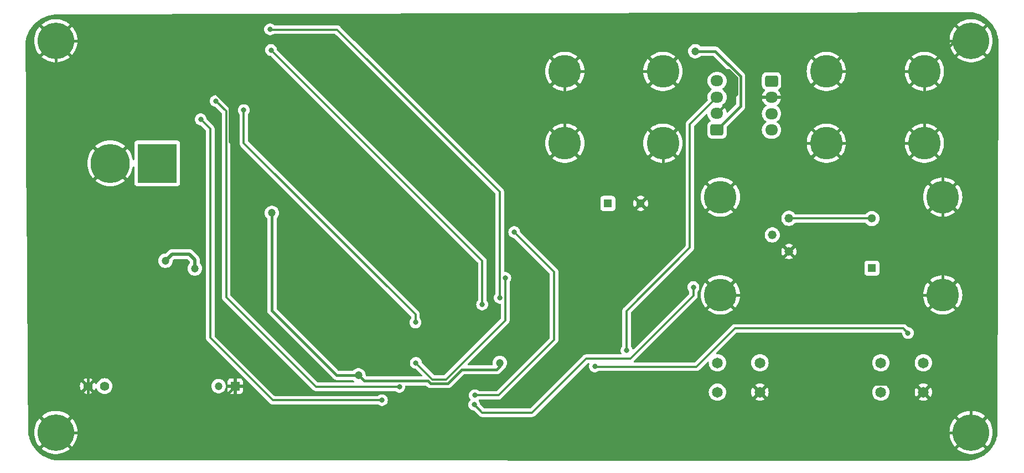
<source format=gbr>
%TF.GenerationSoftware,KiCad,Pcbnew,7.0.10*%
%TF.CreationDate,2024-04-05T03:10:35+02:00*%
%TF.ProjectId,Projet_PAZ,50726f6a-6574-45f5-9041-5a2e6b696361,rev?*%
%TF.SameCoordinates,Original*%
%TF.FileFunction,Copper,L2,Bot*%
%TF.FilePolarity,Positive*%
%FSLAX46Y46*%
G04 Gerber Fmt 4.6, Leading zero omitted, Abs format (unit mm)*
G04 Created by KiCad (PCBNEW 7.0.10) date 2024-04-05 03:10:35*
%MOMM*%
%LPD*%
G01*
G04 APERTURE LIST*
G04 Aperture macros list*
%AMRoundRect*
0 Rectangle with rounded corners*
0 $1 Rounding radius*
0 $2 $3 $4 $5 $6 $7 $8 $9 X,Y pos of 4 corners*
0 Add a 4 corners polygon primitive as box body*
4,1,4,$2,$3,$4,$5,$6,$7,$8,$9,$2,$3,0*
0 Add four circle primitives for the rounded corners*
1,1,$1+$1,$2,$3*
1,1,$1+$1,$4,$5*
1,1,$1+$1,$6,$7*
1,1,$1+$1,$8,$9*
0 Add four rect primitives between the rounded corners*
20,1,$1+$1,$2,$3,$4,$5,0*
20,1,$1+$1,$4,$5,$6,$7,0*
20,1,$1+$1,$6,$7,$8,$9,0*
20,1,$1+$1,$8,$9,$2,$3,0*%
G04 Aperture macros list end*
%TA.AperFunction,ComponentPad*%
%ADD10C,5.000000*%
%TD*%
%TA.AperFunction,ComponentPad*%
%ADD11C,1.200000*%
%TD*%
%TA.AperFunction,ComponentPad*%
%ADD12R,1.365000X1.365000*%
%TD*%
%TA.AperFunction,ComponentPad*%
%ADD13C,1.320800*%
%TD*%
%TA.AperFunction,ComponentPad*%
%ADD14R,1.300000X1.300000*%
%TD*%
%TA.AperFunction,ComponentPad*%
%ADD15C,1.300000*%
%TD*%
%TA.AperFunction,ComponentPad*%
%ADD16C,5.600000*%
%TD*%
%TA.AperFunction,ComponentPad*%
%ADD17C,1.650000*%
%TD*%
%TA.AperFunction,ComponentPad*%
%ADD18O,1.950000X1.700000*%
%TD*%
%TA.AperFunction,ComponentPad*%
%ADD19RoundRect,0.250000X0.725000X-0.600000X0.725000X0.600000X-0.725000X0.600000X-0.725000X-0.600000X0*%
%TD*%
%TA.AperFunction,ComponentPad*%
%ADD20RoundRect,0.250000X-0.725000X0.600000X-0.725000X-0.600000X0.725000X-0.600000X0.725000X0.600000X0*%
%TD*%
%TA.AperFunction,ComponentPad*%
%ADD21C,1.416000*%
%TD*%
%TA.AperFunction,ComponentPad*%
%ADD22R,6.000000X6.000000*%
%TD*%
%TA.AperFunction,ComponentPad*%
%ADD23C,6.000000*%
%TD*%
%TA.AperFunction,ViaPad*%
%ADD24C,1.200000*%
%TD*%
%TA.AperFunction,ViaPad*%
%ADD25C,0.800000*%
%TD*%
%TA.AperFunction,Conductor*%
%ADD26C,0.400000*%
%TD*%
%TA.AperFunction,Conductor*%
%ADD27C,0.300000*%
%TD*%
%TA.AperFunction,Conductor*%
%ADD28C,0.500000*%
%TD*%
G04 APERTURE END LIST*
D10*
%TO.P,H18,1,1*%
%TO.N,GND*%
X225570000Y-105000000D03*
%TD*%
%TO.P,H17,1,1*%
%TO.N,GND*%
X225570000Y-90000000D03*
%TD*%
%TO.P,H16,1,1*%
%TO.N,GND*%
X191570000Y-90000000D03*
%TD*%
%TO.P,H15,1,1*%
%TO.N,GND*%
X191570000Y-105000000D03*
%TD*%
%TO.P,H14,1,1*%
%TO.N,GND*%
X222770000Y-81755000D03*
%TD*%
%TO.P,H13,1,1*%
%TO.N,GND*%
X222770000Y-70755000D03*
%TD*%
%TO.P,H12,1,1*%
%TO.N,GND*%
X207770000Y-81755000D03*
%TD*%
%TO.P,H11,1,1*%
%TO.N,GND*%
X207770000Y-70755000D03*
%TD*%
%TO.P,H6,1,1*%
%TO.N,GND*%
X182770000Y-81755000D03*
%TD*%
%TO.P,H4,1,1*%
%TO.N,GND*%
X182770000Y-70755000D03*
%TD*%
%TO.P,H3,1,1*%
%TO.N,GND*%
X167770000Y-81755000D03*
%TD*%
%TO.P,H1,1,1*%
%TO.N,GND*%
X167770000Y-70755000D03*
%TD*%
D11*
%TO.P,Q1,2,C*%
%TO.N,Puls*%
X114820000Y-118975000D03*
D12*
%TO.P,Q1,1,E*%
%TO.N,GND*%
X117360000Y-118975000D03*
%TD*%
D13*
%TO.P,Q3,1*%
%TO.N,Net-(LS2--)*%
X202050000Y-93270000D03*
%TO.P,Q3,2*%
%TO.N,Net-(Q3-Pad2)*%
X199510000Y-95810000D03*
%TO.P,Q3,3*%
%TO.N,GND*%
X202050000Y-98350000D03*
%TD*%
D14*
%TO.P,LS2,1,+*%
%TO.N,+5V*%
X214750000Y-100890000D03*
D15*
%TO.P,LS2,2,-*%
%TO.N,Net-(LS2--)*%
X214750000Y-93290000D03*
%TD*%
D16*
%TO.P,H9,1,1*%
%TO.N,GND*%
X89910000Y-126065000D03*
%TD*%
D17*
%TO.P,S3,1,1*%
%TO.N,GND*%
X197620000Y-119895000D03*
%TO.P,S3,2,2*%
%TO.N,unconnected-(S3-Pad2)*%
X191120000Y-119895000D03*
%TO.P,S3,3,3*%
%TO.N,unconnected-(S3-Pad3)*%
X197620000Y-115395000D03*
%TO.P,S3,4,4*%
%TO.N,Net-(R16-Pad1)*%
X191120000Y-115395000D03*
%TD*%
D18*
%TO.P,U5,4,SDA*%
%TO.N,I2C3_SDA*%
X191055000Y-72205000D03*
%TO.P,U5,3,SCL*%
%TO.N,I2C3_SCL*%
X191055000Y-74705000D03*
%TO.P,U5,2,GND*%
%TO.N,GND*%
X191055000Y-77205000D03*
D19*
%TO.P,U5,1,VCC*%
%TO.N,+3.3V*%
X191055000Y-79705000D03*
%TD*%
D20*
%TO.P,U4,1,VCC*%
%TO.N,+3.3V*%
X199395000Y-72220000D03*
D18*
%TO.P,U4,2,GND*%
%TO.N,GND*%
X199395000Y-74720000D03*
%TO.P,U4,3,SCL*%
%TO.N,I2C1_SCL*%
X199395000Y-77220000D03*
%TO.P,U4,4,SDA*%
%TO.N,I2C1_SDA*%
X199395000Y-79720000D03*
%TD*%
D17*
%TO.P,S5,4,4*%
%TO.N,Net-(R11-Pad1)*%
X216120000Y-115395000D03*
%TO.P,S5,3,3*%
%TO.N,unconnected-(S5-Pad3)*%
X222620000Y-115395000D03*
%TO.P,S5,2,2*%
%TO.N,unconnected-(S5-Pad2)*%
X216120000Y-119895000D03*
%TO.P,S5,1,1*%
%TO.N,GND*%
X222620000Y-119895000D03*
%TD*%
D15*
%TO.P,RT1,2,2*%
%TO.N,GND*%
X179360000Y-90975000D03*
D14*
%TO.P,RT1,1,1*%
%TO.N,Temp*%
X174360000Y-90975000D03*
%TD*%
D21*
%TO.P,LED1,2,K*%
%TO.N,GND*%
X94820000Y-118975000D03*
%TO.P,LED1,1,A*%
%TO.N,Net-(LED1-A)*%
X97360000Y-118975000D03*
%TD*%
D22*
%TO.P,J3,P,POS*%
%TO.N,Net-(J3-POS)*%
X105425000Y-84840000D03*
D23*
%TO.P,J3,N,NEG*%
%TO.N,GND*%
X98225000Y-84840000D03*
%TD*%
D16*
%TO.P,H10,1,1*%
%TO.N,GND*%
X229910000Y-66065000D03*
%TD*%
%TO.P,H5,1,1*%
%TO.N,GND*%
X229910000Y-126065000D03*
%TD*%
%TO.P,H2,1,1*%
%TO.N,GND*%
X89910000Y-66065000D03*
%TD*%
D24*
%TO.N,+5V*%
X106670000Y-99760000D03*
X111180000Y-100950000D03*
%TO.N,GND*%
X109430000Y-77560000D03*
X169430000Y-108800000D03*
%TO.N,+3.3V*%
X187710000Y-67650000D03*
%TO.N,GND*%
X160390000Y-85840000D03*
X167640000Y-114630000D03*
X141740000Y-107450000D03*
X138970000Y-103970000D03*
X153310000Y-86820000D03*
X153210000Y-93220000D03*
X101720000Y-91500000D03*
%TO.N,+3.3V*%
X122970000Y-92430000D03*
D25*
%TO.N,Temp*%
X144980000Y-115409918D03*
%TO.N,Moist*%
X160030000Y-95360000D03*
%TO.N,NRST*%
X144925000Y-109200000D03*
X118670000Y-76690000D03*
%TO.N,Buzzer*%
X153910000Y-121810000D03*
X187445000Y-103805000D03*
D24*
%TO.N,+3.3V*%
X136210000Y-117320000D03*
X157837537Y-115407537D03*
D25*
%TO.N,Moist*%
X154009186Y-120378732D03*
%TO.N,D_B2*%
X220265000Y-110840000D03*
X172357918Y-115950000D03*
%TO.N,I2C3_SCL*%
X177216041Y-113496041D03*
%TO.N,USART2_RX*%
X112070000Y-78100000D03*
X139800000Y-121130000D03*
%TO.N,USART2_TX*%
X114390000Y-75280000D03*
X142480000Y-119081242D03*
%TO.N,Temp*%
X158670000Y-102390000D03*
%TO.N,SYS_SWCLK*%
X155128000Y-106470000D03*
X122842359Y-67479933D03*
%TO.N,SYS_SWDIO*%
X122690000Y-64310000D03*
X157820000Y-105450000D03*
%TD*%
D26*
%TO.N,GND*%
X187460000Y-66065000D02*
X182770000Y-70755000D01*
X167770000Y-70755000D02*
X167770000Y-81755000D01*
X182770000Y-70755000D02*
X167770000Y-70755000D01*
X167640000Y-93440000D02*
X167640000Y-93090000D01*
X167640000Y-93090000D02*
X160390000Y-85840000D01*
D27*
%TO.N,USART2_RX*%
X113540000Y-111578528D02*
X113540000Y-79570000D01*
X123091472Y-121130000D02*
X113540000Y-111578528D01*
X113540000Y-79570000D02*
X112070000Y-78100000D01*
X139800000Y-121130000D02*
X123091472Y-121130000D01*
D26*
%TO.N,GND*%
X116520000Y-76278629D02*
X111021371Y-70780000D01*
X116520000Y-81520000D02*
X116520000Y-76278629D01*
X138970000Y-103970000D02*
X116520000Y-81520000D01*
X111021371Y-70780000D02*
X110960000Y-70780000D01*
X187460000Y-66065000D02*
X229910000Y-66065000D01*
X182770000Y-87565000D02*
X179360000Y-90975000D01*
X182770000Y-81755000D02*
X182770000Y-87565000D01*
D28*
%TO.N,+5V*%
X111180000Y-99600000D02*
X110320000Y-98740000D01*
X110320000Y-98740000D02*
X107690000Y-98740000D01*
X107690000Y-98740000D02*
X106670000Y-99760000D01*
X111180000Y-100950000D02*
X111180000Y-99600000D01*
D26*
%TO.N,GND*%
X108095000Y-66065000D02*
X89910000Y-66065000D01*
X110960000Y-68930000D02*
X108095000Y-66065000D01*
X110960000Y-76030000D02*
X110960000Y-68930000D01*
X109430000Y-77560000D02*
X110960000Y-76030000D01*
X110270000Y-126065000D02*
X89910000Y-126065000D01*
X117360000Y-118975000D02*
X110270000Y-126065000D01*
X89910000Y-76525000D02*
X89910000Y-66065000D01*
X98225000Y-84840000D02*
X89910000Y-76525000D01*
X94820000Y-88245000D02*
X98225000Y-84840000D01*
X94820000Y-118975000D02*
X94820000Y-88245000D01*
X94820000Y-121155000D02*
X89910000Y-126065000D01*
X94820000Y-118975000D02*
X94820000Y-121155000D01*
X227460000Y-66065000D02*
X229910000Y-66065000D01*
X222770000Y-70755000D02*
X227460000Y-66065000D01*
X229910000Y-109340000D02*
X229910000Y-126065000D01*
X225570000Y-105000000D02*
X229910000Y-109340000D01*
X219725000Y-126065000D02*
X229910000Y-126065000D01*
X212330000Y-118670000D02*
X219725000Y-126065000D01*
X212330000Y-118670000D02*
X221395000Y-118670000D01*
X198845000Y-118670000D02*
X212330000Y-118670000D01*
X221395000Y-118670000D02*
X222620000Y-119895000D01*
X197620000Y-119895000D02*
X198845000Y-118670000D01*
X199395000Y-74720000D02*
X203805000Y-74720000D01*
X203805000Y-74720000D02*
X207770000Y-70755000D01*
X199815000Y-81755000D02*
X191570000Y-90000000D01*
X207770000Y-81755000D02*
X199815000Y-81755000D01*
X222770000Y-70755000D02*
X222770000Y-81755000D01*
X207770000Y-70755000D02*
X222770000Y-70755000D01*
X222770000Y-81755000D02*
X207770000Y-81755000D01*
X225570000Y-84555000D02*
X222770000Y-81755000D01*
X225570000Y-90000000D02*
X225570000Y-84555000D01*
X225570000Y-105000000D02*
X225570000Y-90000000D01*
X191570000Y-105000000D02*
X225570000Y-105000000D01*
X169870000Y-107250000D02*
X168230000Y-105610000D01*
X169870000Y-108360000D02*
X169870000Y-107250000D01*
X169430000Y-108800000D02*
X169870000Y-108360000D01*
X168230000Y-105610000D02*
X167640000Y-105610000D01*
X167640000Y-105610000D02*
X167640000Y-93440000D01*
X167640000Y-114630000D02*
X167640000Y-105610000D01*
%TO.N,+3.3V*%
X194670000Y-76090000D02*
X191055000Y-79705000D01*
X187710000Y-67650000D02*
X190800000Y-67650000D01*
X194670000Y-71520000D02*
X194670000Y-76090000D01*
X190800000Y-67650000D02*
X194670000Y-71520000D01*
%TO.N,GND*%
X188940000Y-70560000D02*
X167640000Y-91860000D01*
X167640000Y-91860000D02*
X167640000Y-93440000D01*
X194070000Y-74190000D02*
X194070000Y-71770000D01*
X191055000Y-77205000D02*
X194070000Y-74190000D01*
X194070000Y-71770000D02*
X192860000Y-70560000D01*
X192860000Y-70560000D02*
X188940000Y-70560000D01*
X153210000Y-86920000D02*
X153310000Y-86820000D01*
X153210000Y-93220000D02*
X153210000Y-86920000D01*
X141740000Y-107450000D02*
X141740000Y-106740000D01*
X141740000Y-106740000D02*
X138970000Y-103970000D01*
X101720000Y-91500000D02*
X101720000Y-88335000D01*
X101720000Y-88335000D02*
X98225000Y-84840000D01*
D27*
%TO.N,Buzzer*%
X155150000Y-123050000D02*
X153910000Y-121810000D01*
X162740000Y-123050000D02*
X155150000Y-123050000D01*
X187445000Y-103805000D02*
X187445000Y-105095000D01*
X187445000Y-105095000D02*
X177770000Y-114770000D01*
X177770000Y-114770000D02*
X171020000Y-114770000D01*
X171020000Y-114770000D02*
X162740000Y-123050000D01*
%TO.N,NRST*%
X144925000Y-107995000D02*
X118670000Y-81740000D01*
X118670000Y-81740000D02*
X118670000Y-76690000D01*
X144925000Y-109200000D02*
X144925000Y-107995000D01*
%TO.N,D_B2*%
X219545000Y-110120000D02*
X220265000Y-110840000D01*
X193790000Y-110120000D02*
X219545000Y-110120000D01*
X172397918Y-115990000D02*
X187920000Y-115990000D01*
X172357918Y-115950000D02*
X172397918Y-115990000D01*
X187920000Y-115990000D02*
X193790000Y-110120000D01*
%TO.N,I2C3_SCL*%
X186890000Y-97780000D02*
X186890000Y-78870000D01*
X186890000Y-78870000D02*
X191055000Y-74705000D01*
X177216041Y-107453959D02*
X186890000Y-97780000D01*
X177216041Y-113496041D02*
X177216041Y-107453959D01*
%TO.N,USART2_TX*%
X142478758Y-119080000D02*
X142480000Y-119081242D01*
X129710000Y-119080000D02*
X142478758Y-119080000D01*
X115970000Y-105340000D02*
X129710000Y-119080000D01*
X115970000Y-76860000D02*
X115970000Y-105340000D01*
X114390000Y-75280000D02*
X115970000Y-76860000D01*
%TO.N,Moist*%
X157621268Y-120378732D02*
X154009186Y-120378732D01*
X166140000Y-111860000D02*
X157621268Y-120378732D01*
X166140000Y-101470000D02*
X166140000Y-111860000D01*
X160030000Y-95360000D02*
X166140000Y-101470000D01*
%TO.N,Temp*%
X158670000Y-108894694D02*
X149627347Y-117937347D01*
X158670000Y-102390000D02*
X158670000Y-108894694D01*
X149627347Y-117937347D02*
X147522429Y-117937347D01*
X147522429Y-117937347D02*
X145000000Y-115414918D01*
D26*
%TO.N,+3.3V*%
X149896585Y-118587347D02*
X147253191Y-118587347D01*
X152013932Y-116470000D02*
X149896585Y-118587347D01*
X147253191Y-118587347D02*
X146847086Y-118181242D01*
X157340762Y-116470000D02*
X152013932Y-116470000D01*
X137071242Y-118181242D02*
X136210000Y-117320000D01*
X157837537Y-115973225D02*
X157340762Y-116470000D01*
X157837537Y-115407537D02*
X157837537Y-115973225D01*
X146847086Y-118181242D02*
X137071242Y-118181242D01*
X132860000Y-117320000D02*
X136210000Y-117320000D01*
X122970000Y-92430000D02*
X122970000Y-107430000D01*
X122970000Y-107430000D02*
X132860000Y-117320000D01*
D27*
%TO.N,SYS_SWCLK*%
X122859933Y-67479933D02*
X122842359Y-67479933D01*
X155140000Y-99760000D02*
X122859933Y-67479933D01*
X155128000Y-106470000D02*
X155140000Y-106458000D01*
X155140000Y-106458000D02*
X155140000Y-99760000D01*
%TO.N,SYS_SWDIO*%
X157820000Y-89210000D02*
X157820000Y-105450000D01*
X132960000Y-64350000D02*
X157820000Y-89210000D01*
X122730000Y-64350000D02*
X132960000Y-64350000D01*
X122690000Y-64310000D02*
X122730000Y-64350000D01*
%TO.N,Net-(LS2--)*%
X202070000Y-93290000D02*
X202050000Y-93270000D01*
X214750000Y-93290000D02*
X202070000Y-93290000D01*
%TD*%
%TA.AperFunction,Conductor*%
%TO.N,GND*%
G36*
X229882993Y-61643238D02*
G01*
X230058344Y-61672759D01*
X230275500Y-61709909D01*
X230281668Y-61710965D01*
X230291661Y-61713101D01*
X230312971Y-61718584D01*
X230490770Y-61764339D01*
X230491124Y-61764432D01*
X230694002Y-61818369D01*
X230703103Y-61821168D01*
X230899865Y-61890099D01*
X230901342Y-61890628D01*
X231095252Y-61961467D01*
X231103496Y-61964818D01*
X231294944Y-62050786D01*
X231296842Y-62051659D01*
X231482435Y-62139183D01*
X231489735Y-62142928D01*
X231569902Y-62187470D01*
X231673726Y-62245157D01*
X231676301Y-62246628D01*
X231852476Y-62350105D01*
X231858883Y-62354136D01*
X232033954Y-62471924D01*
X232036827Y-62473918D01*
X232178545Y-62575409D01*
X232202630Y-62592658D01*
X232208127Y-62596832D01*
X232372748Y-62729227D01*
X232375985Y-62731924D01*
X232459158Y-62803688D01*
X232530151Y-62864942D01*
X232534789Y-62869153D01*
X232687634Y-63015130D01*
X232691142Y-63018616D01*
X232832548Y-63164885D01*
X232836351Y-63169002D01*
X232900224Y-63241345D01*
X232976303Y-63327514D01*
X232979906Y-63331785D01*
X233107493Y-63490180D01*
X233110518Y-63494093D01*
X233236509Y-63663950D01*
X233240112Y-63669074D01*
X233352853Y-63838304D01*
X233355168Y-63841911D01*
X233466262Y-64021851D01*
X233469732Y-64027839D01*
X233566827Y-64206729D01*
X233568480Y-64209885D01*
X233596726Y-64265764D01*
X233663817Y-64398493D01*
X233667029Y-64405361D01*
X233747677Y-64592523D01*
X233748818Y-64595262D01*
X233827661Y-64790992D01*
X233830485Y-64798734D01*
X233894049Y-64992847D01*
X233894747Y-64995048D01*
X233956544Y-65196362D01*
X233958848Y-65204958D01*
X234004844Y-65404961D01*
X234005203Y-65406571D01*
X234049464Y-65611470D01*
X234051121Y-65620885D01*
X234079175Y-65826453D01*
X234079305Y-65827433D01*
X234105710Y-66033144D01*
X234106592Y-66043325D01*
X234116507Y-66262415D01*
X234116514Y-66262745D01*
X234116522Y-66262745D01*
X234124725Y-66455319D01*
X234124837Y-66460887D01*
X233984902Y-126146158D01*
X233983182Y-126166451D01*
X233953578Y-126342307D01*
X233915399Y-126565465D01*
X233913263Y-126575457D01*
X233862136Y-126774137D01*
X233861885Y-126775093D01*
X233807999Y-126977782D01*
X233805188Y-126986921D01*
X233736325Y-127183488D01*
X233735770Y-127185039D01*
X233664893Y-127379055D01*
X233661541Y-127387301D01*
X233575654Y-127578569D01*
X233574689Y-127580665D01*
X233487185Y-127766215D01*
X233483424Y-127773549D01*
X233381241Y-127957459D01*
X233379769Y-127960035D01*
X233276245Y-128136289D01*
X233272206Y-128142707D01*
X233154507Y-128317646D01*
X233152439Y-128320625D01*
X233033700Y-128486427D01*
X233029513Y-128491942D01*
X232897186Y-128656476D01*
X232894443Y-128659768D01*
X232761428Y-128813931D01*
X232757217Y-128818569D01*
X232611238Y-128971417D01*
X232607752Y-128974925D01*
X232461494Y-129116320D01*
X232457377Y-129120124D01*
X232298839Y-129260097D01*
X232294555Y-129263710D01*
X232136223Y-129391248D01*
X232132310Y-129394273D01*
X231962380Y-129520318D01*
X231957256Y-129523922D01*
X231788120Y-129636600D01*
X231784513Y-129638914D01*
X231604462Y-129750076D01*
X231598488Y-129753537D01*
X231517614Y-129797433D01*
X231419836Y-129850503D01*
X231416623Y-129852186D01*
X231227778Y-129947642D01*
X231220910Y-129950854D01*
X231034106Y-130031348D01*
X231031367Y-130032489D01*
X230835266Y-130111481D01*
X230827523Y-130114305D01*
X230633982Y-130177681D01*
X230631782Y-130178379D01*
X230429866Y-130240360D01*
X230421270Y-130242664D01*
X230222310Y-130288420D01*
X230220699Y-130288780D01*
X230014723Y-130333272D01*
X230005309Y-130334928D01*
X229801614Y-130362727D01*
X229800633Y-130362857D01*
X229593042Y-130389502D01*
X229582862Y-130390384D01*
X229370163Y-130400010D01*
X229369833Y-130400025D01*
X229170496Y-130408514D01*
X229165169Y-130408626D01*
X89923089Y-130351196D01*
X89902555Y-130349475D01*
X89727904Y-130320073D01*
X89727580Y-130320018D01*
X89503624Y-130281705D01*
X89493631Y-130279569D01*
X89295625Y-130228616D01*
X89294668Y-130228365D01*
X89091267Y-130174290D01*
X89082129Y-130171480D01*
X88937258Y-130120729D01*
X88886193Y-130102840D01*
X88884671Y-130102295D01*
X88689938Y-130031154D01*
X88681694Y-130027802D01*
X88491127Y-129942232D01*
X88489030Y-129941267D01*
X88302738Y-129853414D01*
X88295405Y-129849653D01*
X88112198Y-129747862D01*
X88109621Y-129746390D01*
X88051461Y-129712229D01*
X87932605Y-129642418D01*
X87926203Y-129638389D01*
X87751952Y-129521154D01*
X87748986Y-129519095D01*
X87582441Y-129399823D01*
X87576927Y-129395637D01*
X87413090Y-129263873D01*
X87409797Y-129261129D01*
X87254861Y-129127447D01*
X87250224Y-129123237D01*
X87098091Y-128977942D01*
X87094636Y-128974507D01*
X87008555Y-128885466D01*
X86952433Y-128827414D01*
X86948630Y-128823299D01*
X86809394Y-128665599D01*
X86805805Y-128661344D01*
X86677430Y-128501971D01*
X86674422Y-128498080D01*
X86549142Y-128329183D01*
X86545555Y-128324083D01*
X86432022Y-128153664D01*
X86429727Y-128150087D01*
X86421208Y-128136289D01*
X86319316Y-127971252D01*
X86315862Y-127965293D01*
X86218041Y-127785064D01*
X86216418Y-127781965D01*
X86121704Y-127594589D01*
X86118517Y-127587777D01*
X86037187Y-127399033D01*
X86036059Y-127396325D01*
X86029102Y-127379055D01*
X85957816Y-127202084D01*
X85955002Y-127194368D01*
X85890796Y-126998295D01*
X85890144Y-126996240D01*
X85828888Y-126796687D01*
X85826593Y-126788128D01*
X85779992Y-126585490D01*
X85779705Y-126584201D01*
X85735928Y-126381546D01*
X85734280Y-126372179D01*
X85705671Y-126162544D01*
X85705619Y-126162153D01*
X85693149Y-126065002D01*
X86605153Y-126065002D01*
X86624526Y-126422314D01*
X86624527Y-126422331D01*
X86682415Y-126775431D01*
X86682421Y-126775457D01*
X86778147Y-127120232D01*
X86778149Y-127120239D01*
X86910597Y-127452659D01*
X86910606Y-127452677D01*
X87078218Y-127768827D01*
X87279024Y-128064994D01*
X87279035Y-128065008D01*
X87406441Y-128215002D01*
X87406442Y-128215002D01*
X88612265Y-127009179D01*
X88775130Y-127199870D01*
X88965819Y-127362733D01*
X87757257Y-128571294D01*
X87770495Y-128583836D01*
X88055367Y-128800388D01*
X88055370Y-128800390D01*
X88361990Y-128984876D01*
X88686739Y-129135122D01*
X88686744Y-129135123D01*
X89025855Y-129249383D01*
X89375339Y-129326311D01*
X89731075Y-129364999D01*
X89731085Y-129365000D01*
X90088915Y-129365000D01*
X90088924Y-129364999D01*
X90444660Y-129326311D01*
X90794144Y-129249383D01*
X91133255Y-129135123D01*
X91133260Y-129135122D01*
X91458009Y-128984876D01*
X91764629Y-128800390D01*
X91764632Y-128800388D01*
X92049509Y-128583831D01*
X92062742Y-128571295D01*
X92062742Y-128571294D01*
X90854181Y-127362733D01*
X91044870Y-127199870D01*
X91207733Y-127009180D01*
X92413556Y-128215002D01*
X92540972Y-128064998D01*
X92540975Y-128064994D01*
X92741781Y-127768827D01*
X92909393Y-127452677D01*
X92909402Y-127452659D01*
X93041850Y-127120239D01*
X93041852Y-127120232D01*
X93137578Y-126775457D01*
X93137584Y-126775431D01*
X93195472Y-126422331D01*
X93195473Y-126422314D01*
X93214847Y-126065002D01*
X226605153Y-126065002D01*
X226624526Y-126422314D01*
X226624527Y-126422331D01*
X226682415Y-126775431D01*
X226682421Y-126775457D01*
X226778147Y-127120232D01*
X226778149Y-127120239D01*
X226910597Y-127452659D01*
X226910606Y-127452677D01*
X227078218Y-127768827D01*
X227279024Y-128064994D01*
X227279035Y-128065008D01*
X227406441Y-128215002D01*
X227406442Y-128215002D01*
X228612265Y-127009179D01*
X228775130Y-127199870D01*
X228965819Y-127362733D01*
X227757257Y-128571294D01*
X227770495Y-128583836D01*
X228055367Y-128800388D01*
X228055370Y-128800390D01*
X228361990Y-128984876D01*
X228686739Y-129135122D01*
X228686744Y-129135123D01*
X229025855Y-129249383D01*
X229375339Y-129326311D01*
X229731075Y-129364999D01*
X229731085Y-129365000D01*
X230088915Y-129365000D01*
X230088924Y-129364999D01*
X230444660Y-129326311D01*
X230794144Y-129249383D01*
X231133255Y-129135123D01*
X231133260Y-129135122D01*
X231458009Y-128984876D01*
X231764629Y-128800390D01*
X231764632Y-128800388D01*
X232049509Y-128583831D01*
X232062742Y-128571295D01*
X232062742Y-128571294D01*
X230854181Y-127362733D01*
X231044870Y-127199870D01*
X231207733Y-127009180D01*
X232413556Y-128215002D01*
X232540972Y-128064998D01*
X232540975Y-128064994D01*
X232741781Y-127768827D01*
X232909393Y-127452677D01*
X232909402Y-127452659D01*
X233041850Y-127120239D01*
X233041852Y-127120232D01*
X233137578Y-126775457D01*
X233137584Y-126775431D01*
X233195472Y-126422331D01*
X233195473Y-126422314D01*
X233214847Y-126065002D01*
X233214847Y-126064997D01*
X233195473Y-125707685D01*
X233195472Y-125707668D01*
X233137584Y-125354568D01*
X233137578Y-125354542D01*
X233041852Y-125009767D01*
X233041850Y-125009760D01*
X232909402Y-124677340D01*
X232909393Y-124677322D01*
X232741781Y-124361172D01*
X232540975Y-124065005D01*
X232540964Y-124064991D01*
X232413556Y-123914996D01*
X231207733Y-125120819D01*
X231044870Y-124930130D01*
X230854180Y-124767266D01*
X232062742Y-123558704D01*
X232049504Y-123546163D01*
X231764632Y-123329611D01*
X231764629Y-123329609D01*
X231458009Y-123145123D01*
X231133260Y-122994877D01*
X231133255Y-122994876D01*
X230794144Y-122880616D01*
X230444660Y-122803688D01*
X230088924Y-122765000D01*
X229731075Y-122765000D01*
X229375339Y-122803688D01*
X229025855Y-122880616D01*
X228686744Y-122994876D01*
X228686739Y-122994877D01*
X228361990Y-123145123D01*
X228055370Y-123329609D01*
X228055367Y-123329611D01*
X227770486Y-123546170D01*
X227770485Y-123546171D01*
X227757257Y-123558702D01*
X227757256Y-123558703D01*
X228965819Y-124767266D01*
X228775130Y-124930130D01*
X228612266Y-125120819D01*
X227406442Y-123914995D01*
X227406441Y-123914996D01*
X227279033Y-124064992D01*
X227078218Y-124361172D01*
X226910606Y-124677322D01*
X226910597Y-124677340D01*
X226778149Y-125009760D01*
X226778147Y-125009767D01*
X226682421Y-125354542D01*
X226682415Y-125354568D01*
X226624527Y-125707668D01*
X226624526Y-125707685D01*
X226605153Y-126064997D01*
X226605153Y-126065002D01*
X93214847Y-126065002D01*
X93214847Y-126064997D01*
X93195473Y-125707685D01*
X93195472Y-125707668D01*
X93137584Y-125354568D01*
X93137578Y-125354542D01*
X93041852Y-125009767D01*
X93041850Y-125009760D01*
X92909402Y-124677340D01*
X92909393Y-124677322D01*
X92741781Y-124361172D01*
X92540975Y-124065005D01*
X92540964Y-124064991D01*
X92413556Y-123914996D01*
X91207733Y-125120819D01*
X91044870Y-124930130D01*
X90854180Y-124767266D01*
X92062742Y-123558704D01*
X92049504Y-123546163D01*
X91764632Y-123329611D01*
X91764629Y-123329609D01*
X91458009Y-123145123D01*
X91133260Y-122994877D01*
X91133255Y-122994876D01*
X90794144Y-122880616D01*
X90444660Y-122803688D01*
X90088924Y-122765000D01*
X89731075Y-122765000D01*
X89375339Y-122803688D01*
X89025855Y-122880616D01*
X88686744Y-122994876D01*
X88686739Y-122994877D01*
X88361990Y-123145123D01*
X88055370Y-123329609D01*
X88055367Y-123329611D01*
X87770486Y-123546170D01*
X87770485Y-123546171D01*
X87757257Y-123558702D01*
X87757256Y-123558703D01*
X88965819Y-124767266D01*
X88775130Y-124930130D01*
X88612266Y-125120819D01*
X87406442Y-123914995D01*
X87406441Y-123914996D01*
X87279033Y-124064992D01*
X87078218Y-124361172D01*
X86910606Y-124677322D01*
X86910597Y-124677340D01*
X86778149Y-125009760D01*
X86778147Y-125009767D01*
X86682421Y-125354542D01*
X86682415Y-125354568D01*
X86624527Y-125707668D01*
X86624526Y-125707685D01*
X86605153Y-126064997D01*
X86605153Y-126065002D01*
X85693149Y-126065002D01*
X85679648Y-125959813D01*
X85678773Y-125949711D01*
X85668396Y-125720425D01*
X85660617Y-125537768D01*
X85660505Y-125532492D01*
X85660505Y-125486775D01*
X85660155Y-125483621D01*
X85654657Y-124677322D01*
X85615775Y-118975001D01*
X93607386Y-118975001D01*
X93625807Y-119185562D01*
X93625808Y-119185569D01*
X93680518Y-119389743D01*
X93769845Y-119581307D01*
X93769846Y-119581309D01*
X93807030Y-119634414D01*
X93807032Y-119634415D01*
X94370886Y-119070560D01*
X94371398Y-119077391D01*
X94421508Y-119205069D01*
X94507026Y-119312306D01*
X94620353Y-119389571D01*
X94726300Y-119422251D01*
X94160583Y-119987967D01*
X94213692Y-120025154D01*
X94213698Y-120025157D01*
X94405256Y-120114481D01*
X94609430Y-120169191D01*
X94609437Y-120169192D01*
X94819998Y-120187614D01*
X94820002Y-120187614D01*
X95030562Y-120169192D01*
X95030569Y-120169191D01*
X95234743Y-120114481D01*
X95426303Y-120025156D01*
X95426305Y-120025155D01*
X95479415Y-119987967D01*
X94912625Y-119421177D01*
X94955628Y-119414696D01*
X95079206Y-119355185D01*
X95179751Y-119261892D01*
X95248331Y-119143108D01*
X95265674Y-119067122D01*
X95832967Y-119634415D01*
X95870155Y-119581305D01*
X95870156Y-119581303D01*
X95959482Y-119389741D01*
X95969965Y-119350619D01*
X96006329Y-119290958D01*
X96069176Y-119260428D01*
X96138551Y-119268722D01*
X96192430Y-119313207D01*
X96209515Y-119350617D01*
X96220042Y-119389904D01*
X96220044Y-119389910D01*
X96292767Y-119545864D01*
X96309410Y-119581556D01*
X96309411Y-119581558D01*
X96430700Y-119754778D01*
X96580221Y-119904299D01*
X96580224Y-119904301D01*
X96753442Y-120025589D01*
X96945090Y-120114956D01*
X97149345Y-120169686D01*
X97299812Y-120182850D01*
X97359998Y-120188116D01*
X97360000Y-120188116D01*
X97360002Y-120188116D01*
X97412663Y-120183508D01*
X97570655Y-120169686D01*
X97774910Y-120114956D01*
X97966558Y-120025589D01*
X98139776Y-119904301D01*
X98289301Y-119754776D01*
X98410589Y-119581558D01*
X98499956Y-119389910D01*
X98554686Y-119185655D01*
X98573116Y-118975000D01*
X113714785Y-118975000D01*
X113733602Y-119178082D01*
X113789417Y-119374247D01*
X113789422Y-119374260D01*
X113880327Y-119556821D01*
X114003237Y-119719581D01*
X114153958Y-119856980D01*
X114153960Y-119856982D01*
X114253141Y-119918392D01*
X114327363Y-119964348D01*
X114517544Y-120038024D01*
X114718024Y-120075500D01*
X114718026Y-120075500D01*
X114921974Y-120075500D01*
X114921976Y-120075500D01*
X115122456Y-120038024D01*
X115312637Y-119964348D01*
X115486041Y-119856981D01*
X115636764Y-119719579D01*
X115647514Y-119705344D01*
X116177500Y-119705344D01*
X116183901Y-119764872D01*
X116183903Y-119764879D01*
X116234145Y-119899586D01*
X116234149Y-119899593D01*
X116320309Y-120014687D01*
X116320312Y-120014690D01*
X116435406Y-120100850D01*
X116435413Y-120100854D01*
X116570120Y-120151096D01*
X116570127Y-120151098D01*
X116629655Y-120157499D01*
X116629672Y-120157500D01*
X117110000Y-120157500D01*
X117110000Y-119318969D01*
X117110053Y-119319022D01*
X117228595Y-119379423D01*
X117326947Y-119395000D01*
X117393053Y-119395000D01*
X117491405Y-119379423D01*
X117609947Y-119319022D01*
X117610000Y-119318969D01*
X117610000Y-120157500D01*
X118090328Y-120157500D01*
X118090344Y-120157499D01*
X118149872Y-120151098D01*
X118149879Y-120151096D01*
X118284586Y-120100854D01*
X118284593Y-120100850D01*
X118399687Y-120014690D01*
X118399690Y-120014687D01*
X118485850Y-119899593D01*
X118485854Y-119899586D01*
X118536096Y-119764879D01*
X118536098Y-119764872D01*
X118542499Y-119705344D01*
X118542500Y-119705327D01*
X118542500Y-119225000D01*
X117703969Y-119225000D01*
X117704022Y-119224947D01*
X117764423Y-119106405D01*
X117785235Y-118975000D01*
X117764423Y-118843595D01*
X117704022Y-118725053D01*
X117703969Y-118725000D01*
X118542500Y-118725000D01*
X118542500Y-118244672D01*
X118542499Y-118244655D01*
X118536098Y-118185127D01*
X118536096Y-118185120D01*
X118485854Y-118050413D01*
X118485850Y-118050406D01*
X118399690Y-117935312D01*
X118399687Y-117935309D01*
X118284593Y-117849149D01*
X118284586Y-117849145D01*
X118149879Y-117798903D01*
X118149872Y-117798901D01*
X118090344Y-117792500D01*
X117610000Y-117792500D01*
X117610000Y-118631031D01*
X117609947Y-118630978D01*
X117491405Y-118570577D01*
X117393053Y-118555000D01*
X117326947Y-118555000D01*
X117228595Y-118570577D01*
X117110053Y-118630978D01*
X117110000Y-118631031D01*
X117110000Y-117792500D01*
X116629655Y-117792500D01*
X116570127Y-117798901D01*
X116570120Y-117798903D01*
X116435413Y-117849145D01*
X116435406Y-117849149D01*
X116320312Y-117935309D01*
X116320309Y-117935312D01*
X116234149Y-118050406D01*
X116234145Y-118050413D01*
X116183903Y-118185120D01*
X116183901Y-118185127D01*
X116177500Y-118244655D01*
X116177500Y-118725000D01*
X117016031Y-118725000D01*
X117015978Y-118725053D01*
X116955577Y-118843595D01*
X116934765Y-118975000D01*
X116955577Y-119106405D01*
X117015978Y-119224947D01*
X117016031Y-119225000D01*
X116177500Y-119225000D01*
X116177500Y-119705344D01*
X115647514Y-119705344D01*
X115759673Y-119556821D01*
X115850582Y-119374250D01*
X115906397Y-119178083D01*
X115925215Y-118975000D01*
X115917615Y-118892986D01*
X115906397Y-118771917D01*
X115874281Y-118659043D01*
X115850582Y-118575750D01*
X115848006Y-118570577D01*
X115806272Y-118486764D01*
X115759673Y-118393179D01*
X115636764Y-118230421D01*
X115636762Y-118230418D01*
X115486041Y-118093019D01*
X115486039Y-118093017D01*
X115312642Y-117985655D01*
X115312635Y-117985651D01*
X115207232Y-117944818D01*
X115122456Y-117911976D01*
X114921976Y-117874500D01*
X114718024Y-117874500D01*
X114517544Y-117911976D01*
X114517541Y-117911976D01*
X114517541Y-117911977D01*
X114327364Y-117985651D01*
X114327357Y-117985655D01*
X114153960Y-118093017D01*
X114153958Y-118093019D01*
X114003237Y-118230418D01*
X113880327Y-118393178D01*
X113789422Y-118575739D01*
X113789417Y-118575752D01*
X113733602Y-118771917D01*
X113714785Y-118974999D01*
X113714785Y-118975000D01*
X98573116Y-118975000D01*
X98570926Y-118949973D01*
X98564158Y-118872609D01*
X98554686Y-118764345D01*
X98506670Y-118585147D01*
X98499958Y-118560097D01*
X98499957Y-118560096D01*
X98499956Y-118560090D01*
X98410589Y-118368442D01*
X98289301Y-118195224D01*
X98289299Y-118195221D01*
X98139778Y-118045700D01*
X97966558Y-117924411D01*
X97966556Y-117924410D01*
X97939891Y-117911976D01*
X97774910Y-117835044D01*
X97774906Y-117835043D01*
X97774902Y-117835041D01*
X97570660Y-117780315D01*
X97570656Y-117780314D01*
X97570655Y-117780314D01*
X97570654Y-117780313D01*
X97570649Y-117780313D01*
X97360002Y-117761884D01*
X97359998Y-117761884D01*
X97149350Y-117780313D01*
X97149339Y-117780315D01*
X96945097Y-117835041D01*
X96945088Y-117835045D01*
X96753443Y-117924410D01*
X96753441Y-117924411D01*
X96580221Y-118045700D01*
X96430700Y-118195221D01*
X96309411Y-118368441D01*
X96309410Y-118368443D01*
X96220045Y-118560088D01*
X96220039Y-118560103D01*
X96209514Y-118599383D01*
X96173149Y-118659043D01*
X96110301Y-118689571D01*
X96040926Y-118681276D01*
X95987049Y-118636790D01*
X95969965Y-118599381D01*
X95959482Y-118560257D01*
X95870157Y-118368698D01*
X95870154Y-118368692D01*
X95832967Y-118315584D01*
X95832967Y-118315583D01*
X95269113Y-118879437D01*
X95268602Y-118872609D01*
X95218492Y-118744931D01*
X95132974Y-118637694D01*
X95019647Y-118560429D01*
X94913699Y-118527748D01*
X95479415Y-117962032D01*
X95479414Y-117962030D01*
X95426309Y-117924846D01*
X95426307Y-117924845D01*
X95234743Y-117835518D01*
X95030569Y-117780808D01*
X95030562Y-117780807D01*
X94820002Y-117762386D01*
X94819998Y-117762386D01*
X94609437Y-117780807D01*
X94609430Y-117780808D01*
X94405260Y-117835517D01*
X94213694Y-117924844D01*
X94160584Y-117962031D01*
X94727375Y-118528822D01*
X94684372Y-118535304D01*
X94560794Y-118594815D01*
X94460249Y-118688108D01*
X94391669Y-118806892D01*
X94374325Y-118882878D01*
X93807031Y-118315584D01*
X93769844Y-118368694D01*
X93680517Y-118560260D01*
X93625808Y-118764430D01*
X93625807Y-118764437D01*
X93607386Y-118974998D01*
X93607386Y-118975001D01*
X85615775Y-118975001D01*
X85484757Y-99760000D01*
X105564785Y-99760000D01*
X105583602Y-99963082D01*
X105639417Y-100159247D01*
X105639422Y-100159260D01*
X105730327Y-100341821D01*
X105853237Y-100504581D01*
X106003958Y-100641980D01*
X106003960Y-100641982D01*
X106103141Y-100703392D01*
X106177363Y-100749348D01*
X106367544Y-100823024D01*
X106568024Y-100860500D01*
X106568026Y-100860500D01*
X106771974Y-100860500D01*
X106771976Y-100860500D01*
X106972456Y-100823024D01*
X107162637Y-100749348D01*
X107336041Y-100641981D01*
X107486764Y-100504579D01*
X107609673Y-100341821D01*
X107700582Y-100159250D01*
X107756397Y-99963083D01*
X107775215Y-99760000D01*
X107775214Y-99759995D01*
X107775561Y-99756256D01*
X107801347Y-99691318D01*
X107811334Y-99680032D01*
X107964550Y-99526816D01*
X108025873Y-99493334D01*
X108052230Y-99490500D01*
X109957770Y-99490500D01*
X110024809Y-99510185D01*
X110045451Y-99526819D01*
X110393181Y-99874548D01*
X110426666Y-99935871D01*
X110429500Y-99962229D01*
X110429500Y-100090261D01*
X110409815Y-100157300D01*
X110389040Y-100181897D01*
X110363235Y-100205421D01*
X110240327Y-100368178D01*
X110149422Y-100550739D01*
X110149417Y-100550752D01*
X110093602Y-100746917D01*
X110074785Y-100949999D01*
X110074785Y-100950000D01*
X110093602Y-101153082D01*
X110149417Y-101349247D01*
X110149422Y-101349260D01*
X110240327Y-101531821D01*
X110363237Y-101694581D01*
X110513958Y-101831980D01*
X110513960Y-101831982D01*
X110555632Y-101857784D01*
X110687363Y-101939348D01*
X110877544Y-102013024D01*
X111078024Y-102050500D01*
X111078026Y-102050500D01*
X111281974Y-102050500D01*
X111281976Y-102050500D01*
X111482456Y-102013024D01*
X111672637Y-101939348D01*
X111846041Y-101831981D01*
X111996764Y-101694579D01*
X112119673Y-101531821D01*
X112210582Y-101349250D01*
X112266397Y-101153083D01*
X112285215Y-100950000D01*
X112266397Y-100746917D01*
X112210582Y-100550750D01*
X112119673Y-100368179D01*
X111996764Y-100205421D01*
X111982190Y-100192135D01*
X111970960Y-100181897D01*
X111934680Y-100122185D01*
X111930500Y-100090261D01*
X111930500Y-99663705D01*
X111931809Y-99645735D01*
X111934454Y-99627676D01*
X111935289Y-99621977D01*
X111933099Y-99596949D01*
X111930972Y-99572630D01*
X111930500Y-99561822D01*
X111930500Y-99556296D01*
X111930500Y-99556291D01*
X111926901Y-99525509D01*
X111926536Y-99521929D01*
X111919999Y-99447201D01*
X111918539Y-99440129D01*
X111918597Y-99440116D01*
X111916965Y-99432757D01*
X111916906Y-99432772D01*
X111915241Y-99425751D01*
X111915241Y-99425745D01*
X111889569Y-99355212D01*
X111888421Y-99351909D01*
X111864814Y-99280666D01*
X111864810Y-99280659D01*
X111861760Y-99274118D01*
X111861815Y-99274091D01*
X111858533Y-99267313D01*
X111858480Y-99267340D01*
X111855235Y-99260880D01*
X111814025Y-99198223D01*
X111812086Y-99195181D01*
X111772710Y-99131342D01*
X111768234Y-99125682D01*
X111768281Y-99125644D01*
X111763519Y-99119799D01*
X111763474Y-99119838D01*
X111758831Y-99114305D01*
X111704273Y-99062832D01*
X111701686Y-99060319D01*
X110895729Y-98254361D01*
X110883949Y-98240730D01*
X110869610Y-98221470D01*
X110831651Y-98189619D01*
X110823686Y-98182318D01*
X110819780Y-98178411D01*
X110795443Y-98159168D01*
X110792647Y-98156890D01*
X110735214Y-98108698D01*
X110729180Y-98104729D01*
X110729212Y-98104680D01*
X110722853Y-98100628D01*
X110722822Y-98100679D01*
X110716680Y-98096891D01*
X110716678Y-98096890D01*
X110716677Y-98096889D01*
X110648688Y-98065184D01*
X110645447Y-98063615D01*
X110581706Y-98031604D01*
X110578433Y-98029960D01*
X110578431Y-98029959D01*
X110578430Y-98029959D01*
X110571645Y-98027489D01*
X110571665Y-98027433D01*
X110564549Y-98024959D01*
X110564531Y-98025015D01*
X110557674Y-98022743D01*
X110484210Y-98007573D01*
X110480693Y-98006793D01*
X110407718Y-97989499D01*
X110400547Y-97988661D01*
X110400553Y-97988601D01*
X110393055Y-97987835D01*
X110393050Y-97987895D01*
X110385860Y-97987265D01*
X110310870Y-97989448D01*
X110307263Y-97989500D01*
X107753705Y-97989500D01*
X107735735Y-97988191D01*
X107711972Y-97984710D01*
X107666826Y-97988661D01*
X107662630Y-97989028D01*
X107651824Y-97989500D01*
X107646284Y-97989500D01*
X107615501Y-97993098D01*
X107611916Y-97993464D01*
X107537199Y-98000001D01*
X107530132Y-98001460D01*
X107530120Y-98001404D01*
X107522763Y-98003035D01*
X107522777Y-98003092D01*
X107515740Y-98004760D01*
X107445231Y-98030421D01*
X107441854Y-98031595D01*
X107402848Y-98044521D01*
X107370668Y-98055185D01*
X107364126Y-98058236D01*
X107364101Y-98058183D01*
X107357308Y-98061471D01*
X107357334Y-98061523D01*
X107350880Y-98064764D01*
X107288221Y-98105975D01*
X107285181Y-98107912D01*
X107221348Y-98147285D01*
X107215683Y-98151765D01*
X107215647Y-98151719D01*
X107209798Y-98156484D01*
X107209835Y-98156528D01*
X107204310Y-98161164D01*
X107204304Y-98161169D01*
X107204304Y-98161170D01*
X107180733Y-98186153D01*
X107152832Y-98215726D01*
X107150320Y-98218311D01*
X106745452Y-98623181D01*
X106684129Y-98656666D01*
X106657771Y-98659500D01*
X106568024Y-98659500D01*
X106367544Y-98696976D01*
X106367541Y-98696976D01*
X106367541Y-98696977D01*
X106177364Y-98770651D01*
X106177357Y-98770655D01*
X106003960Y-98878017D01*
X106003958Y-98878019D01*
X105853237Y-99015418D01*
X105730327Y-99178178D01*
X105639422Y-99360739D01*
X105639417Y-99360752D01*
X105583602Y-99556917D01*
X105564785Y-99759999D01*
X105564785Y-99760000D01*
X85484757Y-99760000D01*
X85383024Y-84840000D01*
X94720197Y-84840000D01*
X94739397Y-85206353D01*
X94796784Y-85568684D01*
X94796784Y-85568686D01*
X94891736Y-85923051D01*
X95023204Y-86265535D01*
X95189754Y-86592406D01*
X95389553Y-86900070D01*
X95578297Y-87133148D01*
X96447977Y-86263468D01*
X96483803Y-86312091D01*
X96695549Y-86531035D01*
X96802812Y-86615739D01*
X95931850Y-87486701D01*
X96164929Y-87675446D01*
X96472593Y-87875245D01*
X96799464Y-88041795D01*
X97141948Y-88173263D01*
X97496314Y-88268215D01*
X97858646Y-88325602D01*
X98224999Y-88344803D01*
X98225001Y-88344803D01*
X98591353Y-88325602D01*
X98953684Y-88268215D01*
X98953686Y-88268215D01*
X99308051Y-88173263D01*
X99650535Y-88041795D01*
X99977406Y-87875245D01*
X100285064Y-87675450D01*
X100518148Y-87486701D01*
X99650045Y-86618598D01*
X99863984Y-86425103D01*
X100001271Y-86262718D01*
X100871701Y-87133148D01*
X101060450Y-86900064D01*
X101260245Y-86592406D01*
X101426795Y-86265535D01*
X101558263Y-85923051D01*
X101653215Y-85568686D01*
X101653216Y-85568681D01*
X101678027Y-85412028D01*
X101707956Y-85348893D01*
X101767267Y-85311961D01*
X101837130Y-85312959D01*
X101895362Y-85351568D01*
X101923477Y-85415532D01*
X101924500Y-85431425D01*
X101924500Y-87887870D01*
X101924501Y-87887876D01*
X101930908Y-87947483D01*
X101981202Y-88082328D01*
X101981206Y-88082335D01*
X102067452Y-88197544D01*
X102067455Y-88197547D01*
X102182664Y-88283793D01*
X102182671Y-88283797D01*
X102317517Y-88334091D01*
X102317516Y-88334091D01*
X102324444Y-88334835D01*
X102377127Y-88340500D01*
X108472872Y-88340499D01*
X108532483Y-88334091D01*
X108667331Y-88283796D01*
X108782546Y-88197546D01*
X108868796Y-88082331D01*
X108919091Y-87947483D01*
X108925500Y-87887873D01*
X108925499Y-81792128D01*
X108919091Y-81732517D01*
X108889990Y-81654494D01*
X108868797Y-81597671D01*
X108868793Y-81597664D01*
X108782547Y-81482455D01*
X108782544Y-81482452D01*
X108667335Y-81396206D01*
X108667328Y-81396202D01*
X108532482Y-81345908D01*
X108532483Y-81345908D01*
X108472883Y-81339501D01*
X108472881Y-81339500D01*
X108472873Y-81339500D01*
X108472864Y-81339500D01*
X102377129Y-81339500D01*
X102377123Y-81339501D01*
X102317516Y-81345908D01*
X102182671Y-81396202D01*
X102182664Y-81396206D01*
X102067455Y-81482452D01*
X102067452Y-81482455D01*
X101981206Y-81597664D01*
X101981202Y-81597671D01*
X101930908Y-81732517D01*
X101924501Y-81792116D01*
X101924501Y-81792123D01*
X101924500Y-81792135D01*
X101924500Y-84248573D01*
X101904815Y-84315612D01*
X101852011Y-84361367D01*
X101782853Y-84371311D01*
X101719297Y-84342286D01*
X101681523Y-84283508D01*
X101678027Y-84267970D01*
X101653216Y-84111318D01*
X101653215Y-84111313D01*
X101558263Y-83756948D01*
X101426795Y-83414464D01*
X101260245Y-83087594D01*
X101060446Y-82779929D01*
X100871701Y-82546850D01*
X100002021Y-83416530D01*
X99966197Y-83367909D01*
X99754451Y-83148965D01*
X99647187Y-83064259D01*
X100518149Y-82193297D01*
X100285070Y-82004553D01*
X99977406Y-81804754D01*
X99650535Y-81638204D01*
X99308051Y-81506736D01*
X98953685Y-81411784D01*
X98591353Y-81354397D01*
X98225001Y-81335197D01*
X98224999Y-81335197D01*
X97858646Y-81354397D01*
X97496315Y-81411784D01*
X97496313Y-81411784D01*
X97141948Y-81506736D01*
X96799464Y-81638204D01*
X96472594Y-81804754D01*
X96164924Y-82004557D01*
X95931849Y-82193296D01*
X95931849Y-82193297D01*
X96799953Y-83061401D01*
X96586016Y-83254897D01*
X96448729Y-83417281D01*
X95578297Y-82546849D01*
X95578296Y-82546849D01*
X95389557Y-82779924D01*
X95189754Y-83087594D01*
X95023204Y-83414464D01*
X94891736Y-83756948D01*
X94796784Y-84111313D01*
X94796784Y-84111315D01*
X94739397Y-84473646D01*
X94720197Y-84839999D01*
X94720197Y-84840000D01*
X85383024Y-84840000D01*
X85337067Y-78100000D01*
X111164540Y-78100000D01*
X111184326Y-78288256D01*
X111184327Y-78288259D01*
X111242818Y-78468277D01*
X111242821Y-78468284D01*
X111337467Y-78632216D01*
X111386861Y-78687073D01*
X111464129Y-78772888D01*
X111617265Y-78884148D01*
X111617270Y-78884151D01*
X111790192Y-78961142D01*
X111790197Y-78961144D01*
X111975354Y-79000500D01*
X111999192Y-79000500D01*
X112066231Y-79020185D01*
X112086873Y-79036819D01*
X112853181Y-79803127D01*
X112886666Y-79864450D01*
X112889500Y-79890808D01*
X112889500Y-111493022D01*
X112887732Y-111509033D01*
X112887974Y-111509056D01*
X112887240Y-111516822D01*
X112889439Y-111586790D01*
X112889500Y-111590685D01*
X112889500Y-111619448D01*
X112889501Y-111619466D01*
X112890053Y-111623839D01*
X112890968Y-111635469D01*
X112892402Y-111681095D01*
X112892403Y-111681098D01*
X112898323Y-111701476D01*
X112902268Y-111720524D01*
X112904928Y-111741582D01*
X112904931Y-111741593D01*
X112921737Y-111784042D01*
X112925520Y-111795091D01*
X112938254Y-111838923D01*
X112938255Y-111838925D01*
X112949060Y-111857194D01*
X112957617Y-111874662D01*
X112963226Y-111888828D01*
X112965432Y-111894400D01*
X112992266Y-111931334D01*
X112998678Y-111941096D01*
X112999317Y-111942177D01*
X113021919Y-111980393D01*
X113021923Y-111980397D01*
X113036925Y-111995399D01*
X113049563Y-112010197D01*
X113062033Y-112027361D01*
X113062036Y-112027365D01*
X113097213Y-112056465D01*
X113105854Y-112064328D01*
X122571036Y-121529510D01*
X122581107Y-121542080D01*
X122581294Y-121541926D01*
X122586267Y-121547937D01*
X122637304Y-121595864D01*
X122640101Y-121598575D01*
X122660439Y-121618913D01*
X122663922Y-121621615D01*
X122672798Y-121629196D01*
X122698617Y-121653441D01*
X122706079Y-121660448D01*
X122709291Y-121662214D01*
X122724677Y-121670672D01*
X122740942Y-121681357D01*
X122757704Y-121694360D01*
X122757707Y-121694361D01*
X122757708Y-121694362D01*
X122799612Y-121712495D01*
X122810084Y-121717625D01*
X122850104Y-121739627D01*
X122865812Y-121743659D01*
X122870658Y-121744904D01*
X122889070Y-121751207D01*
X122908545Y-121759635D01*
X122953651Y-121766778D01*
X122965046Y-121769138D01*
X123009295Y-121780500D01*
X123030523Y-121780500D01*
X123049920Y-121782026D01*
X123070875Y-121785345D01*
X123070876Y-121785346D01*
X123070876Y-121785345D01*
X123070877Y-121785346D01*
X123116324Y-121781050D01*
X123127993Y-121780500D01*
X139123025Y-121780500D01*
X139190064Y-121800185D01*
X139195910Y-121804182D01*
X139347265Y-121914148D01*
X139347270Y-121914151D01*
X139520192Y-121991142D01*
X139520197Y-121991144D01*
X139705354Y-122030500D01*
X139705355Y-122030500D01*
X139894644Y-122030500D01*
X139894646Y-122030500D01*
X140079803Y-121991144D01*
X140252730Y-121914151D01*
X140396082Y-121810000D01*
X153004540Y-121810000D01*
X153024326Y-121998256D01*
X153024327Y-121998259D01*
X153082818Y-122178277D01*
X153082821Y-122178284D01*
X153177467Y-122342216D01*
X153229046Y-122399500D01*
X153304129Y-122482888D01*
X153457265Y-122594148D01*
X153457270Y-122594151D01*
X153630192Y-122671142D01*
X153630197Y-122671144D01*
X153815354Y-122710500D01*
X153839192Y-122710500D01*
X153906231Y-122730185D01*
X153926873Y-122746819D01*
X154629564Y-123449509D01*
X154639640Y-123462086D01*
X154639827Y-123461932D01*
X154644794Y-123467937D01*
X154695847Y-123515878D01*
X154698647Y-123518592D01*
X154718962Y-123538908D01*
X154722439Y-123541605D01*
X154731320Y-123549190D01*
X154764607Y-123580448D01*
X154771517Y-123584247D01*
X154783207Y-123590674D01*
X154799468Y-123601355D01*
X154816237Y-123614363D01*
X154858144Y-123632497D01*
X154868618Y-123637628D01*
X154908632Y-123659627D01*
X154929193Y-123664905D01*
X154947597Y-123671207D01*
X154967074Y-123679636D01*
X155012178Y-123686779D01*
X155023597Y-123689144D01*
X155067823Y-123700500D01*
X155089045Y-123700500D01*
X155108442Y-123702026D01*
X155129405Y-123705347D01*
X155174860Y-123701050D01*
X155186530Y-123700500D01*
X162654495Y-123700500D01*
X162670505Y-123702267D01*
X162670528Y-123702026D01*
X162678289Y-123702758D01*
X162678296Y-123702760D01*
X162748262Y-123700560D01*
X162752157Y-123700500D01*
X162780925Y-123700500D01*
X162785287Y-123699948D01*
X162796939Y-123699030D01*
X162842569Y-123697597D01*
X162862956Y-123691673D01*
X162881996Y-123687731D01*
X162903058Y-123685071D01*
X162945520Y-123668258D01*
X162956557Y-123664480D01*
X163000398Y-123651744D01*
X163018665Y-123640939D01*
X163036136Y-123632380D01*
X163055871Y-123624568D01*
X163092816Y-123597725D01*
X163102558Y-123591326D01*
X163141865Y-123568081D01*
X163156870Y-123553075D01*
X163171668Y-123540436D01*
X163173767Y-123538911D01*
X163188837Y-123527963D01*
X163217946Y-123492774D01*
X163225790Y-123484154D01*
X166814944Y-119895001D01*
X189789437Y-119895001D01*
X189809650Y-120126044D01*
X189809651Y-120126051D01*
X189869678Y-120350074D01*
X189869679Y-120350076D01*
X189869680Y-120350079D01*
X189967699Y-120560282D01*
X190100730Y-120750269D01*
X190264731Y-120914270D01*
X190454718Y-121047301D01*
X190664921Y-121145320D01*
X190888950Y-121205349D01*
X191053985Y-121219787D01*
X191119998Y-121225563D01*
X191120000Y-121225563D01*
X191120002Y-121225563D01*
X191177762Y-121220509D01*
X191351050Y-121205349D01*
X191575079Y-121145320D01*
X191785282Y-121047301D01*
X191975269Y-120914270D01*
X192139270Y-120750269D01*
X192272301Y-120560282D01*
X192370320Y-120350079D01*
X192430349Y-120126050D01*
X192449749Y-119904301D01*
X192450563Y-119895001D01*
X192450563Y-119895000D01*
X196289939Y-119895000D01*
X196310145Y-120125958D01*
X196310147Y-120125968D01*
X196370148Y-120349900D01*
X196370152Y-120349909D01*
X196468133Y-120560030D01*
X196523023Y-120638422D01*
X197094070Y-120067375D01*
X197096884Y-120080915D01*
X197166442Y-120215156D01*
X197269638Y-120325652D01*
X197398819Y-120404209D01*
X197450002Y-120418549D01*
X196876576Y-120991975D01*
X196954969Y-121046867D01*
X197165090Y-121144847D01*
X197165099Y-121144851D01*
X197389031Y-121204852D01*
X197389041Y-121204854D01*
X197619999Y-121225061D01*
X197620001Y-121225061D01*
X197850958Y-121204854D01*
X197850968Y-121204852D01*
X198074900Y-121144851D01*
X198074909Y-121144847D01*
X198285030Y-121046867D01*
X198285034Y-121046865D01*
X198363422Y-120991976D01*
X198363422Y-120991975D01*
X197791568Y-120420121D01*
X197908458Y-120369349D01*
X198025739Y-120273934D01*
X198112928Y-120150415D01*
X198143354Y-120064801D01*
X198716975Y-120638422D01*
X198716976Y-120638422D01*
X198771865Y-120560034D01*
X198771867Y-120560030D01*
X198869847Y-120349909D01*
X198869851Y-120349900D01*
X198929852Y-120125968D01*
X198929854Y-120125958D01*
X198950061Y-119895001D01*
X214789437Y-119895001D01*
X214809650Y-120126044D01*
X214809651Y-120126051D01*
X214869678Y-120350074D01*
X214869679Y-120350076D01*
X214869680Y-120350079D01*
X214967699Y-120560282D01*
X215100730Y-120750269D01*
X215264731Y-120914270D01*
X215454718Y-121047301D01*
X215664921Y-121145320D01*
X215888950Y-121205349D01*
X216053985Y-121219787D01*
X216119998Y-121225563D01*
X216120000Y-121225563D01*
X216120002Y-121225563D01*
X216177762Y-121220509D01*
X216351050Y-121205349D01*
X216575079Y-121145320D01*
X216785282Y-121047301D01*
X216975269Y-120914270D01*
X217139270Y-120750269D01*
X217272301Y-120560282D01*
X217370320Y-120350079D01*
X217430349Y-120126050D01*
X217449749Y-119904301D01*
X217450563Y-119895001D01*
X217450563Y-119895000D01*
X221289939Y-119895000D01*
X221310145Y-120125958D01*
X221310147Y-120125968D01*
X221370148Y-120349900D01*
X221370152Y-120349909D01*
X221468133Y-120560030D01*
X221523023Y-120638422D01*
X222094070Y-120067375D01*
X222096884Y-120080915D01*
X222166442Y-120215156D01*
X222269638Y-120325652D01*
X222398819Y-120404209D01*
X222450002Y-120418549D01*
X221876576Y-120991975D01*
X221954969Y-121046867D01*
X222165090Y-121144847D01*
X222165099Y-121144851D01*
X222389031Y-121204852D01*
X222389041Y-121204854D01*
X222619999Y-121225061D01*
X222620001Y-121225061D01*
X222850958Y-121204854D01*
X222850968Y-121204852D01*
X223074900Y-121144851D01*
X223074909Y-121144847D01*
X223285030Y-121046867D01*
X223285034Y-121046865D01*
X223363422Y-120991976D01*
X223363422Y-120991975D01*
X222791568Y-120420121D01*
X222908458Y-120369349D01*
X223025739Y-120273934D01*
X223112928Y-120150415D01*
X223143354Y-120064801D01*
X223716975Y-120638422D01*
X223716976Y-120638422D01*
X223771865Y-120560034D01*
X223771867Y-120560030D01*
X223869847Y-120349909D01*
X223869851Y-120349900D01*
X223929852Y-120125968D01*
X223929854Y-120125958D01*
X223950061Y-119895000D01*
X223950061Y-119894999D01*
X223929854Y-119664041D01*
X223929852Y-119664031D01*
X223869851Y-119440099D01*
X223869847Y-119440090D01*
X223771867Y-119229971D01*
X223771866Y-119229969D01*
X223716975Y-119151577D01*
X223716975Y-119151576D01*
X223145929Y-119722622D01*
X223143116Y-119709085D01*
X223073558Y-119574844D01*
X222970362Y-119464348D01*
X222841181Y-119385791D01*
X222789996Y-119371449D01*
X223363422Y-118798023D01*
X223285030Y-118743133D01*
X223074909Y-118645152D01*
X223074900Y-118645148D01*
X222850968Y-118585147D01*
X222850958Y-118585145D01*
X222620001Y-118564939D01*
X222619999Y-118564939D01*
X222389041Y-118585145D01*
X222389031Y-118585147D01*
X222165099Y-118645148D01*
X222165090Y-118645152D01*
X221954967Y-118743134D01*
X221876576Y-118798022D01*
X222448432Y-119369878D01*
X222331542Y-119420651D01*
X222214261Y-119516066D01*
X222127072Y-119639585D01*
X222096645Y-119725198D01*
X221523023Y-119151576D01*
X221523022Y-119151576D01*
X221468134Y-119229967D01*
X221370152Y-119440090D01*
X221370148Y-119440099D01*
X221310147Y-119664031D01*
X221310145Y-119664041D01*
X221289939Y-119894999D01*
X221289939Y-119895000D01*
X217450563Y-119895000D01*
X217450563Y-119894998D01*
X217438243Y-119754182D01*
X217430349Y-119663950D01*
X217370320Y-119439921D01*
X217272301Y-119229719D01*
X217272299Y-119229716D01*
X217272298Y-119229714D01*
X217139273Y-119039735D01*
X217139268Y-119039729D01*
X216975269Y-118875730D01*
X216970812Y-118872609D01*
X216785282Y-118742699D01*
X216575079Y-118644680D01*
X216575076Y-118644679D01*
X216575074Y-118644678D01*
X216351051Y-118584651D01*
X216351044Y-118584650D01*
X216120002Y-118564437D01*
X216119998Y-118564437D01*
X215888955Y-118584650D01*
X215888948Y-118584651D01*
X215664917Y-118644681D01*
X215454718Y-118742699D01*
X215454714Y-118742701D01*
X215264735Y-118875726D01*
X215264729Y-118875731D01*
X215100731Y-119039729D01*
X215100726Y-119039735D01*
X214967701Y-119229714D01*
X214967699Y-119229718D01*
X214869681Y-119439917D01*
X214809651Y-119663948D01*
X214809650Y-119663955D01*
X214789437Y-119894998D01*
X214789437Y-119895001D01*
X198950061Y-119895001D01*
X198950061Y-119895000D01*
X198950061Y-119894999D01*
X198929854Y-119664041D01*
X198929852Y-119664031D01*
X198869851Y-119440099D01*
X198869847Y-119440090D01*
X198771867Y-119229971D01*
X198771866Y-119229969D01*
X198716975Y-119151577D01*
X198716975Y-119151576D01*
X198145929Y-119722622D01*
X198143116Y-119709085D01*
X198073558Y-119574844D01*
X197970362Y-119464348D01*
X197841181Y-119385791D01*
X197789996Y-119371449D01*
X198363422Y-118798023D01*
X198285030Y-118743133D01*
X198074909Y-118645152D01*
X198074900Y-118645148D01*
X197850968Y-118585147D01*
X197850958Y-118585145D01*
X197620001Y-118564939D01*
X197619999Y-118564939D01*
X197389041Y-118585145D01*
X197389031Y-118585147D01*
X197165099Y-118645148D01*
X197165090Y-118645152D01*
X196954967Y-118743134D01*
X196876576Y-118798022D01*
X197448432Y-119369878D01*
X197331542Y-119420651D01*
X197214261Y-119516066D01*
X197127072Y-119639585D01*
X197096644Y-119725198D01*
X196523022Y-119151576D01*
X196468134Y-119229967D01*
X196370152Y-119440090D01*
X196370148Y-119440099D01*
X196310147Y-119664031D01*
X196310145Y-119664041D01*
X196289939Y-119894999D01*
X196289939Y-119895000D01*
X192450563Y-119895000D01*
X192450563Y-119894998D01*
X192438243Y-119754182D01*
X192430349Y-119663950D01*
X192370320Y-119439921D01*
X192272301Y-119229719D01*
X192272299Y-119229716D01*
X192272298Y-119229714D01*
X192139273Y-119039735D01*
X192139268Y-119039729D01*
X191975269Y-118875730D01*
X191970812Y-118872609D01*
X191785282Y-118742699D01*
X191575079Y-118644680D01*
X191575076Y-118644679D01*
X191575074Y-118644678D01*
X191351051Y-118584651D01*
X191351044Y-118584650D01*
X191120002Y-118564437D01*
X191119998Y-118564437D01*
X190888955Y-118584650D01*
X190888948Y-118584651D01*
X190664917Y-118644681D01*
X190454718Y-118742699D01*
X190454714Y-118742701D01*
X190264735Y-118875726D01*
X190264729Y-118875731D01*
X190100731Y-119039729D01*
X190100726Y-119039735D01*
X189967701Y-119229714D01*
X189967699Y-119229718D01*
X189869681Y-119439917D01*
X189809651Y-119663948D01*
X189809650Y-119663955D01*
X189789437Y-119894998D01*
X189789437Y-119895001D01*
X166814944Y-119895001D01*
X171253127Y-115456819D01*
X171314450Y-115423334D01*
X171340808Y-115420500D01*
X171412450Y-115420500D01*
X171479489Y-115440185D01*
X171525244Y-115492989D01*
X171535188Y-115562147D01*
X171530381Y-115582817D01*
X171472244Y-115761744D01*
X171452458Y-115950000D01*
X171472244Y-116138256D01*
X171472245Y-116138259D01*
X171530736Y-116318277D01*
X171530739Y-116318284D01*
X171625385Y-116482216D01*
X171716295Y-116583181D01*
X171752047Y-116622888D01*
X171905183Y-116734148D01*
X171905188Y-116734151D01*
X172078110Y-116811142D01*
X172078115Y-116811144D01*
X172263272Y-116850500D01*
X172263273Y-116850500D01*
X172452562Y-116850500D01*
X172452564Y-116850500D01*
X172637721Y-116811144D01*
X172810648Y-116734151D01*
X172850292Y-116705348D01*
X172906953Y-116664182D01*
X172972759Y-116640702D01*
X172979838Y-116640500D01*
X187834495Y-116640500D01*
X187850505Y-116642267D01*
X187850528Y-116642026D01*
X187858289Y-116642758D01*
X187858296Y-116642760D01*
X187928262Y-116640560D01*
X187932157Y-116640500D01*
X187960925Y-116640500D01*
X187965287Y-116639948D01*
X187976939Y-116639030D01*
X188022569Y-116637597D01*
X188042956Y-116631673D01*
X188061996Y-116627731D01*
X188083058Y-116625071D01*
X188125520Y-116608258D01*
X188136557Y-116604480D01*
X188180398Y-116591744D01*
X188198665Y-116580939D01*
X188216136Y-116572380D01*
X188235871Y-116564568D01*
X188272816Y-116537725D01*
X188282558Y-116531326D01*
X188321865Y-116508081D01*
X188336870Y-116493075D01*
X188351668Y-116480436D01*
X188368837Y-116467963D01*
X188397946Y-116432774D01*
X188405790Y-116424154D01*
X189582524Y-115247420D01*
X189643845Y-115213937D01*
X189713537Y-115218921D01*
X189769470Y-115260793D01*
X189793887Y-115326257D01*
X189793731Y-115345909D01*
X189789437Y-115394996D01*
X189789437Y-115395001D01*
X189809650Y-115626044D01*
X189809651Y-115626051D01*
X189869678Y-115850074D01*
X189869679Y-115850076D01*
X189869680Y-115850079D01*
X189967699Y-116060282D01*
X190100730Y-116250269D01*
X190264731Y-116414270D01*
X190454718Y-116547301D01*
X190664921Y-116645320D01*
X190888950Y-116705349D01*
X191053985Y-116719787D01*
X191119998Y-116725563D01*
X191120000Y-116725563D01*
X191120002Y-116725563D01*
X191177762Y-116720509D01*
X191351050Y-116705349D01*
X191575079Y-116645320D01*
X191785282Y-116547301D01*
X191975269Y-116414270D01*
X192139270Y-116250269D01*
X192272301Y-116060282D01*
X192370320Y-115850079D01*
X192430349Y-115626050D01*
X192450563Y-115395001D01*
X196289437Y-115395001D01*
X196309650Y-115626044D01*
X196309651Y-115626051D01*
X196369678Y-115850074D01*
X196369679Y-115850076D01*
X196369680Y-115850079D01*
X196467699Y-116060282D01*
X196600730Y-116250269D01*
X196764731Y-116414270D01*
X196954718Y-116547301D01*
X197164921Y-116645320D01*
X197388950Y-116705349D01*
X197553985Y-116719787D01*
X197619998Y-116725563D01*
X197620000Y-116725563D01*
X197620002Y-116725563D01*
X197677762Y-116720509D01*
X197851050Y-116705349D01*
X198075079Y-116645320D01*
X198285282Y-116547301D01*
X198475269Y-116414270D01*
X198639270Y-116250269D01*
X198772301Y-116060282D01*
X198870320Y-115850079D01*
X198930349Y-115626050D01*
X198950563Y-115395001D01*
X214789437Y-115395001D01*
X214809650Y-115626044D01*
X214809651Y-115626051D01*
X214869678Y-115850074D01*
X214869679Y-115850076D01*
X214869680Y-115850079D01*
X214967699Y-116060282D01*
X215100730Y-116250269D01*
X215264731Y-116414270D01*
X215454718Y-116547301D01*
X215664921Y-116645320D01*
X215888950Y-116705349D01*
X216053985Y-116719787D01*
X216119998Y-116725563D01*
X216120000Y-116725563D01*
X216120002Y-116725563D01*
X216177762Y-116720509D01*
X216351050Y-116705349D01*
X216575079Y-116645320D01*
X216785282Y-116547301D01*
X216975269Y-116414270D01*
X217139270Y-116250269D01*
X217272301Y-116060282D01*
X217370320Y-115850079D01*
X217430349Y-115626050D01*
X217450563Y-115395001D01*
X221289437Y-115395001D01*
X221309650Y-115626044D01*
X221309651Y-115626051D01*
X221369678Y-115850074D01*
X221369679Y-115850076D01*
X221369680Y-115850079D01*
X221467699Y-116060282D01*
X221600730Y-116250269D01*
X221764731Y-116414270D01*
X221954718Y-116547301D01*
X222164921Y-116645320D01*
X222388950Y-116705349D01*
X222553985Y-116719787D01*
X222619998Y-116725563D01*
X222620000Y-116725563D01*
X222620002Y-116725563D01*
X222677762Y-116720509D01*
X222851050Y-116705349D01*
X223075079Y-116645320D01*
X223285282Y-116547301D01*
X223475269Y-116414270D01*
X223639270Y-116250269D01*
X223772301Y-116060282D01*
X223870320Y-115850079D01*
X223930349Y-115626050D01*
X223950563Y-115395000D01*
X223930349Y-115163950D01*
X223870320Y-114939921D01*
X223772301Y-114729719D01*
X223772299Y-114729716D01*
X223772298Y-114729714D01*
X223639273Y-114539735D01*
X223639268Y-114539729D01*
X223475269Y-114375730D01*
X223430688Y-114344514D01*
X223285282Y-114242699D01*
X223075079Y-114144680D01*
X223075076Y-114144679D01*
X223075074Y-114144678D01*
X222851051Y-114084651D01*
X222851044Y-114084650D01*
X222620002Y-114064437D01*
X222619998Y-114064437D01*
X222388955Y-114084650D01*
X222388948Y-114084651D01*
X222164917Y-114144681D01*
X221954718Y-114242699D01*
X221954714Y-114242701D01*
X221764735Y-114375726D01*
X221764729Y-114375731D01*
X221600731Y-114539729D01*
X221600726Y-114539735D01*
X221467701Y-114729714D01*
X221467699Y-114729718D01*
X221369681Y-114939917D01*
X221309651Y-115163948D01*
X221309650Y-115163955D01*
X221289437Y-115394998D01*
X221289437Y-115395001D01*
X217450563Y-115395001D01*
X217450563Y-115395000D01*
X217430349Y-115163950D01*
X217370320Y-114939921D01*
X217272301Y-114729719D01*
X217272299Y-114729716D01*
X217272298Y-114729714D01*
X217139273Y-114539735D01*
X217139268Y-114539729D01*
X216975269Y-114375730D01*
X216930688Y-114344514D01*
X216785282Y-114242699D01*
X216575079Y-114144680D01*
X216575076Y-114144679D01*
X216575074Y-114144678D01*
X216351051Y-114084651D01*
X216351044Y-114084650D01*
X216120002Y-114064437D01*
X216119998Y-114064437D01*
X215888955Y-114084650D01*
X215888948Y-114084651D01*
X215664917Y-114144681D01*
X215454718Y-114242699D01*
X215454714Y-114242701D01*
X215264735Y-114375726D01*
X215264729Y-114375731D01*
X215100731Y-114539729D01*
X215100726Y-114539735D01*
X214967701Y-114729714D01*
X214967699Y-114729718D01*
X214869681Y-114939917D01*
X214809651Y-115163948D01*
X214809650Y-115163955D01*
X214789437Y-115394998D01*
X214789437Y-115395001D01*
X198950563Y-115395001D01*
X198950563Y-115395000D01*
X198930349Y-115163950D01*
X198870320Y-114939921D01*
X198772301Y-114729719D01*
X198772299Y-114729716D01*
X198772298Y-114729714D01*
X198639273Y-114539735D01*
X198639268Y-114539729D01*
X198475269Y-114375730D01*
X198430688Y-114344514D01*
X198285282Y-114242699D01*
X198075079Y-114144680D01*
X198075076Y-114144679D01*
X198075074Y-114144678D01*
X197851051Y-114084651D01*
X197851044Y-114084650D01*
X197620002Y-114064437D01*
X197619998Y-114064437D01*
X197388955Y-114084650D01*
X197388948Y-114084651D01*
X197164917Y-114144681D01*
X196954718Y-114242699D01*
X196954714Y-114242701D01*
X196764735Y-114375726D01*
X196764729Y-114375731D01*
X196600731Y-114539729D01*
X196600726Y-114539735D01*
X196467701Y-114729714D01*
X196467699Y-114729718D01*
X196369681Y-114939917D01*
X196309651Y-115163948D01*
X196309650Y-115163955D01*
X196289437Y-115394998D01*
X196289437Y-115395001D01*
X192450563Y-115395001D01*
X192450563Y-115395000D01*
X192430349Y-115163950D01*
X192370320Y-114939921D01*
X192272301Y-114729719D01*
X192272299Y-114729716D01*
X192272298Y-114729714D01*
X192139273Y-114539735D01*
X192139268Y-114539729D01*
X191975269Y-114375730D01*
X191930688Y-114344514D01*
X191785282Y-114242699D01*
X191575079Y-114144680D01*
X191575076Y-114144679D01*
X191575074Y-114144678D01*
X191351051Y-114084651D01*
X191351044Y-114084650D01*
X191120002Y-114064437D01*
X191119996Y-114064437D01*
X191070909Y-114068731D01*
X191002409Y-114054964D01*
X190952227Y-114006348D01*
X190936294Y-113938319D01*
X190959670Y-113872476D01*
X190972415Y-113857529D01*
X194023127Y-110806819D01*
X194084450Y-110773334D01*
X194110808Y-110770500D01*
X219224191Y-110770500D01*
X219291230Y-110790185D01*
X219311870Y-110806816D01*
X219330189Y-110825134D01*
X219363675Y-110886457D01*
X219365830Y-110899852D01*
X219379326Y-111028256D01*
X219379327Y-111028259D01*
X219437818Y-111208277D01*
X219437821Y-111208284D01*
X219532467Y-111372216D01*
X219641242Y-111493022D01*
X219659129Y-111512888D01*
X219812265Y-111624148D01*
X219812270Y-111624151D01*
X219985192Y-111701142D01*
X219985197Y-111701144D01*
X220170354Y-111740500D01*
X220170355Y-111740500D01*
X220359644Y-111740500D01*
X220359646Y-111740500D01*
X220544803Y-111701144D01*
X220717730Y-111624151D01*
X220870871Y-111512888D01*
X220997533Y-111372216D01*
X221092179Y-111208284D01*
X221150674Y-111028256D01*
X221170460Y-110840000D01*
X221150674Y-110651744D01*
X221092179Y-110471716D01*
X220997533Y-110307784D01*
X220870871Y-110167112D01*
X220870870Y-110167111D01*
X220717734Y-110055851D01*
X220717729Y-110055848D01*
X220544807Y-109978857D01*
X220544802Y-109978855D01*
X220399001Y-109947865D01*
X220359646Y-109939500D01*
X220359645Y-109939500D01*
X220335808Y-109939500D01*
X220268769Y-109919815D01*
X220248127Y-109903181D01*
X220065434Y-109720488D01*
X220055361Y-109707914D01*
X220055174Y-109708070D01*
X220050198Y-109702054D01*
X219999167Y-109654134D01*
X219996369Y-109651423D01*
X219976035Y-109631089D01*
X219972548Y-109628384D01*
X219963669Y-109620800D01*
X219930396Y-109589554D01*
X219930388Y-109589548D01*
X219911792Y-109579325D01*
X219895531Y-109568644D01*
X219878763Y-109555637D01*
X219862409Y-109548560D01*
X219836853Y-109537501D01*
X219826394Y-109532377D01*
X219786368Y-109510373D01*
X219786365Y-109510372D01*
X219765801Y-109505092D01*
X219747396Y-109498790D01*
X219727927Y-109490365D01*
X219727921Y-109490363D01*
X219682837Y-109483223D01*
X219671398Y-109480854D01*
X219627180Y-109469500D01*
X219627177Y-109469500D01*
X219605955Y-109469500D01*
X219586555Y-109467973D01*
X219565596Y-109464653D01*
X219565595Y-109464653D01*
X219522822Y-109468696D01*
X219520140Y-109468950D01*
X219508470Y-109469500D01*
X193875506Y-109469500D01*
X193859495Y-109467732D01*
X193859473Y-109467974D01*
X193851706Y-109467239D01*
X193781724Y-109469439D01*
X193777829Y-109469500D01*
X193749075Y-109469500D01*
X193749069Y-109469500D01*
X193749063Y-109469501D01*
X193744699Y-109470052D01*
X193733069Y-109470967D01*
X193687433Y-109472401D01*
X193672873Y-109476630D01*
X193667040Y-109478325D01*
X193647996Y-109482269D01*
X193626942Y-109484929D01*
X193626940Y-109484929D01*
X193584496Y-109501733D01*
X193573450Y-109505515D01*
X193529601Y-109518254D01*
X193511325Y-109529063D01*
X193493860Y-109537619D01*
X193474124Y-109545433D01*
X193437187Y-109572269D01*
X193427428Y-109578680D01*
X193388136Y-109601917D01*
X193373124Y-109616929D01*
X193358336Y-109629558D01*
X193341167Y-109642032D01*
X193341165Y-109642034D01*
X193312056Y-109677219D01*
X193304196Y-109685856D01*
X187686873Y-115303181D01*
X187625550Y-115336666D01*
X187599192Y-115339500D01*
X178419807Y-115339500D01*
X178352768Y-115319815D01*
X178307013Y-115267011D01*
X178297069Y-115197853D01*
X178326094Y-115134297D01*
X178332126Y-115127819D01*
X182988230Y-110471715D01*
X187844513Y-105615431D01*
X187857079Y-105605365D01*
X187856925Y-105605178D01*
X187862933Y-105600205D01*
X187862940Y-105600202D01*
X187886227Y-105575402D01*
X187910865Y-105549167D01*
X187913578Y-105546367D01*
X187914431Y-105545514D01*
X187933911Y-105526035D01*
X187936606Y-105522560D01*
X187944199Y-105513669D01*
X187954157Y-105503065D01*
X187975448Y-105480393D01*
X187985674Y-105461790D01*
X187996353Y-105445533D01*
X188009362Y-105428764D01*
X188027491Y-105386866D01*
X188032620Y-105376395D01*
X188054627Y-105336368D01*
X188059905Y-105315806D01*
X188066207Y-105297399D01*
X188074635Y-105277927D01*
X188081777Y-105232825D01*
X188084140Y-105221418D01*
X188095500Y-105177177D01*
X188095500Y-105155949D01*
X188097027Y-105136549D01*
X188100346Y-105115595D01*
X188096050Y-105070147D01*
X188095500Y-105058478D01*
X188095500Y-105000003D01*
X188564916Y-105000003D01*
X188585235Y-105348869D01*
X188585236Y-105348880D01*
X188645914Y-105693002D01*
X188645916Y-105693011D01*
X188746145Y-106027800D01*
X188884555Y-106348670D01*
X188884561Y-106348683D01*
X189059289Y-106651322D01*
X189267967Y-106931625D01*
X189276148Y-106940296D01*
X190523664Y-105692780D01*
X190662855Y-105867320D01*
X190832299Y-106015358D01*
X190879808Y-106043743D01*
X189632818Y-107290733D01*
X189632819Y-107290734D01*
X189775484Y-107410445D01*
X190067461Y-107602480D01*
X190379739Y-107759314D01*
X190379745Y-107759316D01*
X190708130Y-107878838D01*
X190708133Y-107878839D01*
X191048171Y-107959429D01*
X191395276Y-107999999D01*
X191395277Y-108000000D01*
X191744723Y-108000000D01*
X191744723Y-107999999D01*
X192091827Y-107959429D01*
X192091829Y-107959429D01*
X192431866Y-107878839D01*
X192431869Y-107878838D01*
X192760254Y-107759316D01*
X192760260Y-107759314D01*
X193072538Y-107602480D01*
X193364509Y-107410449D01*
X193364510Y-107410448D01*
X193507179Y-107290734D01*
X193507180Y-107290733D01*
X192260126Y-106043678D01*
X192395747Y-105945144D01*
X192551239Y-105782512D01*
X192612801Y-105689248D01*
X193863849Y-106940297D01*
X193863851Y-106940296D01*
X193872022Y-106931636D01*
X193872033Y-106931623D01*
X194080710Y-106651322D01*
X194255438Y-106348683D01*
X194255444Y-106348670D01*
X194393854Y-106027800D01*
X194494083Y-105693011D01*
X194494085Y-105693002D01*
X194554763Y-105348880D01*
X194554764Y-105348869D01*
X194575084Y-105000003D01*
X222564916Y-105000003D01*
X222585235Y-105348869D01*
X222585236Y-105348880D01*
X222645914Y-105693002D01*
X222645916Y-105693011D01*
X222746145Y-106027800D01*
X222884555Y-106348670D01*
X222884561Y-106348683D01*
X223059289Y-106651322D01*
X223267967Y-106931625D01*
X223276148Y-106940296D01*
X224523664Y-105692780D01*
X224662855Y-105867320D01*
X224832299Y-106015358D01*
X224879808Y-106043743D01*
X223632818Y-107290733D01*
X223632819Y-107290734D01*
X223775484Y-107410445D01*
X224067461Y-107602480D01*
X224379739Y-107759314D01*
X224379745Y-107759316D01*
X224708130Y-107878838D01*
X224708133Y-107878839D01*
X225048171Y-107959429D01*
X225395276Y-107999999D01*
X225395277Y-108000000D01*
X225744723Y-108000000D01*
X225744723Y-107999999D01*
X226091827Y-107959429D01*
X226091829Y-107959429D01*
X226431866Y-107878839D01*
X226431869Y-107878838D01*
X226760254Y-107759316D01*
X226760260Y-107759314D01*
X227072538Y-107602480D01*
X227364509Y-107410449D01*
X227364510Y-107410448D01*
X227507179Y-107290734D01*
X227507180Y-107290733D01*
X226260126Y-106043678D01*
X226395747Y-105945144D01*
X226551239Y-105782512D01*
X226612801Y-105689248D01*
X227863849Y-106940297D01*
X227863851Y-106940296D01*
X227872022Y-106931636D01*
X227872033Y-106931623D01*
X228080710Y-106651322D01*
X228255438Y-106348683D01*
X228255444Y-106348670D01*
X228393854Y-106027800D01*
X228494083Y-105693011D01*
X228494085Y-105693002D01*
X228554763Y-105348880D01*
X228554764Y-105348869D01*
X228575084Y-105000003D01*
X228575084Y-104999996D01*
X228554764Y-104651130D01*
X228554763Y-104651119D01*
X228494085Y-104306997D01*
X228494083Y-104306988D01*
X228393854Y-103972199D01*
X228255444Y-103651329D01*
X228255438Y-103651316D01*
X228080710Y-103348677D01*
X227872032Y-103068374D01*
X227863850Y-103059702D01*
X226616334Y-104307218D01*
X226477145Y-104132680D01*
X226307701Y-103984642D01*
X226260190Y-103956255D01*
X227507180Y-102709265D01*
X227507179Y-102709264D01*
X227364519Y-102589557D01*
X227072538Y-102397519D01*
X226760260Y-102240685D01*
X226760254Y-102240683D01*
X226431869Y-102121161D01*
X226431866Y-102121160D01*
X226091828Y-102040570D01*
X225744723Y-102000000D01*
X225395277Y-102000000D01*
X225048172Y-102040570D01*
X225048170Y-102040570D01*
X224708133Y-102121160D01*
X224708130Y-102121161D01*
X224379745Y-102240683D01*
X224379739Y-102240685D01*
X224067461Y-102397519D01*
X223775480Y-102589557D01*
X223632819Y-102709264D01*
X223632818Y-102709265D01*
X224879874Y-103956321D01*
X224744253Y-104054856D01*
X224588761Y-104217488D01*
X224527198Y-104310751D01*
X223276148Y-103059701D01*
X223276147Y-103059702D01*
X223267976Y-103068363D01*
X223267972Y-103068368D01*
X223059289Y-103348677D01*
X222884561Y-103651316D01*
X222884555Y-103651329D01*
X222746145Y-103972199D01*
X222645916Y-104306988D01*
X222645914Y-104306997D01*
X222585236Y-104651119D01*
X222585235Y-104651130D01*
X222564916Y-104999996D01*
X222564916Y-105000003D01*
X194575084Y-105000003D01*
X194575084Y-104999996D01*
X194554764Y-104651130D01*
X194554763Y-104651119D01*
X194494085Y-104306997D01*
X194494083Y-104306988D01*
X194393854Y-103972199D01*
X194255444Y-103651329D01*
X194255438Y-103651316D01*
X194080710Y-103348677D01*
X193872032Y-103068374D01*
X193863850Y-103059702D01*
X192616334Y-104307218D01*
X192477145Y-104132680D01*
X192307701Y-103984642D01*
X192260190Y-103956255D01*
X193507180Y-102709265D01*
X193507179Y-102709264D01*
X193364519Y-102589557D01*
X193072538Y-102397519D01*
X192760260Y-102240685D01*
X192760254Y-102240683D01*
X192431869Y-102121161D01*
X192431866Y-102121160D01*
X192091828Y-102040570D01*
X191744723Y-102000000D01*
X191395277Y-102000000D01*
X191048172Y-102040570D01*
X191048170Y-102040570D01*
X190708133Y-102121160D01*
X190708130Y-102121161D01*
X190379745Y-102240683D01*
X190379739Y-102240685D01*
X190067461Y-102397519D01*
X189775480Y-102589557D01*
X189632819Y-102709264D01*
X189632818Y-102709265D01*
X190879874Y-103956321D01*
X190744253Y-104054856D01*
X190588761Y-104217488D01*
X190527198Y-104310751D01*
X189276148Y-103059701D01*
X189276147Y-103059702D01*
X189267976Y-103068363D01*
X189267972Y-103068368D01*
X189059289Y-103348677D01*
X188884561Y-103651316D01*
X188884555Y-103651329D01*
X188746145Y-103972199D01*
X188645916Y-104306988D01*
X188645914Y-104306997D01*
X188585236Y-104651119D01*
X188585235Y-104651130D01*
X188564916Y-104999996D01*
X188564916Y-105000003D01*
X188095500Y-105000003D01*
X188095500Y-104475921D01*
X188115185Y-104408882D01*
X188127351Y-104392948D01*
X188177533Y-104337216D01*
X188272179Y-104173284D01*
X188330674Y-103993256D01*
X188350460Y-103805000D01*
X188330674Y-103616744D01*
X188272179Y-103436716D01*
X188177533Y-103272784D01*
X188050871Y-103132112D01*
X188050870Y-103132111D01*
X187897734Y-103020851D01*
X187897729Y-103020848D01*
X187724807Y-102943857D01*
X187724802Y-102943855D01*
X187579001Y-102912865D01*
X187539646Y-102904500D01*
X187350354Y-102904500D01*
X187317897Y-102911398D01*
X187165197Y-102943855D01*
X187165192Y-102943857D01*
X186992270Y-103020848D01*
X186992265Y-103020851D01*
X186839129Y-103132111D01*
X186712466Y-103272785D01*
X186617821Y-103436715D01*
X186617818Y-103436722D01*
X186559327Y-103616740D01*
X186559326Y-103616744D01*
X186539540Y-103805000D01*
X186559326Y-103993256D01*
X186559327Y-103993259D01*
X186617818Y-104173277D01*
X186617821Y-104173284D01*
X186712466Y-104337215D01*
X186762649Y-104392948D01*
X186792880Y-104455940D01*
X186794500Y-104475921D01*
X186794500Y-104774191D01*
X186774815Y-104841230D01*
X186758181Y-104861872D01*
X178296433Y-113323619D01*
X178235110Y-113357104D01*
X178165418Y-113352120D01*
X178109485Y-113310248D01*
X178090821Y-113274256D01*
X178043222Y-113127763D01*
X178043221Y-113127762D01*
X178043220Y-113127757D01*
X177948574Y-112963825D01*
X177898391Y-112908091D01*
X177868161Y-112845099D01*
X177866541Y-112825119D01*
X177866541Y-107774766D01*
X177886226Y-107707727D01*
X177902855Y-107687090D01*
X184002074Y-101587870D01*
X213599500Y-101587870D01*
X213599501Y-101587876D01*
X213605908Y-101647483D01*
X213656202Y-101782328D01*
X213656206Y-101782335D01*
X213742452Y-101897544D01*
X213742455Y-101897547D01*
X213857664Y-101983793D01*
X213857671Y-101983797D01*
X213992517Y-102034091D01*
X213992516Y-102034091D01*
X213999444Y-102034835D01*
X214052127Y-102040500D01*
X215447872Y-102040499D01*
X215507483Y-102034091D01*
X215642331Y-101983796D01*
X215757546Y-101897546D01*
X215843796Y-101782331D01*
X215894091Y-101647483D01*
X215900500Y-101587873D01*
X215900499Y-100192128D01*
X215894091Y-100132517D01*
X215890237Y-100122185D01*
X215843797Y-99997671D01*
X215843793Y-99997664D01*
X215757547Y-99882455D01*
X215757544Y-99882452D01*
X215642335Y-99796206D01*
X215642328Y-99796202D01*
X215507482Y-99745908D01*
X215507483Y-99745908D01*
X215447883Y-99739501D01*
X215447881Y-99739500D01*
X215447873Y-99739500D01*
X215447864Y-99739500D01*
X214052129Y-99739500D01*
X214052123Y-99739501D01*
X213992516Y-99745908D01*
X213857671Y-99796202D01*
X213857664Y-99796206D01*
X213742455Y-99882452D01*
X213742452Y-99882455D01*
X213656206Y-99997664D01*
X213656202Y-99997671D01*
X213605908Y-100132517D01*
X213600600Y-100181897D01*
X213599501Y-100192123D01*
X213599500Y-100192135D01*
X213599500Y-101587870D01*
X184002074Y-101587870D01*
X187239944Y-98350000D01*
X200884629Y-98350000D01*
X200904471Y-98564131D01*
X200963325Y-98770984D01*
X201059182Y-98963489D01*
X201069410Y-98977034D01*
X201069411Y-98977035D01*
X201646452Y-98399994D01*
X201658673Y-98477150D01*
X201717117Y-98591854D01*
X201808146Y-98682883D01*
X201922850Y-98741327D01*
X202000005Y-98753547D01*
X201425436Y-99328114D01*
X201530545Y-99393195D01*
X201530551Y-99393197D01*
X201731083Y-99470883D01*
X201942475Y-99510400D01*
X202157525Y-99510400D01*
X202368916Y-99470883D01*
X202368917Y-99470883D01*
X202569448Y-99393197D01*
X202569449Y-99393197D01*
X202674562Y-99328114D01*
X202099995Y-98753547D01*
X202177150Y-98741327D01*
X202291854Y-98682883D01*
X202382883Y-98591854D01*
X202441327Y-98477150D01*
X202453547Y-98399994D01*
X203030588Y-98977035D01*
X203040816Y-98963491D01*
X203136674Y-98770984D01*
X203195528Y-98564131D01*
X203215370Y-98350000D01*
X203195528Y-98135868D01*
X203136674Y-97929015D01*
X203040821Y-97736517D01*
X203040813Y-97736504D01*
X203030587Y-97722963D01*
X202453547Y-98300004D01*
X202441327Y-98222850D01*
X202382883Y-98108146D01*
X202291854Y-98017117D01*
X202177150Y-97958673D01*
X202099995Y-97946452D01*
X202674562Y-97371884D01*
X202569447Y-97306801D01*
X202368916Y-97229116D01*
X202157525Y-97189600D01*
X201942475Y-97189600D01*
X201731083Y-97229116D01*
X201731082Y-97229116D01*
X201530551Y-97306802D01*
X201530548Y-97306803D01*
X201425436Y-97371884D01*
X202000005Y-97946452D01*
X201922850Y-97958673D01*
X201808146Y-98017117D01*
X201717117Y-98108146D01*
X201658673Y-98222850D01*
X201646452Y-98300005D01*
X201069411Y-97722964D01*
X201059179Y-97736515D01*
X200963325Y-97929015D01*
X200904471Y-98135868D01*
X200884629Y-98350000D01*
X187239944Y-98350000D01*
X187289513Y-98300431D01*
X187302079Y-98290365D01*
X187301925Y-98290178D01*
X187307933Y-98285205D01*
X187307940Y-98285202D01*
X187342901Y-98247972D01*
X187355865Y-98234167D01*
X187358578Y-98231367D01*
X187367095Y-98222850D01*
X187378911Y-98211035D01*
X187381606Y-98207560D01*
X187389199Y-98198669D01*
X187420448Y-98165393D01*
X187430674Y-98146790D01*
X187441353Y-98130533D01*
X187454362Y-98113764D01*
X187472498Y-98071850D01*
X187477620Y-98061395D01*
X187499627Y-98021368D01*
X187504907Y-98000802D01*
X187511209Y-97982395D01*
X187519635Y-97962926D01*
X187526777Y-97917824D01*
X187529145Y-97906397D01*
X187540499Y-97862179D01*
X187540500Y-97862177D01*
X187540500Y-97840955D01*
X187542027Y-97821555D01*
X187545347Y-97800595D01*
X187541050Y-97755140D01*
X187540500Y-97743470D01*
X187540500Y-95810000D01*
X198344127Y-95810000D01*
X198363977Y-96024228D01*
X198422855Y-96231159D01*
X198422860Y-96231172D01*
X198518751Y-96423746D01*
X198518753Y-96423749D01*
X198518755Y-96423753D01*
X198648409Y-96595444D01*
X198648412Y-96595446D01*
X198648414Y-96595449D01*
X198807402Y-96740385D01*
X198807404Y-96740386D01*
X198807405Y-96740387D01*
X198990326Y-96853647D01*
X199190944Y-96931367D01*
X199402427Y-96970900D01*
X199402429Y-96970900D01*
X199617571Y-96970900D01*
X199617573Y-96970900D01*
X199829056Y-96931367D01*
X200029674Y-96853647D01*
X200212595Y-96740387D01*
X200371591Y-96595444D01*
X200501245Y-96423753D01*
X200597144Y-96231162D01*
X200656022Y-96024229D01*
X200675873Y-95810000D01*
X200656022Y-95595771D01*
X200597144Y-95388838D01*
X200582784Y-95360000D01*
X200501248Y-95196253D01*
X200501247Y-95196252D01*
X200501245Y-95196247D01*
X200371591Y-95024556D01*
X200371587Y-95024552D01*
X200371585Y-95024550D01*
X200212597Y-94879614D01*
X200128888Y-94827784D01*
X200029674Y-94766353D01*
X199829056Y-94688633D01*
X199617573Y-94649100D01*
X199402427Y-94649100D01*
X199190944Y-94688633D01*
X199064075Y-94737782D01*
X198990328Y-94766352D01*
X198990327Y-94766352D01*
X198807402Y-94879614D01*
X198648414Y-95024550D01*
X198648407Y-95024558D01*
X198518760Y-95196239D01*
X198518751Y-95196253D01*
X198422860Y-95388827D01*
X198422855Y-95388840D01*
X198363977Y-95595771D01*
X198344127Y-95809999D01*
X198344127Y-95810000D01*
X187540500Y-95810000D01*
X187540500Y-93270000D01*
X200884127Y-93270000D01*
X200903977Y-93484228D01*
X200962855Y-93691159D01*
X200962860Y-93691172D01*
X201058751Y-93883746D01*
X201058753Y-93883749D01*
X201058755Y-93883753D01*
X201188409Y-94055444D01*
X201188412Y-94055446D01*
X201188414Y-94055449D01*
X201347402Y-94200385D01*
X201347404Y-94200386D01*
X201347405Y-94200387D01*
X201530326Y-94313647D01*
X201730944Y-94391367D01*
X201942427Y-94430900D01*
X201942429Y-94430900D01*
X202157571Y-94430900D01*
X202157573Y-94430900D01*
X202369056Y-94391367D01*
X202569674Y-94313647D01*
X202752595Y-94200387D01*
X202911591Y-94055444D01*
X202961183Y-93989771D01*
X203017290Y-93948137D01*
X203060136Y-93940500D01*
X213737792Y-93940500D01*
X213804831Y-93960185D01*
X213836744Y-93989771D01*
X213896128Y-94068407D01*
X214053698Y-94212052D01*
X214234981Y-94324298D01*
X214433802Y-94401321D01*
X214643390Y-94440500D01*
X214643392Y-94440500D01*
X214856608Y-94440500D01*
X214856610Y-94440500D01*
X215066198Y-94401321D01*
X215265019Y-94324298D01*
X215446302Y-94212052D01*
X215603872Y-94068407D01*
X215732366Y-93898255D01*
X215827405Y-93707389D01*
X215885756Y-93502310D01*
X215905429Y-93290000D01*
X215885756Y-93077690D01*
X215827405Y-92872611D01*
X215827403Y-92872606D01*
X215827403Y-92872605D01*
X215732367Y-92681746D01*
X215603872Y-92511593D01*
X215514368Y-92429999D01*
X215446302Y-92367948D01*
X215265019Y-92255702D01*
X215265017Y-92255701D01*
X215165608Y-92217190D01*
X215066198Y-92178679D01*
X214856610Y-92139500D01*
X214643390Y-92139500D01*
X214433802Y-92178679D01*
X214433799Y-92178679D01*
X214433799Y-92178680D01*
X214234982Y-92255701D01*
X214234980Y-92255702D01*
X214053699Y-92367947D01*
X213896127Y-92511593D01*
X213851386Y-92570840D01*
X213836747Y-92590226D01*
X213836746Y-92590227D01*
X213780637Y-92631863D01*
X213737792Y-92639500D01*
X203090343Y-92639500D01*
X203023304Y-92619815D01*
X202991388Y-92590226D01*
X202911589Y-92484553D01*
X202752597Y-92339614D01*
X202712811Y-92314979D01*
X202569674Y-92226353D01*
X202369056Y-92148633D01*
X202157573Y-92109100D01*
X201942427Y-92109100D01*
X201730944Y-92148633D01*
X201653387Y-92178679D01*
X201530328Y-92226352D01*
X201530327Y-92226352D01*
X201347402Y-92339614D01*
X201188414Y-92484550D01*
X201188407Y-92484558D01*
X201058760Y-92656239D01*
X201058751Y-92656253D01*
X200962860Y-92848827D01*
X200962855Y-92848840D01*
X200903977Y-93055771D01*
X200884127Y-93269999D01*
X200884127Y-93270000D01*
X187540500Y-93270000D01*
X187540500Y-90000003D01*
X188564916Y-90000003D01*
X188585235Y-90348869D01*
X188585236Y-90348880D01*
X188645914Y-90693002D01*
X188645916Y-90693011D01*
X188746145Y-91027800D01*
X188884555Y-91348670D01*
X188884561Y-91348683D01*
X189059289Y-91651322D01*
X189267967Y-91931625D01*
X189276148Y-91940296D01*
X190523664Y-90692780D01*
X190662855Y-90867320D01*
X190832299Y-91015358D01*
X190879808Y-91043743D01*
X189632818Y-92290733D01*
X189632819Y-92290734D01*
X189775484Y-92410445D01*
X190067461Y-92602480D01*
X190379739Y-92759314D01*
X190379745Y-92759316D01*
X190708130Y-92878838D01*
X190708133Y-92878839D01*
X191048171Y-92959429D01*
X191395276Y-92999999D01*
X191395277Y-93000000D01*
X191744723Y-93000000D01*
X191744723Y-92999999D01*
X192091827Y-92959429D01*
X192091829Y-92959429D01*
X192431866Y-92878839D01*
X192431869Y-92878838D01*
X192760254Y-92759316D01*
X192760260Y-92759314D01*
X193072538Y-92602480D01*
X193364509Y-92410449D01*
X193364510Y-92410448D01*
X193507179Y-92290734D01*
X193507180Y-92290733D01*
X192260126Y-91043678D01*
X192395747Y-90945144D01*
X192551239Y-90782512D01*
X192612801Y-90689248D01*
X193863849Y-91940297D01*
X193863851Y-91940296D01*
X193872022Y-91931636D01*
X193872033Y-91931623D01*
X194080710Y-91651322D01*
X194255438Y-91348683D01*
X194255444Y-91348670D01*
X194393854Y-91027800D01*
X194494083Y-90693011D01*
X194494085Y-90693002D01*
X194554763Y-90348880D01*
X194554764Y-90348869D01*
X194575084Y-90000003D01*
X222564916Y-90000003D01*
X222585235Y-90348869D01*
X222585236Y-90348880D01*
X222645914Y-90693002D01*
X222645916Y-90693011D01*
X222746145Y-91027800D01*
X222884555Y-91348670D01*
X222884561Y-91348683D01*
X223059289Y-91651322D01*
X223267967Y-91931625D01*
X223276148Y-91940296D01*
X224523664Y-90692780D01*
X224662855Y-90867320D01*
X224832299Y-91015358D01*
X224879808Y-91043743D01*
X223632818Y-92290733D01*
X223632819Y-92290734D01*
X223775484Y-92410445D01*
X224067461Y-92602480D01*
X224379739Y-92759314D01*
X224379745Y-92759316D01*
X224708130Y-92878838D01*
X224708133Y-92878839D01*
X225048171Y-92959429D01*
X225395276Y-92999999D01*
X225395277Y-93000000D01*
X225744723Y-93000000D01*
X225744723Y-92999999D01*
X226091827Y-92959429D01*
X226091829Y-92959429D01*
X226431866Y-92878839D01*
X226431869Y-92878838D01*
X226760254Y-92759316D01*
X226760260Y-92759314D01*
X227072538Y-92602480D01*
X227364509Y-92410449D01*
X227364510Y-92410448D01*
X227507179Y-92290734D01*
X227507180Y-92290733D01*
X226260126Y-91043678D01*
X226395747Y-90945144D01*
X226551239Y-90782512D01*
X226612801Y-90689248D01*
X227863849Y-91940297D01*
X227863851Y-91940296D01*
X227872022Y-91931636D01*
X227872033Y-91931623D01*
X228080710Y-91651322D01*
X228255438Y-91348683D01*
X228255444Y-91348670D01*
X228393854Y-91027800D01*
X228494083Y-90693011D01*
X228494085Y-90693002D01*
X228554763Y-90348880D01*
X228554764Y-90348869D01*
X228575084Y-90000003D01*
X228575084Y-89999996D01*
X228554764Y-89651130D01*
X228554763Y-89651119D01*
X228494085Y-89306997D01*
X228494083Y-89306988D01*
X228393854Y-88972199D01*
X228255444Y-88651329D01*
X228255438Y-88651316D01*
X228080710Y-88348677D01*
X227872032Y-88068374D01*
X227863850Y-88059702D01*
X226616334Y-89307218D01*
X226477145Y-89132680D01*
X226307701Y-88984642D01*
X226260190Y-88956255D01*
X227507180Y-87709265D01*
X227507179Y-87709264D01*
X227364519Y-87589557D01*
X227072538Y-87397519D01*
X226760260Y-87240685D01*
X226760254Y-87240683D01*
X226431869Y-87121161D01*
X226431866Y-87121160D01*
X226091828Y-87040570D01*
X225744723Y-87000000D01*
X225395277Y-87000000D01*
X225048172Y-87040570D01*
X225048170Y-87040570D01*
X224708133Y-87121160D01*
X224708130Y-87121161D01*
X224379745Y-87240683D01*
X224379739Y-87240685D01*
X224067461Y-87397519D01*
X223775480Y-87589557D01*
X223632819Y-87709264D01*
X223632818Y-87709265D01*
X224879874Y-88956321D01*
X224744253Y-89054856D01*
X224588761Y-89217488D01*
X224527198Y-89310751D01*
X223276148Y-88059701D01*
X223276147Y-88059702D01*
X223267976Y-88068363D01*
X223267972Y-88068368D01*
X223059289Y-88348677D01*
X222884561Y-88651316D01*
X222884555Y-88651329D01*
X222746145Y-88972199D01*
X222645916Y-89306988D01*
X222645914Y-89306997D01*
X222585236Y-89651119D01*
X222585235Y-89651130D01*
X222564916Y-89999996D01*
X222564916Y-90000003D01*
X194575084Y-90000003D01*
X194575084Y-89999996D01*
X194554764Y-89651130D01*
X194554763Y-89651119D01*
X194494085Y-89306997D01*
X194494083Y-89306988D01*
X194393854Y-88972199D01*
X194255444Y-88651329D01*
X194255438Y-88651316D01*
X194080710Y-88348677D01*
X193872032Y-88068374D01*
X193863850Y-88059702D01*
X192616334Y-89307218D01*
X192477145Y-89132680D01*
X192307701Y-88984642D01*
X192260190Y-88956255D01*
X193507180Y-87709265D01*
X193507179Y-87709264D01*
X193364519Y-87589557D01*
X193072538Y-87397519D01*
X192760260Y-87240685D01*
X192760254Y-87240683D01*
X192431869Y-87121161D01*
X192431866Y-87121160D01*
X192091828Y-87040570D01*
X191744723Y-87000000D01*
X191395277Y-87000000D01*
X191048172Y-87040570D01*
X191048170Y-87040570D01*
X190708133Y-87121160D01*
X190708130Y-87121161D01*
X190379745Y-87240683D01*
X190379739Y-87240685D01*
X190067461Y-87397519D01*
X189775480Y-87589557D01*
X189632819Y-87709264D01*
X189632818Y-87709265D01*
X190879874Y-88956321D01*
X190744253Y-89054856D01*
X190588761Y-89217488D01*
X190527198Y-89310751D01*
X189276148Y-88059701D01*
X189276147Y-88059702D01*
X189267976Y-88068363D01*
X189267972Y-88068368D01*
X189059289Y-88348677D01*
X188884561Y-88651316D01*
X188884555Y-88651329D01*
X188746145Y-88972199D01*
X188645916Y-89306988D01*
X188645914Y-89306997D01*
X188585236Y-89651119D01*
X188585235Y-89651130D01*
X188564916Y-89999996D01*
X188564916Y-90000003D01*
X187540500Y-90000003D01*
X187540500Y-81755003D01*
X204764916Y-81755003D01*
X204785235Y-82103869D01*
X204785236Y-82103880D01*
X204845914Y-82448002D01*
X204845916Y-82448011D01*
X204946145Y-82782800D01*
X205084555Y-83103670D01*
X205084561Y-83103683D01*
X205259289Y-83406322D01*
X205467967Y-83686625D01*
X205476148Y-83695296D01*
X206723664Y-82447780D01*
X206862855Y-82622320D01*
X207032299Y-82770358D01*
X207079808Y-82798743D01*
X205832818Y-84045733D01*
X205832819Y-84045734D01*
X205975484Y-84165445D01*
X206267461Y-84357480D01*
X206579739Y-84514314D01*
X206579745Y-84514316D01*
X206908130Y-84633838D01*
X206908133Y-84633839D01*
X207248171Y-84714429D01*
X207595276Y-84754999D01*
X207595277Y-84755000D01*
X207944723Y-84755000D01*
X207944723Y-84754999D01*
X208291827Y-84714429D01*
X208291829Y-84714429D01*
X208631866Y-84633839D01*
X208631869Y-84633838D01*
X208960254Y-84514316D01*
X208960260Y-84514314D01*
X209272538Y-84357480D01*
X209564509Y-84165449D01*
X209564510Y-84165448D01*
X209707179Y-84045734D01*
X209707180Y-84045733D01*
X208460126Y-82798678D01*
X208595747Y-82700144D01*
X208751239Y-82537512D01*
X208812801Y-82444248D01*
X210063849Y-83695297D01*
X210063851Y-83695296D01*
X210072022Y-83686636D01*
X210072033Y-83686623D01*
X210280710Y-83406322D01*
X210455438Y-83103683D01*
X210455444Y-83103670D01*
X210593854Y-82782800D01*
X210694083Y-82448011D01*
X210694085Y-82448002D01*
X210754763Y-82103880D01*
X210754764Y-82103869D01*
X210775084Y-81755003D01*
X219764916Y-81755003D01*
X219785235Y-82103869D01*
X219785236Y-82103880D01*
X219845914Y-82448002D01*
X219845916Y-82448011D01*
X219946145Y-82782800D01*
X220084555Y-83103670D01*
X220084561Y-83103683D01*
X220259289Y-83406322D01*
X220467967Y-83686625D01*
X220476148Y-83695296D01*
X221723664Y-82447780D01*
X221862855Y-82622320D01*
X222032299Y-82770358D01*
X222079808Y-82798743D01*
X220832818Y-84045733D01*
X220832819Y-84045734D01*
X220975484Y-84165445D01*
X221267461Y-84357480D01*
X221579739Y-84514314D01*
X221579745Y-84514316D01*
X221908130Y-84633838D01*
X221908133Y-84633839D01*
X222248171Y-84714429D01*
X222595276Y-84754999D01*
X222595277Y-84755000D01*
X222944723Y-84755000D01*
X222944723Y-84754999D01*
X223291827Y-84714429D01*
X223291829Y-84714429D01*
X223631866Y-84633839D01*
X223631869Y-84633838D01*
X223960254Y-84514316D01*
X223960260Y-84514314D01*
X224272538Y-84357480D01*
X224564509Y-84165449D01*
X224564510Y-84165448D01*
X224707179Y-84045734D01*
X224707180Y-84045733D01*
X223460126Y-82798678D01*
X223595747Y-82700144D01*
X223751239Y-82537512D01*
X223812801Y-82444248D01*
X225063849Y-83695297D01*
X225063851Y-83695296D01*
X225072022Y-83686636D01*
X225072033Y-83686623D01*
X225280710Y-83406322D01*
X225455438Y-83103683D01*
X225455444Y-83103670D01*
X225593854Y-82782800D01*
X225694083Y-82448011D01*
X225694085Y-82448002D01*
X225754763Y-82103880D01*
X225754764Y-82103869D01*
X225775084Y-81755003D01*
X225775084Y-81754996D01*
X225754764Y-81406130D01*
X225754763Y-81406119D01*
X225694085Y-81061997D01*
X225694083Y-81061988D01*
X225593854Y-80727199D01*
X225455444Y-80406329D01*
X225455438Y-80406316D01*
X225280710Y-80103677D01*
X225072032Y-79823374D01*
X225063850Y-79814702D01*
X223816334Y-81062218D01*
X223677145Y-80887680D01*
X223507701Y-80739642D01*
X223460190Y-80711255D01*
X224707180Y-79464265D01*
X224707179Y-79464264D01*
X224564519Y-79344557D01*
X224272538Y-79152519D01*
X223960260Y-78995685D01*
X223960254Y-78995683D01*
X223631869Y-78876161D01*
X223631866Y-78876160D01*
X223291828Y-78795570D01*
X222944723Y-78755000D01*
X222595277Y-78755000D01*
X222248172Y-78795570D01*
X222248170Y-78795570D01*
X221908133Y-78876160D01*
X221908130Y-78876161D01*
X221579745Y-78995683D01*
X221579739Y-78995685D01*
X221267461Y-79152519D01*
X220975480Y-79344557D01*
X220832819Y-79464264D01*
X220832818Y-79464265D01*
X222079874Y-80711321D01*
X221944253Y-80809856D01*
X221788761Y-80972488D01*
X221727198Y-81065751D01*
X220476148Y-79814701D01*
X220476147Y-79814702D01*
X220467976Y-79823363D01*
X220467972Y-79823368D01*
X220259289Y-80103677D01*
X220084561Y-80406316D01*
X220084555Y-80406329D01*
X219946145Y-80727199D01*
X219845916Y-81061988D01*
X219845914Y-81061997D01*
X219785236Y-81406119D01*
X219785235Y-81406130D01*
X219764916Y-81754996D01*
X219764916Y-81755003D01*
X210775084Y-81755003D01*
X210775084Y-81754996D01*
X210754764Y-81406130D01*
X210754763Y-81406119D01*
X210694085Y-81061997D01*
X210694083Y-81061988D01*
X210593854Y-80727199D01*
X210455444Y-80406329D01*
X210455438Y-80406316D01*
X210280710Y-80103677D01*
X210072032Y-79823374D01*
X210063850Y-79814702D01*
X208816334Y-81062218D01*
X208677145Y-80887680D01*
X208507701Y-80739642D01*
X208460190Y-80711255D01*
X209707180Y-79464265D01*
X209707179Y-79464264D01*
X209564519Y-79344557D01*
X209272538Y-79152519D01*
X208960260Y-78995685D01*
X208960254Y-78995683D01*
X208631869Y-78876161D01*
X208631866Y-78876160D01*
X208291828Y-78795570D01*
X207944723Y-78755000D01*
X207595277Y-78755000D01*
X207248172Y-78795570D01*
X207248170Y-78795570D01*
X206908133Y-78876160D01*
X206908130Y-78876161D01*
X206579745Y-78995683D01*
X206579739Y-78995685D01*
X206267461Y-79152519D01*
X205975480Y-79344557D01*
X205832819Y-79464264D01*
X205832818Y-79464265D01*
X207079874Y-80711321D01*
X206944253Y-80809856D01*
X206788761Y-80972488D01*
X206727198Y-81065751D01*
X205476148Y-79814701D01*
X205476147Y-79814702D01*
X205467976Y-79823363D01*
X205467972Y-79823368D01*
X205259289Y-80103677D01*
X205084561Y-80406316D01*
X205084555Y-80406329D01*
X204946145Y-80727199D01*
X204845916Y-81061988D01*
X204845914Y-81061997D01*
X204785236Y-81406119D01*
X204785235Y-81406130D01*
X204764916Y-81754996D01*
X204764916Y-81755003D01*
X187540500Y-81755003D01*
X187540500Y-79190807D01*
X187560185Y-79123768D01*
X187576814Y-79103131D01*
X189378778Y-77301167D01*
X189440096Y-77267685D01*
X189509787Y-77272669D01*
X189565721Y-77314541D01*
X189589982Y-77378043D01*
X189595430Y-77440316D01*
X189595432Y-77440326D01*
X189656566Y-77668483D01*
X189656570Y-77668492D01*
X189756399Y-77882577D01*
X189756400Y-77882579D01*
X189891886Y-78076073D01*
X190039143Y-78223331D01*
X190072627Y-78284654D01*
X190067643Y-78354346D01*
X190025771Y-78410279D01*
X190016558Y-78416550D01*
X189861347Y-78512285D01*
X189861343Y-78512288D01*
X189737289Y-78636342D01*
X189645187Y-78785663D01*
X189645186Y-78785666D01*
X189590001Y-78952203D01*
X189590001Y-78952204D01*
X189590000Y-78952204D01*
X189579500Y-79054983D01*
X189579500Y-80355001D01*
X189579501Y-80355018D01*
X189590000Y-80457796D01*
X189590001Y-80457799D01*
X189634271Y-80591395D01*
X189645186Y-80624334D01*
X189737288Y-80773656D01*
X189861344Y-80897712D01*
X190010666Y-80989814D01*
X190177203Y-81044999D01*
X190279991Y-81055500D01*
X191830008Y-81055499D01*
X191932797Y-81044999D01*
X192099334Y-80989814D01*
X192248656Y-80897712D01*
X192372712Y-80773656D01*
X192464814Y-80624334D01*
X192519999Y-80457797D01*
X192530500Y-80355009D01*
X192530499Y-79720000D01*
X197914341Y-79720000D01*
X197934936Y-79955403D01*
X197934938Y-79955413D01*
X197996094Y-80183655D01*
X197996096Y-80183659D01*
X197996097Y-80183663D01*
X198046031Y-80290746D01*
X198095964Y-80397828D01*
X198095965Y-80397830D01*
X198231505Y-80591402D01*
X198398597Y-80758494D01*
X198592169Y-80894034D01*
X198592171Y-80894035D01*
X198806337Y-80993903D01*
X199034592Y-81055063D01*
X199211032Y-81070499D01*
X199211033Y-81070500D01*
X199211034Y-81070500D01*
X199578967Y-81070500D01*
X199578967Y-81070499D01*
X199755408Y-81055063D01*
X199983663Y-80993903D01*
X200197829Y-80894035D01*
X200391401Y-80758495D01*
X200558495Y-80591401D01*
X200694035Y-80397830D01*
X200793903Y-80183663D01*
X200855063Y-79955408D01*
X200875659Y-79720000D01*
X200855063Y-79484592D01*
X200793903Y-79256337D01*
X200694035Y-79042171D01*
X200694034Y-79042169D01*
X200558494Y-78848597D01*
X200391403Y-78681506D01*
X200258745Y-78588619D01*
X200234401Y-78571573D01*
X200190778Y-78516999D01*
X200183584Y-78447500D01*
X200215106Y-78385145D01*
X200234398Y-78368428D01*
X200391401Y-78258495D01*
X200558495Y-78091401D01*
X200694035Y-77897830D01*
X200793903Y-77683663D01*
X200855063Y-77455408D01*
X200875659Y-77220000D01*
X200855063Y-76984592D01*
X200793903Y-76756337D01*
X200694035Y-76542171D01*
X200694034Y-76542169D01*
X200558494Y-76348597D01*
X200391403Y-76181506D01*
X200233967Y-76071269D01*
X200190342Y-76016692D01*
X200183148Y-75947194D01*
X200214671Y-75884839D01*
X200233967Y-75868119D01*
X200391073Y-75758113D01*
X200391079Y-75758108D01*
X200558105Y-75591082D01*
X200693600Y-75397578D01*
X200793429Y-75183492D01*
X200793432Y-75183486D01*
X200850636Y-74970000D01*
X199798969Y-74970000D01*
X199831519Y-74919351D01*
X199870000Y-74788295D01*
X199870000Y-74651705D01*
X199831519Y-74520649D01*
X199798969Y-74470000D01*
X200850636Y-74470000D01*
X200850635Y-74469999D01*
X200793432Y-74256513D01*
X200793429Y-74256507D01*
X200693600Y-74042422D01*
X200693599Y-74042420D01*
X200558113Y-73848926D01*
X200410856Y-73701668D01*
X200377372Y-73640345D01*
X200382356Y-73570653D01*
X200424228Y-73514720D01*
X200433442Y-73508448D01*
X200483617Y-73477500D01*
X200588656Y-73412712D01*
X200712712Y-73288656D01*
X200804814Y-73139334D01*
X200859999Y-72972797D01*
X200870500Y-72870009D01*
X200870499Y-71569992D01*
X200859999Y-71467203D01*
X200804814Y-71300666D01*
X200712712Y-71151344D01*
X200588656Y-71027288D01*
X200439334Y-70935186D01*
X200272797Y-70880001D01*
X200272795Y-70880000D01*
X200170010Y-70869500D01*
X198619998Y-70869500D01*
X198619981Y-70869501D01*
X198517203Y-70880000D01*
X198517200Y-70880001D01*
X198350668Y-70935185D01*
X198350663Y-70935187D01*
X198201342Y-71027289D01*
X198077289Y-71151342D01*
X197985187Y-71300663D01*
X197985185Y-71300668D01*
X197968464Y-71351129D01*
X197930001Y-71467203D01*
X197930001Y-71467204D01*
X197930000Y-71467204D01*
X197919500Y-71569983D01*
X197919500Y-72870001D01*
X197919501Y-72870018D01*
X197930000Y-72972796D01*
X197930001Y-72972799D01*
X197954170Y-73045734D01*
X197985186Y-73139334D01*
X198049431Y-73243493D01*
X198077289Y-73288657D01*
X198201344Y-73412712D01*
X198356558Y-73508448D01*
X198403283Y-73560396D01*
X198414506Y-73629358D01*
X198386663Y-73693441D01*
X198379144Y-73701668D01*
X198231891Y-73848921D01*
X198096399Y-74042421D01*
X197996570Y-74256507D01*
X197996567Y-74256513D01*
X197939364Y-74469999D01*
X197939364Y-74470000D01*
X198991031Y-74470000D01*
X198958481Y-74520649D01*
X198920000Y-74651705D01*
X198920000Y-74788295D01*
X198958481Y-74919351D01*
X198991031Y-74970000D01*
X197939364Y-74970000D01*
X197996567Y-75183486D01*
X197996570Y-75183492D01*
X198096399Y-75397577D01*
X198096400Y-75397579D01*
X198231886Y-75591073D01*
X198231891Y-75591079D01*
X198398920Y-75758108D01*
X198398926Y-75758113D01*
X198556031Y-75868119D01*
X198599656Y-75922696D01*
X198606850Y-75992194D01*
X198575327Y-76054549D01*
X198556032Y-76071269D01*
X198398594Y-76181508D01*
X198231506Y-76348597D01*
X198231501Y-76348604D01*
X198095967Y-76542165D01*
X198095965Y-76542169D01*
X197996098Y-76756335D01*
X197996094Y-76756344D01*
X197934938Y-76984586D01*
X197934936Y-76984596D01*
X197914341Y-77219999D01*
X197914341Y-77220000D01*
X197934936Y-77455403D01*
X197934938Y-77455413D01*
X197996094Y-77683655D01*
X197996096Y-77683659D01*
X197996097Y-77683663D01*
X198046031Y-77790746D01*
X198095964Y-77897828D01*
X198095965Y-77897830D01*
X198231505Y-78091402D01*
X198398597Y-78258494D01*
X198555595Y-78368425D01*
X198599220Y-78423002D01*
X198606414Y-78492500D01*
X198574891Y-78554855D01*
X198555595Y-78571575D01*
X198398597Y-78681505D01*
X198231506Y-78848597D01*
X198231501Y-78848604D01*
X198095967Y-79042165D01*
X198095965Y-79042169D01*
X198050604Y-79139446D01*
X197997129Y-79254125D01*
X197996098Y-79256335D01*
X197996094Y-79256344D01*
X197934938Y-79484586D01*
X197934936Y-79484596D01*
X197914341Y-79719999D01*
X197914341Y-79720000D01*
X192530499Y-79720000D01*
X192530499Y-79271517D01*
X192550184Y-79204479D01*
X192566813Y-79183842D01*
X195147731Y-76602924D01*
X195153151Y-76597822D01*
X195198183Y-76557929D01*
X195232366Y-76508404D01*
X195236775Y-76502413D01*
X195273878Y-76455057D01*
X195278034Y-76445821D01*
X195289062Y-76426266D01*
X195294818Y-76417930D01*
X195316150Y-76361678D01*
X195318996Y-76354808D01*
X195343695Y-76299932D01*
X195345522Y-76289961D01*
X195351552Y-76268331D01*
X195355140Y-76258871D01*
X195355140Y-76258868D01*
X195362387Y-76199185D01*
X195363514Y-76191778D01*
X195365396Y-76181508D01*
X195374358Y-76132606D01*
X195370726Y-76072565D01*
X195370500Y-76065078D01*
X195370500Y-71544908D01*
X195370726Y-71537421D01*
X195374357Y-71477394D01*
X195374356Y-71477391D01*
X195372489Y-71467204D01*
X195363516Y-71418235D01*
X195362389Y-71410830D01*
X195355140Y-71351129D01*
X195355139Y-71351125D01*
X195351546Y-71341651D01*
X195345519Y-71320029D01*
X195343694Y-71310070D01*
X195343694Y-71310068D01*
X195339463Y-71300668D01*
X195319012Y-71255228D01*
X195316151Y-71248322D01*
X195294818Y-71192070D01*
X195289060Y-71183728D01*
X195278032Y-71164176D01*
X195273877Y-71154943D01*
X195273876Y-71154942D01*
X195273875Y-71154939D01*
X195236795Y-71107612D01*
X195232354Y-71101576D01*
X195198185Y-71052073D01*
X195174359Y-71030965D01*
X195153145Y-71012171D01*
X195147707Y-71007051D01*
X194895659Y-70755003D01*
X204764916Y-70755003D01*
X204785235Y-71103869D01*
X204785236Y-71103880D01*
X204845914Y-71448002D01*
X204845916Y-71448011D01*
X204946145Y-71782800D01*
X205084555Y-72103670D01*
X205084561Y-72103683D01*
X205259289Y-72406322D01*
X205467967Y-72686625D01*
X205476148Y-72695296D01*
X206723664Y-71447780D01*
X206862855Y-71622320D01*
X207032299Y-71770358D01*
X207079808Y-71798743D01*
X205832818Y-73045733D01*
X205832819Y-73045734D01*
X205975484Y-73165445D01*
X206267461Y-73357480D01*
X206579739Y-73514314D01*
X206579745Y-73514316D01*
X206908130Y-73633838D01*
X206908133Y-73633839D01*
X207248171Y-73714429D01*
X207595276Y-73754999D01*
X207595277Y-73755000D01*
X207944723Y-73755000D01*
X207944723Y-73754999D01*
X208291827Y-73714429D01*
X208291829Y-73714429D01*
X208631866Y-73633839D01*
X208631869Y-73633838D01*
X208960254Y-73514316D01*
X208960260Y-73514314D01*
X209272538Y-73357480D01*
X209564509Y-73165449D01*
X209564510Y-73165448D01*
X209707179Y-73045734D01*
X209707180Y-73045733D01*
X208460126Y-71798678D01*
X208595747Y-71700144D01*
X208751239Y-71537512D01*
X208812801Y-71444249D01*
X210063849Y-72695297D01*
X210063851Y-72695296D01*
X210072022Y-72686636D01*
X210072033Y-72686623D01*
X210280710Y-72406322D01*
X210455438Y-72103683D01*
X210455444Y-72103670D01*
X210593854Y-71782800D01*
X210694083Y-71448011D01*
X210694085Y-71448002D01*
X210754763Y-71103880D01*
X210754764Y-71103869D01*
X210775084Y-70755003D01*
X219764916Y-70755003D01*
X219785235Y-71103869D01*
X219785236Y-71103880D01*
X219845914Y-71448002D01*
X219845916Y-71448011D01*
X219946145Y-71782800D01*
X220084555Y-72103670D01*
X220084561Y-72103683D01*
X220259289Y-72406322D01*
X220467967Y-72686625D01*
X220476148Y-72695296D01*
X221723664Y-71447780D01*
X221862855Y-71622320D01*
X222032299Y-71770358D01*
X222079808Y-71798743D01*
X220832818Y-73045733D01*
X220832819Y-73045734D01*
X220975484Y-73165445D01*
X221267461Y-73357480D01*
X221579739Y-73514314D01*
X221579745Y-73514316D01*
X221908130Y-73633838D01*
X221908133Y-73633839D01*
X222248171Y-73714429D01*
X222595276Y-73754999D01*
X222595277Y-73755000D01*
X222944723Y-73755000D01*
X222944723Y-73754999D01*
X223291827Y-73714429D01*
X223291829Y-73714429D01*
X223631866Y-73633839D01*
X223631869Y-73633838D01*
X223960254Y-73514316D01*
X223960260Y-73514314D01*
X224272538Y-73357480D01*
X224564509Y-73165449D01*
X224564510Y-73165448D01*
X224707179Y-73045734D01*
X224707180Y-73045733D01*
X223460126Y-71798678D01*
X223595747Y-71700144D01*
X223751239Y-71537512D01*
X223812801Y-71444248D01*
X225063849Y-72695297D01*
X225063851Y-72695296D01*
X225072022Y-72686636D01*
X225072033Y-72686623D01*
X225280710Y-72406322D01*
X225455438Y-72103683D01*
X225455444Y-72103670D01*
X225593854Y-71782800D01*
X225694083Y-71448011D01*
X225694085Y-71448002D01*
X225754763Y-71103880D01*
X225754764Y-71103869D01*
X225775084Y-70755003D01*
X225775084Y-70754996D01*
X225754764Y-70406130D01*
X225754763Y-70406119D01*
X225694085Y-70061997D01*
X225694083Y-70061988D01*
X225593854Y-69727199D01*
X225455444Y-69406329D01*
X225455438Y-69406316D01*
X225280710Y-69103677D01*
X225072032Y-68823374D01*
X225063850Y-68814702D01*
X223816334Y-70062218D01*
X223677145Y-69887680D01*
X223507701Y-69739642D01*
X223460190Y-69711255D01*
X224707180Y-68464265D01*
X224707179Y-68464264D01*
X224564519Y-68344557D01*
X224272538Y-68152519D01*
X223960260Y-67995685D01*
X223960254Y-67995683D01*
X223631869Y-67876161D01*
X223631866Y-67876160D01*
X223291828Y-67795570D01*
X222944723Y-67755000D01*
X222595277Y-67755000D01*
X222248172Y-67795570D01*
X222248170Y-67795570D01*
X221908133Y-67876160D01*
X221908130Y-67876161D01*
X221579745Y-67995683D01*
X221579739Y-67995685D01*
X221267461Y-68152519D01*
X220975480Y-68344557D01*
X220832819Y-68464264D01*
X220832818Y-68464265D01*
X222079874Y-69711321D01*
X221944253Y-69809856D01*
X221788761Y-69972488D01*
X221727198Y-70065751D01*
X220476148Y-68814701D01*
X220476147Y-68814702D01*
X220467976Y-68823363D01*
X220467972Y-68823368D01*
X220259289Y-69103677D01*
X220084561Y-69406316D01*
X220084555Y-69406329D01*
X219946145Y-69727199D01*
X219845916Y-70061988D01*
X219845914Y-70061997D01*
X219785236Y-70406119D01*
X219785235Y-70406130D01*
X219764916Y-70754996D01*
X219764916Y-70755003D01*
X210775084Y-70755003D01*
X210775084Y-70754996D01*
X210754764Y-70406130D01*
X210754763Y-70406119D01*
X210694085Y-70061997D01*
X210694083Y-70061988D01*
X210593854Y-69727199D01*
X210455444Y-69406329D01*
X210455438Y-69406316D01*
X210280710Y-69103677D01*
X210072032Y-68823374D01*
X210063850Y-68814702D01*
X208816334Y-70062217D01*
X208677145Y-69887680D01*
X208507701Y-69739642D01*
X208460190Y-69711255D01*
X209707180Y-68464265D01*
X209707179Y-68464264D01*
X209564519Y-68344557D01*
X209272538Y-68152519D01*
X208960260Y-67995685D01*
X208960254Y-67995683D01*
X208631869Y-67876161D01*
X208631866Y-67876160D01*
X208291828Y-67795570D01*
X207944723Y-67755000D01*
X207595277Y-67755000D01*
X207248172Y-67795570D01*
X207248170Y-67795570D01*
X206908133Y-67876160D01*
X206908130Y-67876161D01*
X206579745Y-67995683D01*
X206579739Y-67995685D01*
X206267461Y-68152519D01*
X205975480Y-68344557D01*
X205832819Y-68464264D01*
X205832818Y-68464265D01*
X207079874Y-69711321D01*
X206944253Y-69809856D01*
X206788761Y-69972488D01*
X206727198Y-70065751D01*
X205476148Y-68814701D01*
X205476147Y-68814702D01*
X205467976Y-68823363D01*
X205467972Y-68823368D01*
X205259289Y-69103677D01*
X205084561Y-69406316D01*
X205084555Y-69406329D01*
X204946145Y-69727199D01*
X204845916Y-70061988D01*
X204845914Y-70061997D01*
X204785236Y-70406119D01*
X204785235Y-70406130D01*
X204764916Y-70754996D01*
X204764916Y-70755003D01*
X194895659Y-70755003D01*
X191312940Y-67172283D01*
X191307805Y-67166828D01*
X191267929Y-67121816D01*
X191267924Y-67121812D01*
X191218438Y-67087655D01*
X191212403Y-67083215D01*
X191165060Y-67046124D01*
X191165055Y-67046120D01*
X191155813Y-67041961D01*
X191136266Y-67030936D01*
X191127931Y-67025183D01*
X191127932Y-67025183D01*
X191127930Y-67025182D01*
X191071694Y-67003854D01*
X191064790Y-67000994D01*
X191009932Y-66976305D01*
X191009930Y-66976304D01*
X190999946Y-66974474D01*
X190978343Y-66968451D01*
X190968874Y-66964860D01*
X190968871Y-66964859D01*
X190909171Y-66957610D01*
X190901770Y-66956483D01*
X190842609Y-66945642D01*
X190842603Y-66945642D01*
X190782567Y-66949274D01*
X190775079Y-66949500D01*
X188621699Y-66949500D01*
X188554660Y-66929815D01*
X188530063Y-66909039D01*
X188526765Y-66905421D01*
X188376041Y-66768019D01*
X188376039Y-66768017D01*
X188202642Y-66660655D01*
X188202635Y-66660651D01*
X188094573Y-66618788D01*
X188012456Y-66586976D01*
X187811976Y-66549500D01*
X187608024Y-66549500D01*
X187407544Y-66586976D01*
X187407541Y-66586976D01*
X187407541Y-66586977D01*
X187217364Y-66660651D01*
X187217357Y-66660655D01*
X187043960Y-66768017D01*
X187043958Y-66768019D01*
X186893237Y-66905418D01*
X186770327Y-67068178D01*
X186679422Y-67250739D01*
X186679417Y-67250752D01*
X186623602Y-67446917D01*
X186604785Y-67649999D01*
X186604785Y-67650000D01*
X186623602Y-67853082D01*
X186679417Y-68049247D01*
X186679422Y-68049260D01*
X186770327Y-68231821D01*
X186893237Y-68394581D01*
X187043958Y-68531980D01*
X187043960Y-68531982D01*
X187107452Y-68571294D01*
X187217363Y-68639348D01*
X187407544Y-68713024D01*
X187608024Y-68750500D01*
X187608026Y-68750500D01*
X187811974Y-68750500D01*
X187811976Y-68750500D01*
X188012456Y-68713024D01*
X188202637Y-68639348D01*
X188376041Y-68531981D01*
X188526764Y-68394579D01*
X188526765Y-68394578D01*
X188530063Y-68390961D01*
X188589774Y-68354680D01*
X188621699Y-68350500D01*
X190458481Y-68350500D01*
X190525520Y-68370185D01*
X190546162Y-68386819D01*
X193933181Y-71773837D01*
X193966666Y-71835160D01*
X193969500Y-71861518D01*
X193969500Y-75748480D01*
X193949815Y-75815519D01*
X193933181Y-75836161D01*
X192725537Y-77043803D01*
X192664214Y-77077288D01*
X192594522Y-77072304D01*
X192538589Y-77030432D01*
X192517298Y-76974692D01*
X192515508Y-76975008D01*
X192514567Y-76969673D01*
X192453433Y-76741516D01*
X192453429Y-76741507D01*
X192353600Y-76527422D01*
X192353599Y-76527420D01*
X192218113Y-76333926D01*
X192218108Y-76333920D01*
X192051079Y-76166891D01*
X192051073Y-76166886D01*
X191893967Y-76056880D01*
X191850342Y-76002303D01*
X191843148Y-75932805D01*
X191874671Y-75870450D01*
X191893960Y-75853735D01*
X192051401Y-75743495D01*
X192218495Y-75576401D01*
X192354035Y-75382830D01*
X192453903Y-75168663D01*
X192515063Y-74940408D01*
X192535659Y-74705000D01*
X192515063Y-74469592D01*
X192457968Y-74256507D01*
X192453905Y-74241344D01*
X192453904Y-74241343D01*
X192453903Y-74241337D01*
X192354035Y-74027171D01*
X192354034Y-74027169D01*
X192218494Y-73833597D01*
X192051403Y-73666506D01*
X191995187Y-73627144D01*
X191894401Y-73556573D01*
X191850778Y-73501999D01*
X191843584Y-73432500D01*
X191875106Y-73370145D01*
X191894398Y-73353428D01*
X192051401Y-73243495D01*
X192218495Y-73076401D01*
X192354035Y-72882830D01*
X192453903Y-72668663D01*
X192515063Y-72440408D01*
X192535659Y-72205000D01*
X192515063Y-71969592D01*
X192453903Y-71741337D01*
X192354035Y-71527171D01*
X192354034Y-71527169D01*
X192218494Y-71333597D01*
X192051402Y-71166505D01*
X191857830Y-71030965D01*
X191857828Y-71030964D01*
X191750746Y-70981031D01*
X191643663Y-70931097D01*
X191643659Y-70931096D01*
X191643655Y-70931094D01*
X191415413Y-70869938D01*
X191415403Y-70869936D01*
X191238967Y-70854500D01*
X191238966Y-70854500D01*
X190871034Y-70854500D01*
X190871033Y-70854500D01*
X190694596Y-70869936D01*
X190694586Y-70869938D01*
X190466344Y-70931094D01*
X190466335Y-70931098D01*
X190252171Y-71030964D01*
X190252169Y-71030965D01*
X190058597Y-71166505D01*
X189891506Y-71333597D01*
X189891501Y-71333604D01*
X189755967Y-71527165D01*
X189755965Y-71527169D01*
X189656098Y-71741335D01*
X189656094Y-71741344D01*
X189594938Y-71969586D01*
X189594936Y-71969596D01*
X189574341Y-72204999D01*
X189574341Y-72205000D01*
X189594936Y-72440403D01*
X189594938Y-72440413D01*
X189656094Y-72668655D01*
X189656096Y-72668659D01*
X189656097Y-72668663D01*
X189668517Y-72695297D01*
X189755964Y-72882828D01*
X189755965Y-72882830D01*
X189891505Y-73076402D01*
X190058597Y-73243494D01*
X190215595Y-73353425D01*
X190259220Y-73408002D01*
X190266414Y-73477500D01*
X190234891Y-73539855D01*
X190215595Y-73556575D01*
X190058597Y-73666505D01*
X189891506Y-73833597D01*
X189891501Y-73833604D01*
X189755967Y-74027165D01*
X189755965Y-74027169D01*
X189656098Y-74241335D01*
X189656094Y-74241344D01*
X189594938Y-74469586D01*
X189594936Y-74469596D01*
X189574341Y-74704999D01*
X189574341Y-74705000D01*
X189594936Y-74940403D01*
X189594938Y-74940413D01*
X189640800Y-75111572D01*
X189639137Y-75181422D01*
X189608706Y-75231346D01*
X186490483Y-78349569D01*
X186477910Y-78359643D01*
X186478065Y-78359830D01*
X186472058Y-78364799D01*
X186424133Y-78415833D01*
X186421427Y-78418625D01*
X186401090Y-78438963D01*
X186401077Y-78438978D01*
X186398373Y-78442463D01*
X186390806Y-78451322D01*
X186359552Y-78484607D01*
X186349322Y-78503213D01*
X186338646Y-78519464D01*
X186325640Y-78536232D01*
X186325636Y-78536238D01*
X186307508Y-78578130D01*
X186302369Y-78588619D01*
X186280372Y-78628630D01*
X186280372Y-78628631D01*
X186275091Y-78649199D01*
X186268791Y-78667601D01*
X186260364Y-78687073D01*
X186253223Y-78732162D01*
X186250854Y-78743600D01*
X186239500Y-78787817D01*
X186239500Y-78809044D01*
X186237973Y-78828444D01*
X186234781Y-78848599D01*
X186234653Y-78849405D01*
X186237938Y-78884151D01*
X186238950Y-78894858D01*
X186239500Y-78906528D01*
X186239500Y-97459191D01*
X186219815Y-97526230D01*
X186203181Y-97546872D01*
X176816524Y-106933528D01*
X176803951Y-106943602D01*
X176804106Y-106943789D01*
X176798099Y-106948758D01*
X176750174Y-106999792D01*
X176747468Y-107002584D01*
X176727131Y-107022922D01*
X176727118Y-107022937D01*
X176724414Y-107026422D01*
X176716847Y-107035281D01*
X176685593Y-107068566D01*
X176675363Y-107087172D01*
X176664687Y-107103423D01*
X176651681Y-107120191D01*
X176651677Y-107120197D01*
X176633549Y-107162089D01*
X176628410Y-107172578D01*
X176606413Y-107212589D01*
X176606413Y-107212590D01*
X176601132Y-107233158D01*
X176594832Y-107251560D01*
X176586405Y-107271032D01*
X176579264Y-107316121D01*
X176576895Y-107327559D01*
X176565541Y-107371776D01*
X176565541Y-107393003D01*
X176564014Y-107412402D01*
X176560694Y-107433364D01*
X176564404Y-107472605D01*
X176564991Y-107478817D01*
X176565541Y-107490487D01*
X176565541Y-112825119D01*
X176545856Y-112892158D01*
X176533691Y-112908091D01*
X176483507Y-112963826D01*
X176388862Y-113127756D01*
X176388859Y-113127763D01*
X176341261Y-113274256D01*
X176330367Y-113307785D01*
X176310581Y-113496041D01*
X176330367Y-113684297D01*
X176330368Y-113684300D01*
X176388859Y-113864318D01*
X176388864Y-113864330D01*
X176428800Y-113933501D01*
X176445273Y-114001401D01*
X176422420Y-114067428D01*
X176367499Y-114110618D01*
X176321413Y-114119500D01*
X171105504Y-114119500D01*
X171089493Y-114117732D01*
X171089471Y-114117974D01*
X171081704Y-114117240D01*
X171081703Y-114117240D01*
X171011737Y-114119439D01*
X171007842Y-114119500D01*
X170979075Y-114119500D01*
X170979072Y-114119500D01*
X170979057Y-114119501D01*
X170974687Y-114120053D01*
X170963059Y-114120968D01*
X170917434Y-114122402D01*
X170917424Y-114122404D01*
X170897048Y-114128323D01*
X170878008Y-114132266D01*
X170856947Y-114134927D01*
X170856938Y-114134929D01*
X170814491Y-114151735D01*
X170803442Y-114155518D01*
X170759602Y-114168255D01*
X170741332Y-114179060D01*
X170723863Y-114187618D01*
X170704128Y-114195432D01*
X170704126Y-114195433D01*
X170667201Y-114222260D01*
X170657442Y-114228671D01*
X170618132Y-114251920D01*
X170603126Y-114266926D01*
X170588336Y-114279558D01*
X170571167Y-114292032D01*
X170571165Y-114292034D01*
X170542056Y-114327219D01*
X170534196Y-114335856D01*
X162506873Y-122363181D01*
X162445550Y-122396666D01*
X162419192Y-122399500D01*
X155470808Y-122399500D01*
X155403769Y-122379815D01*
X155383127Y-122363181D01*
X154844808Y-121824862D01*
X154811323Y-121763539D01*
X154809168Y-121750141D01*
X154805751Y-121717631D01*
X154795674Y-121621744D01*
X154737179Y-121441716D01*
X154642533Y-121277784D01*
X154605093Y-121236203D01*
X154574864Y-121173213D01*
X154583489Y-121103878D01*
X154628230Y-121050212D01*
X154694883Y-121029254D01*
X154697244Y-121029232D01*
X157535763Y-121029232D01*
X157551773Y-121030999D01*
X157551796Y-121030758D01*
X157559557Y-121031490D01*
X157559564Y-121031492D01*
X157629530Y-121029292D01*
X157633425Y-121029232D01*
X157662193Y-121029232D01*
X157666555Y-121028680D01*
X157678207Y-121027762D01*
X157723837Y-121026329D01*
X157744224Y-121020405D01*
X157763264Y-121016463D01*
X157784326Y-121013803D01*
X157826788Y-120996990D01*
X157837825Y-120993212D01*
X157881666Y-120980476D01*
X157899933Y-120969671D01*
X157917404Y-120961112D01*
X157937139Y-120953300D01*
X157974084Y-120926457D01*
X157983826Y-120920058D01*
X158023133Y-120896813D01*
X158038138Y-120881807D01*
X158052936Y-120869168D01*
X158070105Y-120856695D01*
X158099214Y-120821506D01*
X158107058Y-120812886D01*
X166539513Y-112380431D01*
X166552079Y-112370365D01*
X166551925Y-112370178D01*
X166557933Y-112365205D01*
X166557940Y-112365202D01*
X166581227Y-112340402D01*
X166605865Y-112314167D01*
X166608578Y-112311367D01*
X166628911Y-112291035D01*
X166631606Y-112287560D01*
X166639199Y-112278669D01*
X166670448Y-112245393D01*
X166680674Y-112226790D01*
X166691353Y-112210533D01*
X166704362Y-112193764D01*
X166722491Y-112151866D01*
X166727620Y-112141395D01*
X166749627Y-112101368D01*
X166754905Y-112080806D01*
X166761207Y-112062399D01*
X166769635Y-112042927D01*
X166776777Y-111997825D01*
X166779140Y-111986418D01*
X166790500Y-111942177D01*
X166790500Y-111920949D01*
X166792027Y-111901549D01*
X166793159Y-111894400D01*
X166795346Y-111880595D01*
X166791050Y-111835147D01*
X166790500Y-111823478D01*
X166790500Y-101555502D01*
X166792268Y-101539489D01*
X166792026Y-101539467D01*
X166792758Y-101531711D01*
X166792760Y-101531704D01*
X166790561Y-101461736D01*
X166790500Y-101457841D01*
X166790500Y-101429077D01*
X166790499Y-101429070D01*
X166789949Y-101424716D01*
X166789030Y-101413054D01*
X166787597Y-101367431D01*
X166781676Y-101347053D01*
X166777731Y-101328004D01*
X166775071Y-101306942D01*
X166758263Y-101264491D01*
X166754480Y-101253442D01*
X166741743Y-101209600D01*
X166730940Y-101191334D01*
X166722378Y-101173856D01*
X166714568Y-101154129D01*
X166714565Y-101154125D01*
X166713807Y-101153082D01*
X166687730Y-101117189D01*
X166681331Y-101107448D01*
X166658081Y-101068135D01*
X166658079Y-101068133D01*
X166658078Y-101068131D01*
X166643075Y-101053129D01*
X166630435Y-101038330D01*
X166617961Y-101021160D01*
X166582780Y-100992056D01*
X166574140Y-100984194D01*
X160964808Y-95374862D01*
X160931323Y-95313539D01*
X160929168Y-95300141D01*
X160915674Y-95171745D01*
X160915672Y-95171740D01*
X160857179Y-94991716D01*
X160762533Y-94827784D01*
X160635871Y-94687112D01*
X160583552Y-94649100D01*
X160482734Y-94575851D01*
X160482729Y-94575848D01*
X160309807Y-94498857D01*
X160309802Y-94498855D01*
X160164001Y-94467865D01*
X160124646Y-94459500D01*
X159935354Y-94459500D01*
X159902897Y-94466398D01*
X159750197Y-94498855D01*
X159750192Y-94498857D01*
X159577270Y-94575848D01*
X159577265Y-94575851D01*
X159424129Y-94687111D01*
X159297466Y-94827785D01*
X159202821Y-94991715D01*
X159202818Y-94991722D01*
X159144327Y-95171740D01*
X159144326Y-95171744D01*
X159124540Y-95360000D01*
X159144326Y-95548256D01*
X159144327Y-95548259D01*
X159202818Y-95728277D01*
X159202821Y-95728284D01*
X159297467Y-95892216D01*
X159416332Y-96024229D01*
X159424129Y-96032888D01*
X159577265Y-96144148D01*
X159577270Y-96144151D01*
X159750192Y-96221142D01*
X159750197Y-96221144D01*
X159935354Y-96260500D01*
X159959192Y-96260500D01*
X160026231Y-96280185D01*
X160046873Y-96296819D01*
X165453181Y-101703127D01*
X165486666Y-101764450D01*
X165489500Y-101790808D01*
X165489500Y-111539192D01*
X165469815Y-111606231D01*
X165453181Y-111626873D01*
X157388141Y-119691913D01*
X157326818Y-119725398D01*
X157300460Y-119728232D01*
X154686161Y-119728232D01*
X154619122Y-119708547D01*
X154613276Y-119704550D01*
X154461920Y-119594583D01*
X154461915Y-119594580D01*
X154288993Y-119517589D01*
X154288988Y-119517587D01*
X154143187Y-119486597D01*
X154103832Y-119478232D01*
X153914540Y-119478232D01*
X153882083Y-119485130D01*
X153729383Y-119517587D01*
X153729378Y-119517589D01*
X153556456Y-119594580D01*
X153556451Y-119594583D01*
X153403315Y-119705843D01*
X153276652Y-119846517D01*
X153182007Y-120010447D01*
X153182004Y-120010454D01*
X153130267Y-120169686D01*
X153123512Y-120190476D01*
X153103726Y-120378732D01*
X153123512Y-120566988D01*
X153123513Y-120566991D01*
X153182004Y-120747009D01*
X153182007Y-120747016D01*
X153276653Y-120910948D01*
X153304378Y-120941740D01*
X153318474Y-120957395D01*
X153348704Y-121020387D01*
X153340079Y-121089722D01*
X153307206Y-121130828D01*
X153308953Y-121132769D01*
X153304123Y-121137116D01*
X153177466Y-121277785D01*
X153082821Y-121441715D01*
X153082818Y-121441722D01*
X153025246Y-121618913D01*
X153024326Y-121621744D01*
X153004540Y-121810000D01*
X140396082Y-121810000D01*
X140405871Y-121802888D01*
X140532533Y-121662216D01*
X140627179Y-121498284D01*
X140685674Y-121318256D01*
X140705460Y-121130000D01*
X140685674Y-120941744D01*
X140627179Y-120761716D01*
X140532533Y-120597784D01*
X140405871Y-120457112D01*
X140404090Y-120455818D01*
X140252734Y-120345851D01*
X140252729Y-120345848D01*
X140079807Y-120268857D01*
X140079802Y-120268855D01*
X139934001Y-120237865D01*
X139894646Y-120229500D01*
X139705354Y-120229500D01*
X139672897Y-120236398D01*
X139520197Y-120268855D01*
X139520192Y-120268857D01*
X139347270Y-120345848D01*
X139347265Y-120345851D01*
X139195910Y-120455818D01*
X139130104Y-120479298D01*
X139123025Y-120479500D01*
X123412280Y-120479500D01*
X123345241Y-120459815D01*
X123324599Y-120443181D01*
X114226819Y-111345401D01*
X114193334Y-111284078D01*
X114190500Y-111257720D01*
X114190500Y-79655502D01*
X114192268Y-79639489D01*
X114192026Y-79639467D01*
X114192758Y-79631711D01*
X114192760Y-79631704D01*
X114190561Y-79561736D01*
X114190500Y-79557841D01*
X114190500Y-79529077D01*
X114190499Y-79529070D01*
X114189949Y-79524716D01*
X114189030Y-79513054D01*
X114188136Y-79484596D01*
X114187597Y-79467431D01*
X114181676Y-79447053D01*
X114177731Y-79428004D01*
X114175071Y-79406942D01*
X114158263Y-79364491D01*
X114154480Y-79353442D01*
X114141743Y-79309600D01*
X114130940Y-79291334D01*
X114122378Y-79273856D01*
X114114568Y-79254129D01*
X114114565Y-79254125D01*
X114089886Y-79220157D01*
X114087730Y-79217189D01*
X114081331Y-79207448D01*
X114058081Y-79168135D01*
X114058079Y-79168133D01*
X114058078Y-79168131D01*
X114043075Y-79153129D01*
X114030435Y-79138330D01*
X114017961Y-79121160D01*
X113982780Y-79092056D01*
X113974140Y-79084194D01*
X113004808Y-78114862D01*
X112971323Y-78053539D01*
X112969168Y-78040141D01*
X112955674Y-77911745D01*
X112955672Y-77911740D01*
X112897179Y-77731716D01*
X112802533Y-77567784D01*
X112675871Y-77427112D01*
X112675870Y-77427111D01*
X112522734Y-77315851D01*
X112522729Y-77315848D01*
X112349807Y-77238857D01*
X112349802Y-77238855D01*
X112204001Y-77207865D01*
X112164646Y-77199500D01*
X111975354Y-77199500D01*
X111942897Y-77206398D01*
X111790197Y-77238855D01*
X111790192Y-77238857D01*
X111617270Y-77315848D01*
X111617265Y-77315851D01*
X111464129Y-77427111D01*
X111337466Y-77567785D01*
X111242821Y-77731715D01*
X111242818Y-77731722D01*
X111184327Y-77911740D01*
X111184326Y-77911744D01*
X111164540Y-78100000D01*
X85337067Y-78100000D01*
X85317839Y-75280000D01*
X113484540Y-75280000D01*
X113504326Y-75468256D01*
X113504327Y-75468259D01*
X113562818Y-75648277D01*
X113562821Y-75648284D01*
X113657467Y-75812216D01*
X113741774Y-75905848D01*
X113784129Y-75952888D01*
X113937265Y-76064148D01*
X113937270Y-76064151D01*
X114110192Y-76141142D01*
X114110197Y-76141144D01*
X114295354Y-76180500D01*
X114319192Y-76180500D01*
X114386231Y-76200185D01*
X114406873Y-76216819D01*
X115283181Y-77093127D01*
X115316666Y-77154450D01*
X115319500Y-77180808D01*
X115319500Y-105254494D01*
X115317732Y-105270505D01*
X115317974Y-105270528D01*
X115317240Y-105278294D01*
X115319439Y-105348262D01*
X115319500Y-105352157D01*
X115319500Y-105380920D01*
X115319501Y-105380938D01*
X115320053Y-105385311D01*
X115320968Y-105396941D01*
X115322402Y-105442567D01*
X115322403Y-105442570D01*
X115328323Y-105462948D01*
X115332268Y-105481996D01*
X115334928Y-105503054D01*
X115334931Y-105503065D01*
X115351737Y-105545514D01*
X115355520Y-105556563D01*
X115368254Y-105600395D01*
X115368255Y-105600397D01*
X115379060Y-105618666D01*
X115387617Y-105636134D01*
X115393226Y-105650300D01*
X115395432Y-105655872D01*
X115422266Y-105692806D01*
X115428678Y-105702568D01*
X115451919Y-105741865D01*
X115451923Y-105741869D01*
X115466925Y-105756871D01*
X115479563Y-105771669D01*
X115492033Y-105788833D01*
X115492036Y-105788837D01*
X115527213Y-105817937D01*
X115535854Y-105825800D01*
X129189564Y-119479510D01*
X129199635Y-119492080D01*
X129199822Y-119491926D01*
X129204795Y-119497937D01*
X129255832Y-119545864D01*
X129258629Y-119548575D01*
X129278967Y-119568913D01*
X129282450Y-119571615D01*
X129291326Y-119579196D01*
X129307709Y-119594580D01*
X129324607Y-119610448D01*
X129324609Y-119610449D01*
X129343205Y-119620672D01*
X129359470Y-119631357D01*
X129376232Y-119644360D01*
X129376235Y-119644361D01*
X129376236Y-119644362D01*
X129418140Y-119662495D01*
X129428612Y-119667625D01*
X129468632Y-119689627D01*
X129484340Y-119693659D01*
X129489186Y-119694904D01*
X129507598Y-119701207D01*
X129527073Y-119709635D01*
X129572179Y-119716778D01*
X129583574Y-119719138D01*
X129627823Y-119730500D01*
X129649051Y-119730500D01*
X129668448Y-119732026D01*
X129689403Y-119735345D01*
X129689404Y-119735346D01*
X129689404Y-119735345D01*
X129689405Y-119735346D01*
X129734852Y-119731050D01*
X129746521Y-119730500D01*
X141801315Y-119730500D01*
X141868354Y-119750185D01*
X141874200Y-119754182D01*
X142027265Y-119865390D01*
X142027270Y-119865393D01*
X142200192Y-119942384D01*
X142200197Y-119942386D01*
X142385354Y-119981742D01*
X142385355Y-119981742D01*
X142574644Y-119981742D01*
X142574646Y-119981742D01*
X142759803Y-119942386D01*
X142932730Y-119865393D01*
X143085871Y-119754130D01*
X143212533Y-119613458D01*
X143307179Y-119449526D01*
X143365674Y-119269498D01*
X143385460Y-119081242D01*
X143378887Y-119018702D01*
X143391457Y-118949973D01*
X143439189Y-118898950D01*
X143502208Y-118881742D01*
X146505567Y-118881742D01*
X146572606Y-118901427D01*
X146593248Y-118918061D01*
X146740249Y-119065062D01*
X146745369Y-119070500D01*
X146754885Y-119081241D01*
X146785264Y-119115532D01*
X146834754Y-119149692D01*
X146840760Y-119154110D01*
X146888134Y-119191225D01*
X146897362Y-119195378D01*
X146897371Y-119195382D01*
X146916917Y-119206405D01*
X146925261Y-119212165D01*
X146981508Y-119233496D01*
X146988407Y-119236354D01*
X147043259Y-119261041D01*
X147053221Y-119262866D01*
X147074842Y-119268893D01*
X147084316Y-119272486D01*
X147084319Y-119272487D01*
X147128425Y-119277842D01*
X147144021Y-119279736D01*
X147151426Y-119280863D01*
X147172591Y-119284741D01*
X147210585Y-119291704D01*
X147270614Y-119288073D01*
X147278101Y-119287847D01*
X149871664Y-119287847D01*
X149879151Y-119288072D01*
X149939191Y-119291705D01*
X149998367Y-119280860D01*
X150005770Y-119279734D01*
X150009506Y-119279280D01*
X150065457Y-119272487D01*
X150074920Y-119268897D01*
X150096546Y-119262869D01*
X150097478Y-119262698D01*
X150106517Y-119261042D01*
X150161393Y-119236343D01*
X150168263Y-119233497D01*
X150224515Y-119212165D01*
X150232851Y-119206409D01*
X150252406Y-119195381D01*
X150261642Y-119191225D01*
X150308998Y-119154122D01*
X150314989Y-119149713D01*
X150364514Y-119115530D01*
X150404407Y-119070498D01*
X150409509Y-119065078D01*
X152267770Y-117206819D01*
X152329093Y-117173334D01*
X152355451Y-117170500D01*
X157315841Y-117170500D01*
X157323328Y-117170725D01*
X157383368Y-117174358D01*
X157442544Y-117163513D01*
X157449947Y-117162387D01*
X157453683Y-117161933D01*
X157509634Y-117155140D01*
X157519097Y-117151550D01*
X157540723Y-117145522D01*
X157541655Y-117145351D01*
X157550694Y-117143695D01*
X157605570Y-117118996D01*
X157612440Y-117116150D01*
X157668692Y-117094818D01*
X157677028Y-117089062D01*
X157696583Y-117078034D01*
X157705819Y-117073878D01*
X157753175Y-117036775D01*
X157759166Y-117032366D01*
X157808691Y-116998183D01*
X157848584Y-116953151D01*
X157853686Y-116947731D01*
X158315268Y-116486149D01*
X158320688Y-116481047D01*
X158365720Y-116441154D01*
X158399903Y-116391629D01*
X158404312Y-116385638D01*
X158441415Y-116338282D01*
X158441414Y-116338282D01*
X158443456Y-116335677D01*
X158475789Y-116306724D01*
X158503578Y-116289518D01*
X158654299Y-116152118D01*
X158664765Y-116138259D01*
X158777210Y-115989358D01*
X158868119Y-115806787D01*
X158923934Y-115610620D01*
X158942752Y-115407537D01*
X158937041Y-115345909D01*
X158923934Y-115204454D01*
X158902129Y-115127819D01*
X158868119Y-115008287D01*
X158777210Y-114825716D01*
X158654301Y-114662958D01*
X158654299Y-114662955D01*
X158503578Y-114525556D01*
X158503576Y-114525554D01*
X158330179Y-114418192D01*
X158330172Y-114418188D01*
X158235083Y-114381351D01*
X158139993Y-114344513D01*
X157939513Y-114307037D01*
X157735561Y-114307037D01*
X157535081Y-114344513D01*
X157535078Y-114344513D01*
X157535078Y-114344514D01*
X157344901Y-114418188D01*
X157344894Y-114418192D01*
X157171497Y-114525554D01*
X157171495Y-114525556D01*
X157020774Y-114662955D01*
X156897864Y-114825715D01*
X156806959Y-115008276D01*
X156806954Y-115008289D01*
X156751139Y-115204454D01*
X156732322Y-115407536D01*
X156732322Y-115407537D01*
X156751139Y-115610618D01*
X156751408Y-115611561D01*
X156751404Y-115612034D01*
X156752193Y-115616255D01*
X156751367Y-115616409D01*
X156750824Y-115681429D01*
X156712559Y-115739889D01*
X156648763Y-115768381D01*
X156632143Y-115769500D01*
X153014502Y-115769500D01*
X152947463Y-115749815D01*
X152901708Y-115697011D01*
X152891764Y-115627853D01*
X152920789Y-115564297D01*
X152926821Y-115557819D01*
X154456383Y-114028257D01*
X159069513Y-109415125D01*
X159082079Y-109405059D01*
X159081925Y-109404872D01*
X159087933Y-109399899D01*
X159087940Y-109399896D01*
X159111227Y-109375096D01*
X159135865Y-109348861D01*
X159138578Y-109346061D01*
X159158912Y-109325728D01*
X159161607Y-109322253D01*
X159169186Y-109313376D01*
X159200448Y-109280087D01*
X159210674Y-109261483D01*
X159221347Y-109245235D01*
X159234363Y-109228457D01*
X159252491Y-109186564D01*
X159257627Y-109176076D01*
X159279627Y-109136062D01*
X159284904Y-109115502D01*
X159291206Y-109097097D01*
X159299636Y-109077620D01*
X159306779Y-109032514D01*
X159309143Y-109021099D01*
X159320500Y-108976871D01*
X159320500Y-108955649D01*
X159322027Y-108936249D01*
X159325347Y-108915289D01*
X159321050Y-108869830D01*
X159320500Y-108858161D01*
X159320500Y-103060921D01*
X159340185Y-102993882D01*
X159352351Y-102977948D01*
X159383047Y-102943857D01*
X159402533Y-102922216D01*
X159497179Y-102758284D01*
X159555674Y-102578256D01*
X159575460Y-102390000D01*
X159555674Y-102201744D01*
X159497179Y-102021716D01*
X159402533Y-101857784D01*
X159275871Y-101717112D01*
X159275870Y-101717111D01*
X159122734Y-101605851D01*
X159122729Y-101605848D01*
X158949807Y-101528857D01*
X158949802Y-101528855D01*
X158804001Y-101497865D01*
X158764646Y-101489500D01*
X158594500Y-101489500D01*
X158527461Y-101469815D01*
X158481706Y-101417011D01*
X158470500Y-101365500D01*
X158470500Y-91672870D01*
X173209500Y-91672870D01*
X173209501Y-91672876D01*
X173215908Y-91732483D01*
X173266202Y-91867328D01*
X173266206Y-91867335D01*
X173352452Y-91982544D01*
X173352455Y-91982547D01*
X173467664Y-92068793D01*
X173467671Y-92068797D01*
X173602517Y-92119091D01*
X173602516Y-92119091D01*
X173609444Y-92119835D01*
X173662127Y-92125500D01*
X175057872Y-92125499D01*
X175117483Y-92119091D01*
X175252331Y-92068796D01*
X175367546Y-91982546D01*
X175453796Y-91867331D01*
X175504091Y-91732483D01*
X175510500Y-91672873D01*
X175510499Y-90975000D01*
X178205073Y-90975000D01*
X178224737Y-91187216D01*
X178224738Y-91187219D01*
X178283058Y-91392196D01*
X178283064Y-91392211D01*
X178378061Y-91582991D01*
X178378064Y-91582996D01*
X178386836Y-91594610D01*
X178962046Y-91019400D01*
X178974835Y-91100148D01*
X179032359Y-91213045D01*
X179121955Y-91302641D01*
X179234852Y-91360165D01*
X179315599Y-91372953D01*
X178742991Y-91945559D01*
X178845204Y-92008847D01*
X178845208Y-92008849D01*
X179043936Y-92085836D01*
X179043941Y-92085837D01*
X179253439Y-92125000D01*
X179466561Y-92125000D01*
X179676058Y-92085837D01*
X179676063Y-92085836D01*
X179874791Y-92008849D01*
X179874798Y-92008846D01*
X179977006Y-91945560D01*
X179977006Y-91945559D01*
X179404401Y-91372953D01*
X179485148Y-91360165D01*
X179598045Y-91302641D01*
X179687641Y-91213045D01*
X179745165Y-91100148D01*
X179757953Y-91019400D01*
X180333162Y-91594609D01*
X180333163Y-91594609D01*
X180341940Y-91582988D01*
X180341942Y-91582985D01*
X180436933Y-91392216D01*
X180436941Y-91392196D01*
X180495261Y-91187219D01*
X180495262Y-91187216D01*
X180514927Y-90975000D01*
X180514927Y-90974999D01*
X180495262Y-90762783D01*
X180495261Y-90762780D01*
X180436941Y-90557803D01*
X180436933Y-90557783D01*
X180341942Y-90367014D01*
X180341937Y-90367006D01*
X180333163Y-90355389D01*
X180333162Y-90355389D01*
X179757953Y-90930598D01*
X179745165Y-90849852D01*
X179687641Y-90736955D01*
X179598045Y-90647359D01*
X179485148Y-90589835D01*
X179404401Y-90577046D01*
X179977007Y-90004439D01*
X179874793Y-89941151D01*
X179874789Y-89941149D01*
X179676063Y-89864163D01*
X179676058Y-89864162D01*
X179466561Y-89825000D01*
X179253439Y-89825000D01*
X179043941Y-89864162D01*
X179043936Y-89864163D01*
X178845210Y-89941149D01*
X178845201Y-89941154D01*
X178742992Y-90004438D01*
X178742991Y-90004439D01*
X179315599Y-90577046D01*
X179234852Y-90589835D01*
X179121955Y-90647359D01*
X179032359Y-90736955D01*
X178974835Y-90849852D01*
X178962046Y-90930598D01*
X178386836Y-90355388D01*
X178378059Y-90367010D01*
X178283066Y-90557783D01*
X178283058Y-90557803D01*
X178224738Y-90762780D01*
X178224737Y-90762783D01*
X178205073Y-90974999D01*
X178205073Y-90975000D01*
X175510499Y-90975000D01*
X175510499Y-90277128D01*
X175504091Y-90217517D01*
X175453796Y-90082669D01*
X175453795Y-90082668D01*
X175453793Y-90082664D01*
X175367547Y-89967455D01*
X175367544Y-89967452D01*
X175252335Y-89881206D01*
X175252328Y-89881202D01*
X175117482Y-89830908D01*
X175117483Y-89830908D01*
X175057883Y-89824501D01*
X175057881Y-89824500D01*
X175057873Y-89824500D01*
X175057864Y-89824500D01*
X173662129Y-89824500D01*
X173662123Y-89824501D01*
X173602516Y-89830908D01*
X173467671Y-89881202D01*
X173467664Y-89881206D01*
X173352455Y-89967452D01*
X173352452Y-89967455D01*
X173266206Y-90082664D01*
X173266202Y-90082671D01*
X173215908Y-90217517D01*
X173209501Y-90277116D01*
X173209501Y-90277123D01*
X173209500Y-90277135D01*
X173209500Y-91672870D01*
X158470500Y-91672870D01*
X158470500Y-89295501D01*
X158472268Y-89279488D01*
X158472026Y-89279466D01*
X158472758Y-89271710D01*
X158472760Y-89271703D01*
X158470561Y-89201736D01*
X158470500Y-89197841D01*
X158470500Y-89169077D01*
X158470499Y-89169070D01*
X158469949Y-89164716D01*
X158469030Y-89153054D01*
X158468390Y-89132680D01*
X158467597Y-89107431D01*
X158461676Y-89087053D01*
X158457731Y-89068004D01*
X158455071Y-89046942D01*
X158438264Y-89004492D01*
X158434483Y-88993448D01*
X158421744Y-88949602D01*
X158421744Y-88949601D01*
X158410939Y-88931332D01*
X158402379Y-88913858D01*
X158401351Y-88911262D01*
X158394568Y-88894129D01*
X158367737Y-88857199D01*
X158361323Y-88847435D01*
X158338082Y-88808137D01*
X158338081Y-88808135D01*
X158323075Y-88793129D01*
X158310435Y-88778330D01*
X158297961Y-88761160D01*
X158262780Y-88732056D01*
X158254140Y-88724194D01*
X151284949Y-81755003D01*
X164764916Y-81755003D01*
X164785235Y-82103869D01*
X164785236Y-82103880D01*
X164845914Y-82448002D01*
X164845916Y-82448011D01*
X164946145Y-82782800D01*
X165084555Y-83103670D01*
X165084561Y-83103683D01*
X165259289Y-83406322D01*
X165467967Y-83686625D01*
X165476148Y-83695296D01*
X166723664Y-82447780D01*
X166862855Y-82622320D01*
X167032299Y-82770358D01*
X167079808Y-82798743D01*
X165832818Y-84045733D01*
X165832819Y-84045734D01*
X165975484Y-84165445D01*
X166267461Y-84357480D01*
X166579739Y-84514314D01*
X166579745Y-84514316D01*
X166908130Y-84633838D01*
X166908133Y-84633839D01*
X167248171Y-84714429D01*
X167595276Y-84754999D01*
X167595277Y-84755000D01*
X167944723Y-84755000D01*
X167944723Y-84754999D01*
X168291827Y-84714429D01*
X168291829Y-84714429D01*
X168631866Y-84633839D01*
X168631869Y-84633838D01*
X168960254Y-84514316D01*
X168960260Y-84514314D01*
X169272538Y-84357480D01*
X169564509Y-84165449D01*
X169564510Y-84165448D01*
X169707179Y-84045734D01*
X169707180Y-84045733D01*
X168460126Y-82798678D01*
X168595747Y-82700144D01*
X168751239Y-82537512D01*
X168812801Y-82444248D01*
X170063849Y-83695297D01*
X170063851Y-83695296D01*
X170072022Y-83686636D01*
X170072033Y-83686623D01*
X170280710Y-83406322D01*
X170455438Y-83103683D01*
X170455444Y-83103670D01*
X170593854Y-82782800D01*
X170694083Y-82448011D01*
X170694085Y-82448002D01*
X170754763Y-82103880D01*
X170754764Y-82103869D01*
X170775084Y-81755003D01*
X179764916Y-81755003D01*
X179785235Y-82103869D01*
X179785236Y-82103880D01*
X179845914Y-82448002D01*
X179845916Y-82448011D01*
X179946145Y-82782800D01*
X180084555Y-83103670D01*
X180084561Y-83103683D01*
X180259289Y-83406322D01*
X180467967Y-83686625D01*
X180476148Y-83695296D01*
X181723664Y-82447780D01*
X181862855Y-82622320D01*
X182032299Y-82770358D01*
X182079808Y-82798743D01*
X180832818Y-84045733D01*
X180832819Y-84045734D01*
X180975484Y-84165445D01*
X181267461Y-84357480D01*
X181579739Y-84514314D01*
X181579745Y-84514316D01*
X181908130Y-84633838D01*
X181908133Y-84633839D01*
X182248171Y-84714429D01*
X182595276Y-84754999D01*
X182595277Y-84755000D01*
X182944723Y-84755000D01*
X182944723Y-84754999D01*
X183291827Y-84714429D01*
X183291829Y-84714429D01*
X183631866Y-84633839D01*
X183631869Y-84633838D01*
X183960254Y-84514316D01*
X183960260Y-84514314D01*
X184272538Y-84357480D01*
X184564509Y-84165449D01*
X184564510Y-84165448D01*
X184707179Y-84045734D01*
X184707180Y-84045733D01*
X183460126Y-82798678D01*
X183595747Y-82700144D01*
X183751239Y-82537512D01*
X183812801Y-82444249D01*
X185063849Y-83695297D01*
X185063851Y-83695296D01*
X185072022Y-83686636D01*
X185072033Y-83686623D01*
X185280710Y-83406322D01*
X185455438Y-83103683D01*
X185455444Y-83103670D01*
X185593854Y-82782800D01*
X185694083Y-82448011D01*
X185694085Y-82448002D01*
X185754763Y-82103880D01*
X185754764Y-82103869D01*
X185775084Y-81755003D01*
X185775084Y-81754996D01*
X185754764Y-81406130D01*
X185754763Y-81406119D01*
X185694085Y-81061997D01*
X185694083Y-81061988D01*
X185593854Y-80727199D01*
X185455444Y-80406329D01*
X185455438Y-80406316D01*
X185280710Y-80103677D01*
X185072032Y-79823374D01*
X185063850Y-79814702D01*
X183816334Y-81062217D01*
X183677145Y-80887680D01*
X183507701Y-80739642D01*
X183460190Y-80711255D01*
X184707180Y-79464265D01*
X184707179Y-79464264D01*
X184564519Y-79344557D01*
X184272538Y-79152519D01*
X183960260Y-78995685D01*
X183960254Y-78995683D01*
X183631869Y-78876161D01*
X183631866Y-78876160D01*
X183291828Y-78795570D01*
X182944723Y-78755000D01*
X182595277Y-78755000D01*
X182248172Y-78795570D01*
X182248170Y-78795570D01*
X181908133Y-78876160D01*
X181908130Y-78876161D01*
X181579745Y-78995683D01*
X181579739Y-78995685D01*
X181267461Y-79152519D01*
X180975480Y-79344557D01*
X180832819Y-79464264D01*
X180832818Y-79464265D01*
X182079874Y-80711321D01*
X181944253Y-80809856D01*
X181788761Y-80972488D01*
X181727198Y-81065751D01*
X180476148Y-79814701D01*
X180476147Y-79814702D01*
X180467976Y-79823363D01*
X180467972Y-79823368D01*
X180259289Y-80103677D01*
X180084561Y-80406316D01*
X180084555Y-80406329D01*
X179946145Y-80727199D01*
X179845916Y-81061988D01*
X179845914Y-81061997D01*
X179785236Y-81406119D01*
X179785235Y-81406130D01*
X179764916Y-81754996D01*
X179764916Y-81755003D01*
X170775084Y-81755003D01*
X170775084Y-81754996D01*
X170754764Y-81406130D01*
X170754763Y-81406119D01*
X170694085Y-81061997D01*
X170694083Y-81061988D01*
X170593854Y-80727199D01*
X170455444Y-80406329D01*
X170455438Y-80406316D01*
X170280710Y-80103677D01*
X170072032Y-79823374D01*
X170063850Y-79814702D01*
X168816334Y-81062218D01*
X168677145Y-80887680D01*
X168507701Y-80739642D01*
X168460190Y-80711255D01*
X169707180Y-79464265D01*
X169707179Y-79464264D01*
X169564519Y-79344557D01*
X169272538Y-79152519D01*
X168960260Y-78995685D01*
X168960254Y-78995683D01*
X168631869Y-78876161D01*
X168631866Y-78876160D01*
X168291828Y-78795570D01*
X167944723Y-78755000D01*
X167595277Y-78755000D01*
X167248172Y-78795570D01*
X167248170Y-78795570D01*
X166908133Y-78876160D01*
X166908130Y-78876161D01*
X166579745Y-78995683D01*
X166579739Y-78995685D01*
X166267461Y-79152519D01*
X165975480Y-79344557D01*
X165832819Y-79464264D01*
X165832818Y-79464265D01*
X167079874Y-80711321D01*
X166944253Y-80809856D01*
X166788761Y-80972488D01*
X166727198Y-81065751D01*
X165476148Y-79814701D01*
X165476147Y-79814702D01*
X165467976Y-79823363D01*
X165467972Y-79823368D01*
X165259289Y-80103677D01*
X165084561Y-80406316D01*
X165084555Y-80406329D01*
X164946145Y-80727199D01*
X164845916Y-81061988D01*
X164845914Y-81061997D01*
X164785236Y-81406119D01*
X164785235Y-81406130D01*
X164764916Y-81754996D01*
X164764916Y-81755003D01*
X151284949Y-81755003D01*
X140284949Y-70755003D01*
X164764916Y-70755003D01*
X164785235Y-71103869D01*
X164785236Y-71103880D01*
X164845914Y-71448002D01*
X164845916Y-71448011D01*
X164946145Y-71782800D01*
X165084555Y-72103670D01*
X165084561Y-72103683D01*
X165259289Y-72406322D01*
X165467967Y-72686625D01*
X165476148Y-72695296D01*
X166723664Y-71447780D01*
X166862855Y-71622320D01*
X167032299Y-71770358D01*
X167079808Y-71798743D01*
X165832818Y-73045733D01*
X165832819Y-73045734D01*
X165975484Y-73165445D01*
X166267461Y-73357480D01*
X166579739Y-73514314D01*
X166579745Y-73514316D01*
X166908130Y-73633838D01*
X166908133Y-73633839D01*
X167248171Y-73714429D01*
X167595276Y-73754999D01*
X167595277Y-73755000D01*
X167944723Y-73755000D01*
X167944723Y-73754999D01*
X168291827Y-73714429D01*
X168291829Y-73714429D01*
X168631866Y-73633839D01*
X168631869Y-73633838D01*
X168960254Y-73514316D01*
X168960260Y-73514314D01*
X169272538Y-73357480D01*
X169564509Y-73165449D01*
X169564510Y-73165448D01*
X169707179Y-73045734D01*
X169707180Y-73045733D01*
X168460126Y-71798678D01*
X168595747Y-71700144D01*
X168751239Y-71537512D01*
X168812801Y-71444248D01*
X170063849Y-72695297D01*
X170063851Y-72695296D01*
X170072022Y-72686636D01*
X170072033Y-72686623D01*
X170280710Y-72406322D01*
X170455438Y-72103683D01*
X170455444Y-72103670D01*
X170593854Y-71782800D01*
X170694083Y-71448011D01*
X170694085Y-71448002D01*
X170754763Y-71103880D01*
X170754764Y-71103869D01*
X170775084Y-70755003D01*
X179764916Y-70755003D01*
X179785235Y-71103869D01*
X179785236Y-71103880D01*
X179845914Y-71448002D01*
X179845916Y-71448011D01*
X179946145Y-71782800D01*
X180084555Y-72103670D01*
X180084561Y-72103683D01*
X180259289Y-72406322D01*
X180467967Y-72686625D01*
X180476148Y-72695296D01*
X181723664Y-71447780D01*
X181862855Y-71622320D01*
X182032299Y-71770358D01*
X182079808Y-71798743D01*
X180832818Y-73045733D01*
X180832819Y-73045734D01*
X180975484Y-73165445D01*
X181267461Y-73357480D01*
X181579739Y-73514314D01*
X181579745Y-73514316D01*
X181908130Y-73633838D01*
X181908133Y-73633839D01*
X182248171Y-73714429D01*
X182595276Y-73754999D01*
X182595277Y-73755000D01*
X182944723Y-73755000D01*
X182944723Y-73754999D01*
X183291827Y-73714429D01*
X183291829Y-73714429D01*
X183631866Y-73633839D01*
X183631869Y-73633838D01*
X183960254Y-73514316D01*
X183960260Y-73514314D01*
X184272538Y-73357480D01*
X184564509Y-73165449D01*
X184564510Y-73165448D01*
X184707179Y-73045734D01*
X184707180Y-73045733D01*
X183460126Y-71798678D01*
X183595747Y-71700144D01*
X183751239Y-71537512D01*
X183812801Y-71444248D01*
X185063849Y-72695297D01*
X185063851Y-72695296D01*
X185072022Y-72686636D01*
X185072033Y-72686623D01*
X185280710Y-72406322D01*
X185455438Y-72103683D01*
X185455444Y-72103670D01*
X185593854Y-71782800D01*
X185694083Y-71448011D01*
X185694085Y-71448002D01*
X185754763Y-71103880D01*
X185754764Y-71103869D01*
X185775084Y-70755003D01*
X185775084Y-70754996D01*
X185754764Y-70406130D01*
X185754763Y-70406119D01*
X185694085Y-70061997D01*
X185694083Y-70061988D01*
X185593854Y-69727199D01*
X185455444Y-69406329D01*
X185455438Y-69406316D01*
X185280710Y-69103677D01*
X185072032Y-68823374D01*
X185063850Y-68814702D01*
X183816334Y-70062218D01*
X183677145Y-69887680D01*
X183507701Y-69739642D01*
X183460190Y-69711255D01*
X184707180Y-68464265D01*
X184707179Y-68464264D01*
X184564519Y-68344557D01*
X184272538Y-68152519D01*
X183960260Y-67995685D01*
X183960254Y-67995683D01*
X183631869Y-67876161D01*
X183631866Y-67876160D01*
X183291828Y-67795570D01*
X182944723Y-67755000D01*
X182595277Y-67755000D01*
X182248172Y-67795570D01*
X182248170Y-67795570D01*
X181908133Y-67876160D01*
X181908130Y-67876161D01*
X181579745Y-67995683D01*
X181579739Y-67995685D01*
X181267461Y-68152519D01*
X180975480Y-68344557D01*
X180832819Y-68464264D01*
X180832818Y-68464265D01*
X182079874Y-69711321D01*
X181944253Y-69809856D01*
X181788761Y-69972488D01*
X181727198Y-70065751D01*
X180476148Y-68814701D01*
X180476147Y-68814702D01*
X180467976Y-68823363D01*
X180467972Y-68823368D01*
X180259289Y-69103677D01*
X180084561Y-69406316D01*
X180084555Y-69406329D01*
X179946145Y-69727199D01*
X179845916Y-70061988D01*
X179845914Y-70061997D01*
X179785236Y-70406119D01*
X179785235Y-70406130D01*
X179764916Y-70754996D01*
X179764916Y-70755003D01*
X170775084Y-70755003D01*
X170775084Y-70754996D01*
X170754764Y-70406130D01*
X170754763Y-70406119D01*
X170694085Y-70061997D01*
X170694083Y-70061988D01*
X170593854Y-69727199D01*
X170455444Y-69406329D01*
X170455438Y-69406316D01*
X170280710Y-69103677D01*
X170072032Y-68823374D01*
X170063850Y-68814702D01*
X168816334Y-70062218D01*
X168677145Y-69887680D01*
X168507701Y-69739642D01*
X168460190Y-69711255D01*
X169707180Y-68464265D01*
X169707179Y-68464264D01*
X169564519Y-68344557D01*
X169272538Y-68152519D01*
X168960260Y-67995685D01*
X168960254Y-67995683D01*
X168631869Y-67876161D01*
X168631866Y-67876160D01*
X168291828Y-67795570D01*
X167944723Y-67755000D01*
X167595277Y-67755000D01*
X167248172Y-67795570D01*
X167248170Y-67795570D01*
X166908133Y-67876160D01*
X166908130Y-67876161D01*
X166579745Y-67995683D01*
X166579739Y-67995685D01*
X166267461Y-68152519D01*
X165975480Y-68344557D01*
X165832819Y-68464264D01*
X165832818Y-68464265D01*
X167079874Y-69711321D01*
X166944253Y-69809856D01*
X166788761Y-69972488D01*
X166727198Y-70065751D01*
X165476148Y-68814701D01*
X165476147Y-68814702D01*
X165467976Y-68823363D01*
X165467972Y-68823368D01*
X165259289Y-69103677D01*
X165084561Y-69406316D01*
X165084555Y-69406329D01*
X164946145Y-69727199D01*
X164845916Y-70061988D01*
X164845914Y-70061997D01*
X164785236Y-70406119D01*
X164785235Y-70406130D01*
X164764916Y-70754996D01*
X164764916Y-70755003D01*
X140284949Y-70755003D01*
X135594948Y-66065002D01*
X226605153Y-66065002D01*
X226624526Y-66422314D01*
X226624527Y-66422331D01*
X226682415Y-66775431D01*
X226682421Y-66775457D01*
X226778147Y-67120232D01*
X226778149Y-67120239D01*
X226910597Y-67452659D01*
X226910606Y-67452677D01*
X227078218Y-67768827D01*
X227279024Y-68064994D01*
X227279035Y-68065008D01*
X227406441Y-68215002D01*
X227406442Y-68215002D01*
X228612265Y-67009179D01*
X228775130Y-67199870D01*
X228965819Y-67362733D01*
X227757257Y-68571294D01*
X227770495Y-68583836D01*
X228055367Y-68800388D01*
X228055370Y-68800390D01*
X228361990Y-68984876D01*
X228686739Y-69135122D01*
X228686744Y-69135123D01*
X229025855Y-69249383D01*
X229375339Y-69326311D01*
X229731075Y-69364999D01*
X229731085Y-69365000D01*
X230088915Y-69365000D01*
X230088924Y-69364999D01*
X230444660Y-69326311D01*
X230794144Y-69249383D01*
X231133255Y-69135123D01*
X231133260Y-69135122D01*
X231458009Y-68984876D01*
X231764629Y-68800390D01*
X231764632Y-68800388D01*
X232049509Y-68583831D01*
X232062742Y-68571295D01*
X232062742Y-68571294D01*
X230854181Y-67362733D01*
X231044870Y-67199870D01*
X231207733Y-67009180D01*
X232413556Y-68215002D01*
X232540972Y-68064998D01*
X232540975Y-68064994D01*
X232741781Y-67768827D01*
X232909393Y-67452677D01*
X232909402Y-67452659D01*
X233041850Y-67120239D01*
X233041852Y-67120232D01*
X233137578Y-66775457D01*
X233137584Y-66775431D01*
X233195472Y-66422331D01*
X233195473Y-66422314D01*
X233214847Y-66065002D01*
X233214847Y-66064997D01*
X233195473Y-65707685D01*
X233195472Y-65707668D01*
X233137584Y-65354568D01*
X233137578Y-65354542D01*
X233041852Y-65009767D01*
X233041850Y-65009760D01*
X232909402Y-64677340D01*
X232909393Y-64677322D01*
X232741781Y-64361172D01*
X232540975Y-64065005D01*
X232540964Y-64064991D01*
X232413556Y-63914996D01*
X231207733Y-65120819D01*
X231044870Y-64930130D01*
X230854180Y-64767266D01*
X232062742Y-63558704D01*
X232049504Y-63546163D01*
X231764632Y-63329611D01*
X231764629Y-63329609D01*
X231458009Y-63145123D01*
X231133260Y-62994877D01*
X231133255Y-62994876D01*
X230794144Y-62880616D01*
X230444660Y-62803688D01*
X230088924Y-62765000D01*
X229731075Y-62765000D01*
X229375339Y-62803688D01*
X229025855Y-62880616D01*
X228686744Y-62994876D01*
X228686739Y-62994877D01*
X228361990Y-63145123D01*
X228055370Y-63329609D01*
X228055367Y-63329611D01*
X227770486Y-63546170D01*
X227770485Y-63546171D01*
X227757257Y-63558702D01*
X227757256Y-63558703D01*
X228965819Y-64767266D01*
X228775130Y-64930130D01*
X228612266Y-65120819D01*
X227406442Y-63914995D01*
X227406441Y-63914996D01*
X227279033Y-64064992D01*
X227078218Y-64361172D01*
X226910606Y-64677322D01*
X226910597Y-64677340D01*
X226778149Y-65009760D01*
X226778147Y-65009767D01*
X226682421Y-65354542D01*
X226682415Y-65354568D01*
X226624527Y-65707668D01*
X226624526Y-65707685D01*
X226605153Y-66064997D01*
X226605153Y-66065002D01*
X135594948Y-66065002D01*
X133480434Y-63950488D01*
X133470361Y-63937914D01*
X133470174Y-63938070D01*
X133465198Y-63932054D01*
X133414167Y-63884134D01*
X133411369Y-63881423D01*
X133391035Y-63861089D01*
X133387548Y-63858384D01*
X133378669Y-63850800D01*
X133345396Y-63819554D01*
X133345388Y-63819548D01*
X133326792Y-63809325D01*
X133310531Y-63798644D01*
X133293763Y-63785637D01*
X133275615Y-63777784D01*
X133251853Y-63767501D01*
X133241394Y-63762377D01*
X133201368Y-63740373D01*
X133201365Y-63740372D01*
X133180801Y-63735092D01*
X133162396Y-63728790D01*
X133142927Y-63720365D01*
X133142921Y-63720363D01*
X133097837Y-63713223D01*
X133086398Y-63710854D01*
X133042180Y-63699500D01*
X133042177Y-63699500D01*
X133020955Y-63699500D01*
X133001555Y-63697973D01*
X132980596Y-63694653D01*
X132980595Y-63694653D01*
X132945475Y-63697973D01*
X132935140Y-63698950D01*
X132923470Y-63699500D01*
X123407254Y-63699500D01*
X123340215Y-63679815D01*
X123315105Y-63658473D01*
X123295871Y-63637112D01*
X123295864Y-63637106D01*
X123142734Y-63525851D01*
X123142729Y-63525848D01*
X122969807Y-63448857D01*
X122969802Y-63448855D01*
X122824001Y-63417865D01*
X122784646Y-63409500D01*
X122595354Y-63409500D01*
X122562897Y-63416398D01*
X122410197Y-63448855D01*
X122410192Y-63448857D01*
X122237270Y-63525848D01*
X122237265Y-63525851D01*
X122084129Y-63637111D01*
X121957466Y-63777785D01*
X121862821Y-63941715D01*
X121862818Y-63941722D01*
X121804436Y-64121404D01*
X121804326Y-64121744D01*
X121784540Y-64310000D01*
X121804326Y-64498256D01*
X121804327Y-64498259D01*
X121862818Y-64678277D01*
X121862821Y-64678284D01*
X121957467Y-64842216D01*
X122084129Y-64982888D01*
X122237265Y-65094148D01*
X122237270Y-65094151D01*
X122410192Y-65171142D01*
X122410197Y-65171144D01*
X122595354Y-65210500D01*
X122595355Y-65210500D01*
X122784644Y-65210500D01*
X122784646Y-65210500D01*
X122969803Y-65171144D01*
X123142730Y-65094151D01*
X123159978Y-65081619D01*
X123239035Y-65024182D01*
X123304841Y-65000702D01*
X123311920Y-65000500D01*
X132639192Y-65000500D01*
X132706231Y-65020185D01*
X132726873Y-65036819D01*
X157133181Y-89443127D01*
X157166666Y-89504450D01*
X157169500Y-89530808D01*
X157169500Y-104779078D01*
X157149815Y-104846117D01*
X157137650Y-104862050D01*
X157087466Y-104917785D01*
X156992821Y-105081715D01*
X156992818Y-105081722D01*
X156934327Y-105261740D01*
X156934326Y-105261744D01*
X156914540Y-105450000D01*
X156934326Y-105638256D01*
X156934327Y-105638259D01*
X156992818Y-105818277D01*
X156992821Y-105818284D01*
X157087467Y-105982216D01*
X157173170Y-106077398D01*
X157214129Y-106122888D01*
X157367265Y-106234148D01*
X157367270Y-106234151D01*
X157540192Y-106311142D01*
X157540197Y-106311144D01*
X157725354Y-106350500D01*
X157725355Y-106350500D01*
X157895500Y-106350500D01*
X157962539Y-106370185D01*
X158008294Y-106422989D01*
X158019500Y-106474500D01*
X158019500Y-108573886D01*
X157999815Y-108640925D01*
X157983181Y-108661567D01*
X149394220Y-117250528D01*
X149332897Y-117284013D01*
X149306539Y-117286847D01*
X147843237Y-117286847D01*
X147776198Y-117267162D01*
X147755556Y-117250528D01*
X145913047Y-115408019D01*
X145879562Y-115346696D01*
X145877407Y-115333300D01*
X145875410Y-115314298D01*
X145865674Y-115221662D01*
X145807179Y-115041634D01*
X145712533Y-114877702D01*
X145585871Y-114737030D01*
X145585870Y-114737029D01*
X145432734Y-114625769D01*
X145432729Y-114625766D01*
X145259807Y-114548775D01*
X145259802Y-114548773D01*
X145114001Y-114517783D01*
X145074646Y-114509418D01*
X144885354Y-114509418D01*
X144852897Y-114516316D01*
X144700197Y-114548773D01*
X144700192Y-114548775D01*
X144527270Y-114625766D01*
X144527265Y-114625769D01*
X144374129Y-114737029D01*
X144247466Y-114877703D01*
X144152821Y-115041633D01*
X144152818Y-115041640D01*
X144094327Y-115221658D01*
X144094326Y-115221662D01*
X144074540Y-115409918D01*
X144094326Y-115598174D01*
X144094327Y-115598177D01*
X144152818Y-115778195D01*
X144152821Y-115778202D01*
X144247467Y-115942134D01*
X144254550Y-115950000D01*
X144374129Y-116082806D01*
X144527265Y-116194066D01*
X144527270Y-116194069D01*
X144700192Y-116271060D01*
X144700197Y-116271062D01*
X144885354Y-116310418D01*
X144924192Y-116310418D01*
X144991231Y-116330103D01*
X145011873Y-116346737D01*
X145934197Y-117269061D01*
X145967682Y-117330384D01*
X145962698Y-117400076D01*
X145920826Y-117456009D01*
X145855362Y-117480426D01*
X145846516Y-117480742D01*
X137436342Y-117480742D01*
X137369303Y-117461057D01*
X137323548Y-117408253D01*
X137312871Y-117345302D01*
X137315215Y-117320002D01*
X137315215Y-117319999D01*
X137296397Y-117116917D01*
X137248254Y-116947714D01*
X137240582Y-116920750D01*
X137149673Y-116738179D01*
X137048707Y-116604478D01*
X137026762Y-116575418D01*
X136876041Y-116438019D01*
X136876039Y-116438017D01*
X136702642Y-116330655D01*
X136702635Y-116330651D01*
X136548811Y-116271060D01*
X136512456Y-116256976D01*
X136311976Y-116219500D01*
X136108024Y-116219500D01*
X135907544Y-116256976D01*
X135907541Y-116256976D01*
X135907541Y-116256977D01*
X135717364Y-116330651D01*
X135717357Y-116330655D01*
X135543960Y-116438017D01*
X135543958Y-116438019D01*
X135393234Y-116575421D01*
X135389937Y-116579039D01*
X135330226Y-116615320D01*
X135298301Y-116619500D01*
X133201519Y-116619500D01*
X133134480Y-116599815D01*
X133113838Y-116583181D01*
X123706819Y-107176162D01*
X123673334Y-107114839D01*
X123670500Y-107088481D01*
X123670500Y-93335318D01*
X123690185Y-93268279D01*
X123710957Y-93243685D01*
X123786764Y-93174579D01*
X123909673Y-93011821D01*
X124000582Y-92829250D01*
X124056397Y-92633083D01*
X124075215Y-92430000D01*
X124056397Y-92226917D01*
X124000582Y-92030750D01*
X123989675Y-92008846D01*
X123919211Y-91867335D01*
X123909673Y-91848179D01*
X123786764Y-91685421D01*
X123786762Y-91685418D01*
X123636041Y-91548019D01*
X123636039Y-91548017D01*
X123462642Y-91440655D01*
X123462635Y-91440651D01*
X123293168Y-91375000D01*
X123272456Y-91366976D01*
X123071976Y-91329500D01*
X122868024Y-91329500D01*
X122667544Y-91366976D01*
X122667541Y-91366976D01*
X122667541Y-91366977D01*
X122477364Y-91440651D01*
X122477357Y-91440655D01*
X122303960Y-91548017D01*
X122303958Y-91548019D01*
X122153237Y-91685418D01*
X122030327Y-91848178D01*
X121939422Y-92030739D01*
X121939417Y-92030752D01*
X121883602Y-92226917D01*
X121864785Y-92429999D01*
X121864785Y-92430000D01*
X121883602Y-92633082D01*
X121939417Y-92829247D01*
X121939422Y-92829260D01*
X121964110Y-92878839D01*
X122030327Y-93011821D01*
X122153236Y-93174579D01*
X122229039Y-93243682D01*
X122265319Y-93303391D01*
X122269500Y-93335318D01*
X122269500Y-107405078D01*
X122269274Y-107412566D01*
X122265642Y-107472603D01*
X122265642Y-107472605D01*
X122276483Y-107531770D01*
X122277610Y-107539171D01*
X122284859Y-107598871D01*
X122284860Y-107598874D01*
X122288451Y-107608343D01*
X122294474Y-107629946D01*
X122296304Y-107639930D01*
X122320991Y-107694782D01*
X122323854Y-107701694D01*
X122345182Y-107757930D01*
X122346139Y-107759316D01*
X122350936Y-107766266D01*
X122361961Y-107785813D01*
X122366120Y-107795055D01*
X122366124Y-107795060D01*
X122403215Y-107842403D01*
X122407655Y-107848438D01*
X122441812Y-107897924D01*
X122441816Y-107897929D01*
X122486828Y-107937805D01*
X122492283Y-107942940D01*
X132347058Y-117797715D01*
X132352178Y-117803153D01*
X132380431Y-117835044D01*
X132392073Y-117848185D01*
X132441563Y-117882345D01*
X132447569Y-117886763D01*
X132494943Y-117923878D01*
X132504180Y-117928035D01*
X132523726Y-117939058D01*
X132532070Y-117944818D01*
X132588317Y-117966149D01*
X132595223Y-117969010D01*
X132650068Y-117993694D01*
X132660030Y-117995519D01*
X132681651Y-118001546D01*
X132691125Y-118005139D01*
X132691128Y-118005140D01*
X132735234Y-118010495D01*
X132750830Y-118012389D01*
X132758235Y-118013516D01*
X132779400Y-118017394D01*
X132817394Y-118024357D01*
X132877423Y-118020726D01*
X132884910Y-118020500D01*
X135298301Y-118020500D01*
X135365340Y-118040185D01*
X135389937Y-118060961D01*
X135393234Y-118064578D01*
X135543958Y-118201980D01*
X135548535Y-118205437D01*
X135547231Y-118207163D01*
X135587509Y-118252093D01*
X135598618Y-118321074D01*
X135570670Y-118385110D01*
X135512537Y-118423871D01*
X135475600Y-118429500D01*
X130030808Y-118429500D01*
X129963769Y-118409815D01*
X129943127Y-118393181D01*
X116656819Y-105106873D01*
X116623334Y-105045550D01*
X116620500Y-105019192D01*
X116620500Y-76945501D01*
X116622268Y-76929488D01*
X116622026Y-76929466D01*
X116622758Y-76921710D01*
X116622760Y-76921703D01*
X116620561Y-76851735D01*
X116620500Y-76847840D01*
X116620500Y-76819077D01*
X116620499Y-76819070D01*
X116619949Y-76814716D01*
X116619030Y-76803054D01*
X116618975Y-76801295D01*
X116617597Y-76757430D01*
X116611676Y-76737052D01*
X116607731Y-76718003D01*
X116605071Y-76696942D01*
X116602322Y-76690000D01*
X117764540Y-76690000D01*
X117784326Y-76878256D01*
X117784327Y-76878259D01*
X117842818Y-77058277D01*
X117842821Y-77058284D01*
X117937466Y-77222215D01*
X117987649Y-77277948D01*
X118017880Y-77340940D01*
X118019500Y-77360921D01*
X118019500Y-81654494D01*
X118017732Y-81670505D01*
X118017974Y-81670528D01*
X118017240Y-81678294D01*
X118019439Y-81748262D01*
X118019500Y-81752157D01*
X118019500Y-81780920D01*
X118019501Y-81780938D01*
X118020053Y-81785311D01*
X118020968Y-81796941D01*
X118022402Y-81842567D01*
X118022403Y-81842570D01*
X118028323Y-81862948D01*
X118032268Y-81881996D01*
X118034928Y-81903054D01*
X118034931Y-81903065D01*
X118051737Y-81945514D01*
X118055520Y-81956563D01*
X118068254Y-82000395D01*
X118068255Y-82000397D01*
X118079060Y-82018666D01*
X118087617Y-82036134D01*
X118093226Y-82050300D01*
X118095432Y-82055872D01*
X118122266Y-82092806D01*
X118128678Y-82102568D01*
X118129447Y-82103869D01*
X118151919Y-82141865D01*
X118151923Y-82141869D01*
X118166925Y-82156871D01*
X118179563Y-82171669D01*
X118192033Y-82188833D01*
X118192036Y-82188837D01*
X118227213Y-82217937D01*
X118235854Y-82225800D01*
X144238181Y-108228127D01*
X144271666Y-108289450D01*
X144274500Y-108315808D01*
X144274500Y-108529078D01*
X144254815Y-108596117D01*
X144242650Y-108612050D01*
X144192466Y-108667785D01*
X144097821Y-108831715D01*
X144097818Y-108831722D01*
X144057552Y-108955649D01*
X144039326Y-109011744D01*
X144019540Y-109200000D01*
X144039326Y-109388256D01*
X144039327Y-109388259D01*
X144097818Y-109568277D01*
X144097821Y-109568284D01*
X144192467Y-109732216D01*
X144319129Y-109872888D01*
X144472265Y-109984148D01*
X144472270Y-109984151D01*
X144645192Y-110061142D01*
X144645197Y-110061144D01*
X144830354Y-110100500D01*
X144830355Y-110100500D01*
X145019644Y-110100500D01*
X145019646Y-110100500D01*
X145204803Y-110061144D01*
X145377730Y-109984151D01*
X145530871Y-109872888D01*
X145657533Y-109732216D01*
X145752179Y-109568284D01*
X145810674Y-109388256D01*
X145830460Y-109200000D01*
X145810674Y-109011744D01*
X145752179Y-108831716D01*
X145657533Y-108667784D01*
X145607350Y-108612050D01*
X145577120Y-108549058D01*
X145575500Y-108529078D01*
X145575500Y-108080501D01*
X145577268Y-108064488D01*
X145577026Y-108064466D01*
X145577758Y-108056710D01*
X145577760Y-108056703D01*
X145575561Y-107986736D01*
X145575500Y-107982841D01*
X145575500Y-107954077D01*
X145575499Y-107954070D01*
X145574949Y-107949716D01*
X145574030Y-107938054D01*
X145572597Y-107892431D01*
X145566676Y-107872053D01*
X145562731Y-107853004D01*
X145560071Y-107831942D01*
X145543263Y-107789491D01*
X145539480Y-107778442D01*
X145526744Y-107734602D01*
X145515940Y-107716334D01*
X145507378Y-107698856D01*
X145499568Y-107679129D01*
X145499565Y-107679125D01*
X145472730Y-107642189D01*
X145466331Y-107632448D01*
X145443081Y-107593135D01*
X145443079Y-107593133D01*
X145443078Y-107593131D01*
X145428075Y-107578129D01*
X145415435Y-107563330D01*
X145402961Y-107546160D01*
X145367780Y-107517056D01*
X145359140Y-107509194D01*
X119356819Y-81506873D01*
X119323334Y-81445550D01*
X119320500Y-81419192D01*
X119320500Y-77360921D01*
X119340185Y-77293882D01*
X119352351Y-77277948D01*
X119387549Y-77238857D01*
X119402533Y-77222216D01*
X119497179Y-77058284D01*
X119555674Y-76878256D01*
X119575460Y-76690000D01*
X119555674Y-76501744D01*
X119497179Y-76321716D01*
X119402533Y-76157784D01*
X119275871Y-76017112D01*
X119275293Y-76016692D01*
X119122734Y-75905851D01*
X119122729Y-75905848D01*
X118949807Y-75828857D01*
X118949802Y-75828855D01*
X118804001Y-75797865D01*
X118764646Y-75789500D01*
X118575354Y-75789500D01*
X118542897Y-75796398D01*
X118390197Y-75828855D01*
X118390192Y-75828857D01*
X118217270Y-75905848D01*
X118217265Y-75905851D01*
X118064129Y-76017111D01*
X117937466Y-76157785D01*
X117842821Y-76321715D01*
X117842818Y-76321722D01*
X117785726Y-76497435D01*
X117784326Y-76501744D01*
X117764540Y-76690000D01*
X116602322Y-76690000D01*
X116588261Y-76654487D01*
X116584481Y-76643445D01*
X116571743Y-76599599D01*
X116560941Y-76581335D01*
X116552379Y-76563858D01*
X116550032Y-76557930D01*
X116544568Y-76544129D01*
X116517737Y-76507199D01*
X116511323Y-76497435D01*
X116488082Y-76458137D01*
X116488081Y-76458135D01*
X116473075Y-76443129D01*
X116460435Y-76428330D01*
X116458928Y-76426256D01*
X116447963Y-76411163D01*
X116447961Y-76411160D01*
X116412780Y-76382056D01*
X116404140Y-76374194D01*
X115324808Y-75294862D01*
X115291323Y-75233539D01*
X115289168Y-75220141D01*
X115285316Y-75183492D01*
X115275674Y-75091744D01*
X115217179Y-74911716D01*
X115122533Y-74747784D01*
X114995871Y-74607112D01*
X114995870Y-74607111D01*
X114842734Y-74495851D01*
X114842729Y-74495848D01*
X114669807Y-74418857D01*
X114669802Y-74418855D01*
X114524001Y-74387865D01*
X114484646Y-74379500D01*
X114295354Y-74379500D01*
X114262897Y-74386398D01*
X114110197Y-74418855D01*
X114110192Y-74418857D01*
X113937270Y-74495848D01*
X113937265Y-74495851D01*
X113784129Y-74607111D01*
X113657466Y-74747785D01*
X113562821Y-74911715D01*
X113562818Y-74911722D01*
X113523004Y-75034258D01*
X113504326Y-75091744D01*
X113484540Y-75280000D01*
X85317839Y-75280000D01*
X85256561Y-66293189D01*
X85258278Y-66271773D01*
X85287719Y-66096886D01*
X85293174Y-66065002D01*
X86605153Y-66065002D01*
X86624526Y-66422314D01*
X86624527Y-66422331D01*
X86682415Y-66775431D01*
X86682421Y-66775457D01*
X86778147Y-67120232D01*
X86778149Y-67120239D01*
X86910597Y-67452659D01*
X86910606Y-67452677D01*
X87078218Y-67768827D01*
X87279024Y-68064994D01*
X87279035Y-68065008D01*
X87406441Y-68215002D01*
X87406442Y-68215002D01*
X88612265Y-67009179D01*
X88775130Y-67199870D01*
X88965819Y-67362733D01*
X87757257Y-68571294D01*
X87770495Y-68583836D01*
X88055367Y-68800388D01*
X88055370Y-68800390D01*
X88361990Y-68984876D01*
X88686739Y-69135122D01*
X88686744Y-69135123D01*
X89025855Y-69249383D01*
X89375339Y-69326311D01*
X89731075Y-69364999D01*
X89731085Y-69365000D01*
X90088915Y-69365000D01*
X90088924Y-69364999D01*
X90444660Y-69326311D01*
X90794144Y-69249383D01*
X91133255Y-69135123D01*
X91133260Y-69135122D01*
X91458009Y-68984876D01*
X91764629Y-68800390D01*
X91764632Y-68800388D01*
X92049509Y-68583831D01*
X92062742Y-68571295D01*
X92062742Y-68571294D01*
X90854181Y-67362733D01*
X91044870Y-67199870D01*
X91207733Y-67009180D01*
X92413556Y-68215002D01*
X92540972Y-68064998D01*
X92540975Y-68064994D01*
X92741781Y-67768827D01*
X92894943Y-67479933D01*
X121936899Y-67479933D01*
X121956685Y-67668189D01*
X121956686Y-67668192D01*
X122015177Y-67848210D01*
X122015180Y-67848217D01*
X122109826Y-68012149D01*
X122157408Y-68064994D01*
X122236488Y-68152821D01*
X122389624Y-68264081D01*
X122389629Y-68264084D01*
X122562551Y-68341075D01*
X122562556Y-68341077D01*
X122747713Y-68380433D01*
X122789125Y-68380433D01*
X122856164Y-68400118D01*
X122876806Y-68416752D01*
X154453181Y-99993127D01*
X154486666Y-100054450D01*
X154489500Y-100080808D01*
X154489500Y-105785750D01*
X154469815Y-105852789D01*
X154457650Y-105868722D01*
X154395466Y-105937784D01*
X154300821Y-106101715D01*
X154300818Y-106101722D01*
X154257552Y-106234883D01*
X154242326Y-106281744D01*
X154222540Y-106470000D01*
X154242326Y-106658256D01*
X154242327Y-106658259D01*
X154300818Y-106838277D01*
X154300821Y-106838284D01*
X154395467Y-107002216D01*
X154501696Y-107120195D01*
X154522129Y-107142888D01*
X154675265Y-107254148D01*
X154675270Y-107254151D01*
X154848192Y-107331142D01*
X154848197Y-107331144D01*
X155033354Y-107370500D01*
X155033355Y-107370500D01*
X155222644Y-107370500D01*
X155222646Y-107370500D01*
X155407803Y-107331144D01*
X155580730Y-107254151D01*
X155733871Y-107142888D01*
X155860533Y-107002216D01*
X155955179Y-106838284D01*
X156013674Y-106658256D01*
X156033460Y-106470000D01*
X156013674Y-106281744D01*
X155955179Y-106101716D01*
X155886185Y-105982214D01*
X155860534Y-105937785D01*
X155860529Y-105937778D01*
X155822350Y-105895376D01*
X155792120Y-105832384D01*
X155790500Y-105812404D01*
X155790500Y-99845503D01*
X155792268Y-99829491D01*
X155792026Y-99829469D01*
X155792760Y-99821706D01*
X155790561Y-99751722D01*
X155790500Y-99747828D01*
X155790500Y-99719078D01*
X155790499Y-99719071D01*
X155789950Y-99714725D01*
X155789031Y-99703062D01*
X155788307Y-99680014D01*
X155787598Y-99657431D01*
X155781676Y-99637050D01*
X155777731Y-99617995D01*
X155775072Y-99596949D01*
X155775071Y-99596947D01*
X155775071Y-99596942D01*
X155758267Y-99554501D01*
X155754484Y-99543452D01*
X155749652Y-99526819D01*
X155741745Y-99499602D01*
X155736362Y-99490500D01*
X155730936Y-99481324D01*
X155722378Y-99463855D01*
X155714568Y-99444129D01*
X155687721Y-99407179D01*
X155681331Y-99397449D01*
X155658081Y-99358135D01*
X155643075Y-99343129D01*
X155630435Y-99328330D01*
X155617961Y-99311160D01*
X155582780Y-99282056D01*
X155574140Y-99274194D01*
X123775103Y-67475157D01*
X123741618Y-67413834D01*
X123739463Y-67400436D01*
X123728033Y-67291678D01*
X123728031Y-67291673D01*
X123672842Y-67121817D01*
X123669540Y-67111655D01*
X123669539Y-67111654D01*
X123669538Y-67111649D01*
X123574892Y-66947717D01*
X123448230Y-66807045D01*
X123448229Y-66807044D01*
X123295093Y-66695784D01*
X123295088Y-66695781D01*
X123122166Y-66618790D01*
X123122161Y-66618788D01*
X122972492Y-66586976D01*
X122937005Y-66579433D01*
X122747713Y-66579433D01*
X122715256Y-66586331D01*
X122562556Y-66618788D01*
X122562551Y-66618790D01*
X122389629Y-66695781D01*
X122389624Y-66695784D01*
X122236488Y-66807044D01*
X122109825Y-66947718D01*
X122015180Y-67111648D01*
X122015177Y-67111655D01*
X121969983Y-67250750D01*
X121956685Y-67291677D01*
X121936899Y-67479933D01*
X92894943Y-67479933D01*
X92909393Y-67452677D01*
X92909402Y-67452659D01*
X93041850Y-67120239D01*
X93041852Y-67120232D01*
X93137578Y-66775457D01*
X93137584Y-66775431D01*
X93195472Y-66422331D01*
X93195473Y-66422314D01*
X93214847Y-66065002D01*
X93214847Y-66064997D01*
X93195473Y-65707685D01*
X93195472Y-65707668D01*
X93137584Y-65354568D01*
X93137578Y-65354542D01*
X93041852Y-65009767D01*
X93041850Y-65009760D01*
X92909402Y-64677340D01*
X92909393Y-64677322D01*
X92741781Y-64361172D01*
X92540975Y-64065005D01*
X92540964Y-64064991D01*
X92413556Y-63914996D01*
X91207733Y-65120819D01*
X91044870Y-64930130D01*
X90854180Y-64767266D01*
X92062742Y-63558704D01*
X92049504Y-63546163D01*
X91764632Y-63329611D01*
X91764629Y-63329609D01*
X91458009Y-63145123D01*
X91133260Y-62994877D01*
X91133255Y-62994876D01*
X90794144Y-62880616D01*
X90444660Y-62803688D01*
X90088924Y-62765000D01*
X89731075Y-62765000D01*
X89375339Y-62803688D01*
X89025855Y-62880616D01*
X88686744Y-62994876D01*
X88686739Y-62994877D01*
X88361990Y-63145123D01*
X88055370Y-63329609D01*
X88055367Y-63329611D01*
X87770486Y-63546170D01*
X87770485Y-63546171D01*
X87757257Y-63558702D01*
X87757256Y-63558703D01*
X88965819Y-64767266D01*
X88775130Y-64930130D01*
X88612266Y-65120819D01*
X87406442Y-63914995D01*
X87406441Y-63914996D01*
X87279033Y-64064992D01*
X87078218Y-64361172D01*
X86910606Y-64677322D01*
X86910597Y-64677340D01*
X86778149Y-65009760D01*
X86778147Y-65009767D01*
X86682421Y-65354542D01*
X86682415Y-65354568D01*
X86624527Y-65707668D01*
X86624526Y-65707685D01*
X86605153Y-66064997D01*
X86605153Y-66065002D01*
X85293174Y-66065002D01*
X85325972Y-65873285D01*
X85328100Y-65863332D01*
X85379231Y-65664636D01*
X85379334Y-65664243D01*
X85433388Y-65460925D01*
X85436173Y-65451869D01*
X85505027Y-65255323D01*
X85505430Y-65254199D01*
X85576509Y-65059632D01*
X85579840Y-65051438D01*
X85665623Y-64860398D01*
X85666483Y-64858530D01*
X85754245Y-64672432D01*
X85757959Y-64665190D01*
X85860043Y-64481457D01*
X85861380Y-64479119D01*
X85965226Y-64302317D01*
X85969196Y-64296008D01*
X86086744Y-64121291D01*
X86088658Y-64118535D01*
X86207804Y-63952164D01*
X86211930Y-63946730D01*
X86344029Y-63782477D01*
X86346632Y-63779353D01*
X86480155Y-63624601D01*
X86484271Y-63620066D01*
X86629977Y-63467504D01*
X86633273Y-63464189D01*
X86780188Y-63322158D01*
X86784181Y-63318469D01*
X86942288Y-63178875D01*
X86946459Y-63175356D01*
X87105551Y-63047207D01*
X87109359Y-63044264D01*
X87278704Y-62918651D01*
X87283738Y-62915111D01*
X87453779Y-62801829D01*
X87457310Y-62799565D01*
X87636624Y-62688857D01*
X87642539Y-62685430D01*
X87822248Y-62587891D01*
X87825359Y-62586260D01*
X88013265Y-62491278D01*
X88020078Y-62488092D01*
X88208255Y-62407006D01*
X88210868Y-62405917D01*
X88405780Y-62327403D01*
X88413436Y-62324611D01*
X88608911Y-62260601D01*
X88610814Y-62259998D01*
X88811151Y-62198501D01*
X88819694Y-62196210D01*
X89021329Y-62149840D01*
X89022757Y-62149522D01*
X89226269Y-62105559D01*
X89235629Y-62103912D01*
X89444100Y-62075462D01*
X89647985Y-62049292D01*
X89658072Y-62048418D01*
X89883607Y-62038212D01*
X89883938Y-62038293D01*
X89883934Y-62038197D01*
X90060494Y-62030677D01*
X90070132Y-62030267D01*
X90075408Y-62030155D01*
X90123041Y-62030155D01*
X90124343Y-62030010D01*
X229862067Y-61641518D01*
X229882993Y-61643238D01*
G37*
%TD.AperFunction*%
%TD*%
M02*

</source>
